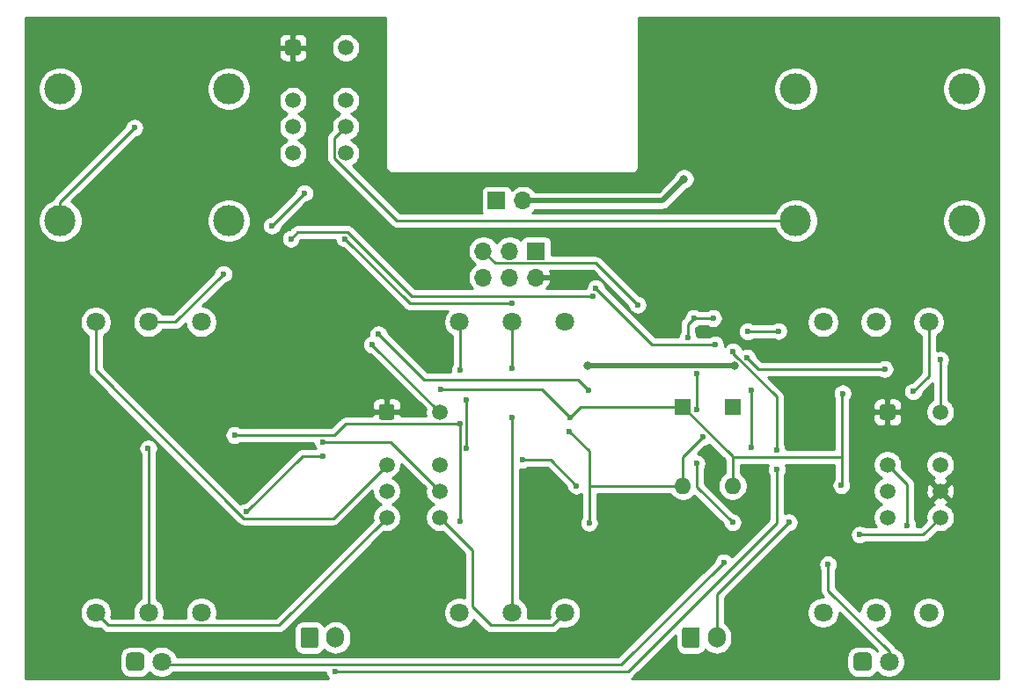
<source format=gbr>
%TF.GenerationSoftware,KiCad,Pcbnew,(5.1.9-0-10_14)*%
%TF.CreationDate,2021-06-12T10:18:14-06:00*%
%TF.ProjectId,template,74656d70-6c61-4746-952e-6b696361645f,rev?*%
%TF.SameCoordinates,Original*%
%TF.FileFunction,Copper,L2,Bot*%
%TF.FilePolarity,Positive*%
%FSLAX46Y46*%
G04 Gerber Fmt 4.6, Leading zero omitted, Abs format (unit mm)*
G04 Created by KiCad (PCBNEW (5.1.9-0-10_14)) date 2021-06-12 10:18:14*
%MOMM*%
%LPD*%
G01*
G04 APERTURE LIST*
%TA.AperFunction,ComponentPad*%
%ADD10C,1.800000*%
%TD*%
%TA.AperFunction,ComponentPad*%
%ADD11O,1.700000X1.700000*%
%TD*%
%TA.AperFunction,ComponentPad*%
%ADD12R,1.700000X1.700000*%
%TD*%
%TA.AperFunction,ComponentPad*%
%ADD13C,3.000000*%
%TD*%
%TA.AperFunction,ComponentPad*%
%ADD14O,1.700000X2.000000*%
%TD*%
%TA.AperFunction,ComponentPad*%
%ADD15O,1.600000X1.600000*%
%TD*%
%TA.AperFunction,ComponentPad*%
%ADD16R,1.600000X1.600000*%
%TD*%
%TA.AperFunction,ComponentPad*%
%ADD17C,1.500000*%
%TD*%
%TA.AperFunction,ViaPad*%
%ADD18C,0.800000*%
%TD*%
%TA.AperFunction,ViaPad*%
%ADD19C,0.600000*%
%TD*%
%TA.AperFunction,Conductor*%
%ADD20C,0.500000*%
%TD*%
%TA.AperFunction,Conductor*%
%ADD21C,0.250000*%
%TD*%
%TA.AperFunction,Conductor*%
%ADD22C,0.254000*%
%TD*%
%TA.AperFunction,Conductor*%
%ADD23C,0.100000*%
%TD*%
G04 APERTURE END LIST*
D10*
%TO.P,RV6,1*%
%TO.N,GND*%
X102580000Y-108000000D03*
%TO.P,RV6,3*%
%TO.N,/preset_3_out_b*%
X92420000Y-108000000D03*
%TO.P,RV6,2*%
%TO.N,/return*%
X97500000Y-108000000D03*
%TD*%
D11*
%TO.P,J4,6*%
%TO.N,GND*%
X129720000Y-75700000D03*
%TO.P,J4,5*%
%TO.N,/rst*%
X129720000Y-73160000D03*
%TO.P,J4,4*%
%TO.N,/bypass_switch*%
X132260000Y-75700000D03*
%TO.P,J4,3*%
%TO.N,/bypass_led*%
X132260000Y-73160000D03*
%TO.P,J4,2*%
%TO.N,/5V*%
X134800000Y-75700000D03*
D12*
%TO.P,J4,1*%
%TO.N,/miso*%
X134800000Y-73160000D03*
%TD*%
D13*
%TO.P,J3,TN*%
%TO.N,N/C*%
X176005000Y-70225000D03*
%TO.P,J3,SN*%
X176005000Y-57525000D03*
%TO.P,J3,T*%
%TO.N,/out*%
X159775000Y-70225000D03*
%TO.P,J3,S*%
%TO.N,GND*%
X159775000Y-57525000D03*
%TD*%
D10*
%TO.P,RV4,1*%
%TO.N,/preset_2_out_b*%
X137580000Y-108000000D03*
%TO.P,RV4,3*%
%TO.N,/effect/tone_pin_3*%
X127420000Y-108000000D03*
%TO.P,RV4,2*%
%TO.N,/effect/tone_pin_2*%
X132500000Y-108000000D03*
%TD*%
D14*
%TO.P,SW2,2*%
%TO.N,/miso*%
X152200000Y-110400000D03*
%TO.P,SW2,1*%
%TO.N,GND*%
%TA.AperFunction,ComponentPad*%
G36*
G01*
X148850000Y-111150000D02*
X148850000Y-109650000D01*
G75*
G02*
X149100000Y-109400000I250000J0D01*
G01*
X150300000Y-109400000D01*
G75*
G02*
X150550000Y-109650000I0J-250000D01*
G01*
X150550000Y-111150000D01*
G75*
G02*
X150300000Y-111400000I-250000J0D01*
G01*
X149100000Y-111400000D01*
G75*
G02*
X148850000Y-111150000I0J250000D01*
G01*
G37*
%TD.AperFunction*%
%TD*%
%TO.P,SW1,2*%
%TO.N,/bypass_switch*%
X115500000Y-110400000D03*
%TO.P,SW1,1*%
%TO.N,GND*%
%TA.AperFunction,ComponentPad*%
G36*
G01*
X112150000Y-111150000D02*
X112150000Y-109650000D01*
G75*
G02*
X112400000Y-109400000I250000J0D01*
G01*
X113600000Y-109400000D01*
G75*
G02*
X113850000Y-109650000I0J-250000D01*
G01*
X113850000Y-111150000D01*
G75*
G02*
X113600000Y-111400000I-250000J0D01*
G01*
X112400000Y-111400000D01*
G75*
G02*
X112150000Y-111150000I0J250000D01*
G01*
G37*
%TD.AperFunction*%
%TD*%
D10*
%TO.P,RV3,1*%
%TO.N,/preset_2_out_a*%
X137580000Y-80000000D03*
%TO.P,RV3,3*%
%TO.N,/effect/tone_pin_3*%
X127420000Y-80000000D03*
%TO.P,RV3,2*%
%TO.N,/effect/tone_pin_2*%
X132500000Y-80000000D03*
%TD*%
D15*
%TO.P,D5,2*%
%TO.N,Net-(C8-Pad1)*%
X148950000Y-95795000D03*
D16*
%TO.P,D5,1*%
%TO.N,/effect/gain_out*%
X148950000Y-88175000D03*
%TD*%
D15*
%TO.P,D6,2*%
%TO.N,/effect/gain_out*%
X153700000Y-95770000D03*
D16*
%TO.P,D6,1*%
%TO.N,Net-(D4-Pad2)*%
X153700000Y-88150000D03*
%TD*%
D10*
%TO.P,RV1,1*%
%TO.N,/preset_1_out_a*%
X172580000Y-108000000D03*
%TO.P,RV1,3*%
%TO.N,Net-(RV1-Pad3)*%
X162420000Y-108000000D03*
%TO.P,RV1,2*%
%TO.N,/effect/gain_out*%
X167500000Y-108000000D03*
%TD*%
%TO.P,D3,2*%
%TO.N,Net-(D3-Pad2)*%
X168770000Y-112725000D03*
%TO.P,D3,1*%
%TO.N,GND*%
%TA.AperFunction,ComponentPad*%
G36*
G01*
X165330000Y-113175000D02*
X165330000Y-112275000D01*
G75*
G02*
X165780000Y-111825000I450000J0D01*
G01*
X166680000Y-111825000D01*
G75*
G02*
X167130000Y-112275000I0J-450000D01*
G01*
X167130000Y-113175000D01*
G75*
G02*
X166680000Y-113625000I-450000J0D01*
G01*
X165780000Y-113625000D01*
G75*
G02*
X165330000Y-113175000I0J450000D01*
G01*
G37*
%TD.AperFunction*%
%TD*%
%TO.P,D2,2*%
%TO.N,Net-(D2-Pad2)*%
X98770000Y-112725000D03*
%TO.P,D2,1*%
%TO.N,GND*%
%TA.AperFunction,ComponentPad*%
G36*
G01*
X95330000Y-113175000D02*
X95330000Y-112275000D01*
G75*
G02*
X95780000Y-111825000I450000J0D01*
G01*
X96680000Y-111825000D01*
G75*
G02*
X97130000Y-112275000I0J-450000D01*
G01*
X97130000Y-113175000D01*
G75*
G02*
X96680000Y-113625000I-450000J0D01*
G01*
X95780000Y-113625000D01*
G75*
G02*
X95330000Y-113175000I0J450000D01*
G01*
G37*
%TD.AperFunction*%
%TD*%
%TO.P,RV5,1*%
%TO.N,GND*%
X102580000Y-80000000D03*
%TO.P,RV5,3*%
%TO.N,/preset_3_out_a*%
X92420000Y-80000000D03*
%TO.P,RV5,2*%
%TO.N,/return*%
X97500000Y-80000000D03*
%TD*%
%TO.P,RV2,1*%
%TO.N,/preset_1_out_b*%
X172580000Y-80000000D03*
%TO.P,RV2,3*%
%TO.N,Net-(RV2-Pad3)*%
X162420000Y-80000000D03*
%TO.P,RV2,2*%
%TO.N,/effect/gain_out*%
X167500000Y-80000000D03*
%TD*%
D17*
%TO.P,K3,12*%
%TO.N,/relay_3*%
X125505000Y-88675000D03*
%TO.P,K3,10*%
%TO.N,/preset_2_out_a*%
X125505000Y-93755000D03*
%TO.P,K3,9*%
%TO.N,/preset_2_in*%
X125505000Y-96295000D03*
%TO.P,K3,8*%
%TO.N,/preset_2_out_b*%
X125505000Y-98835000D03*
%TO.P,K3,5*%
%TO.N,/preset_3_out_b*%
X120425000Y-98835000D03*
%TO.P,K3,4*%
%TO.N,/preset_3_in*%
X120425000Y-96295000D03*
%TO.P,K3,3*%
%TO.N,/preset_3_out_a*%
X120425000Y-93755000D03*
%TO.P,K3,1*%
%TO.N,/5V*%
%TA.AperFunction,ComponentPad*%
G36*
G01*
X119675000Y-89174500D02*
X119675000Y-88175500D01*
G75*
G02*
X119925500Y-87925000I250500J0D01*
G01*
X120924500Y-87925000D01*
G75*
G02*
X121175000Y-88175500I0J-250500D01*
G01*
X121175000Y-89174500D01*
G75*
G02*
X120924500Y-89425000I-250500J0D01*
G01*
X119925500Y-89425000D01*
G75*
G02*
X119675000Y-89174500I0J250500D01*
G01*
G37*
%TD.AperFunction*%
%TD*%
%TO.P,K2,12*%
%TO.N,/relay_2*%
X173705000Y-88675000D03*
%TO.P,K2,10*%
%TO.N,Net-(K2-Pad10)*%
X173705000Y-93755000D03*
%TO.P,K2,9*%
%TO.N,/5V*%
X173705000Y-96295000D03*
%TO.P,K2,8*%
%TO.N,/preset_led*%
X173705000Y-98835000D03*
%TO.P,K2,5*%
%TO.N,/preset_1_out_b*%
X168625000Y-98835000D03*
%TO.P,K2,4*%
%TO.N,/preset_1_in*%
X168625000Y-96295000D03*
%TO.P,K2,3*%
%TO.N,/preset_1_out_a*%
X168625000Y-93755000D03*
%TO.P,K2,1*%
%TO.N,/5V*%
%TA.AperFunction,ComponentPad*%
G36*
G01*
X167875000Y-89174500D02*
X167875000Y-88175500D01*
G75*
G02*
X168125500Y-87925000I250500J0D01*
G01*
X169124500Y-87925000D01*
G75*
G02*
X169375000Y-88175500I0J-250500D01*
G01*
X169375000Y-89174500D01*
G75*
G02*
X169124500Y-89425000I-250500J0D01*
G01*
X168125500Y-89425000D01*
G75*
G02*
X167875000Y-89174500I0J250500D01*
G01*
G37*
%TD.AperFunction*%
%TD*%
%TO.P,K1,12*%
%TO.N,/relay_1*%
X116480000Y-53575000D03*
%TO.P,K1,10*%
%TO.N,Net-(K1-Pad10)*%
X116480000Y-58655000D03*
%TO.P,K1,9*%
%TO.N,/out*%
X116480000Y-61195000D03*
%TO.P,K1,8*%
%TO.N,/return*%
X116480000Y-63735000D03*
%TO.P,K1,5*%
%TO.N,/send*%
X111400000Y-63735000D03*
%TO.P,K1,4*%
%TO.N,/in*%
X111400000Y-61195000D03*
%TO.P,K1,3*%
%TO.N,Net-(K1-Pad10)*%
X111400000Y-58655000D03*
%TO.P,K1,1*%
%TO.N,/5V*%
%TA.AperFunction,ComponentPad*%
G36*
G01*
X110650000Y-54074500D02*
X110650000Y-53075500D01*
G75*
G02*
X110900500Y-52825000I250500J0D01*
G01*
X111899500Y-52825000D01*
G75*
G02*
X112150000Y-53075500I0J-250500D01*
G01*
X112150000Y-54074500D01*
G75*
G02*
X111899500Y-54325000I-250500J0D01*
G01*
X110900500Y-54325000D01*
G75*
G02*
X110650000Y-54074500I0J250500D01*
G01*
G37*
%TD.AperFunction*%
%TD*%
D13*
%TO.P,J2,TN*%
%TO.N,N/C*%
X105230000Y-70225001D03*
%TO.P,J2,SN*%
X105230000Y-57525001D03*
%TO.P,J2,T*%
%TO.N,/in*%
X89000000Y-70225001D03*
%TO.P,J2,S*%
%TO.N,GND*%
X89000000Y-57525001D03*
%TD*%
D11*
%TO.P,J1,2*%
%TO.N,Net-(D1-Pad2)*%
X133540000Y-68300000D03*
D12*
%TO.P,J1,1*%
%TO.N,GND*%
X131000000Y-68300000D03*
%TD*%
D18*
%TO.N,/5V*%
X151225000Y-57600000D03*
X149225000Y-55925000D03*
X153000000Y-55925000D03*
X151150000Y-55975000D03*
D19*
X148375000Y-73325000D03*
X150800000Y-73300000D03*
X155325000Y-73725000D03*
X155300000Y-78350000D03*
D18*
%TO.N,9V*%
X153875001Y-84199999D03*
X139800000Y-84174996D03*
D19*
%TO.N,/bypass_switch*%
X115475000Y-113675002D03*
X157975000Y-94175002D03*
X140550000Y-76750000D03*
X152025000Y-82175000D03*
X157950000Y-92350000D03*
X153750000Y-82824980D03*
%TO.N,/miso*%
X159125000Y-99300000D03*
X155525000Y-92075000D03*
X155525000Y-86600000D03*
X158125000Y-80875000D03*
X155175000Y-80900000D03*
%TO.N,/send*%
X139850000Y-86600000D03*
X119625000Y-81175000D03*
%TO.N,Net-(C8-Pad1)*%
X139900000Y-99350000D03*
X150875000Y-91075000D03*
X137975000Y-90525000D03*
%TO.N,/effect/gain_out*%
X138050000Y-89200000D03*
X164177500Y-95727500D03*
X164300000Y-86875000D03*
X125650000Y-86525000D03*
%TO.N,Net-(C11-Pad1)*%
X106950000Y-98275000D03*
X114324994Y-92917718D03*
%TO.N,/effect/Vref*%
X138675000Y-95775000D03*
X133500000Y-93275000D03*
D18*
%TO.N,Net-(D1-Pad2)*%
X149025000Y-66225000D03*
D19*
%TO.N,Net-(D2-Pad2)*%
X152850000Y-103150000D03*
%TO.N,Net-(D3-Pad2)*%
X162900000Y-103350000D03*
%TO.N,/in*%
X96150000Y-61275000D03*
%TO.N,/rst*%
X144575000Y-78350000D03*
%TO.N,/bypass_led*%
X153700000Y-99300000D03*
X151850000Y-79625000D03*
X149970550Y-79629448D03*
X149398363Y-81525000D03*
X150250000Y-93625000D03*
X150250002Y-88450000D03*
X150250000Y-84950000D03*
%TO.N,/return*%
X97475000Y-92175000D03*
X112525000Y-67575000D03*
X109375000Y-70725000D03*
X104725000Y-75375000D03*
%TO.N,/relay_2*%
X173700000Y-83625000D03*
%TO.N,/preset_2_out_a*%
X128100000Y-92150000D03*
X128125000Y-87525000D03*
%TO.N,/preset_2_in*%
X114325000Y-91600000D03*
%TO.N,/preset_1_out_b*%
X171100000Y-86699998D03*
%TO.N,/preset_1_out_a*%
X170500000Y-99575000D03*
%TO.N,/relay_3*%
X119000000Y-82175000D03*
%TO.N,/preset_led*%
X165950000Y-100475000D03*
%TO.N,/effect/tone_pin_3*%
X127475000Y-99150000D03*
X105775000Y-90900000D03*
X127475000Y-84625000D03*
X127450000Y-89800000D03*
%TO.N,/effect/tone_pin_2*%
X132475000Y-89200000D03*
X132500000Y-84500000D03*
%TO.N,/preset_relay*%
X116400000Y-71975000D03*
X132525000Y-78200000D03*
X168350000Y-84525000D03*
X155115385Y-83449990D03*
%TO.N,/bypass_relay*%
X111200000Y-71975000D03*
X140300000Y-77550000D03*
%TD*%
D20*
%TO.N,9V*%
X139825003Y-84199999D02*
X139800000Y-84174996D01*
X153875001Y-84199999D02*
X139825003Y-84199999D01*
D21*
%TO.N,/bypass_switch*%
X157975000Y-99325000D02*
X157975000Y-94175002D01*
X115475000Y-113675002D02*
X143624998Y-113675002D01*
X143624998Y-113675002D02*
X157975000Y-99325000D01*
X145975000Y-82175000D02*
X152025000Y-82175000D01*
X140550000Y-76750000D02*
X145975000Y-82175000D01*
X157950000Y-87201994D02*
X153750000Y-83001994D01*
X153750000Y-83001994D02*
X153750000Y-82824980D01*
X157950000Y-92350000D02*
X157950000Y-87201994D01*
%TO.N,/miso*%
X152200000Y-106225000D02*
X159125000Y-99300000D01*
X152200000Y-110400000D02*
X152200000Y-106225000D01*
X155525000Y-92075000D02*
X155525000Y-86600000D01*
X155200000Y-80875000D02*
X155175000Y-80900000D01*
X158125000Y-80875000D02*
X155200000Y-80875000D01*
%TO.N,/send*%
X139850000Y-86600000D02*
X138825000Y-85575000D01*
X124025000Y-85575000D02*
X119625000Y-81175000D01*
X138825000Y-85575000D02*
X124025000Y-85575000D01*
%TO.N,Net-(C8-Pad1)*%
X148950000Y-95795000D02*
X139945000Y-95795000D01*
X139945000Y-95795000D02*
X139900000Y-95750000D01*
X139900000Y-99350000D02*
X139900000Y-95750000D01*
X148950000Y-95795000D02*
X148950000Y-93000000D01*
X148950000Y-93000000D02*
X150875000Y-91075000D01*
X139900000Y-95750000D02*
X139900000Y-92450000D01*
X139900000Y-92450000D02*
X137975000Y-90525000D01*
%TO.N,/effect/gain_out*%
X153700000Y-92925000D02*
X148950000Y-88175000D01*
X153700000Y-95770000D02*
X153700000Y-92925000D01*
X139075000Y-88175000D02*
X148950000Y-88175000D01*
X138050000Y-89200000D02*
X139075000Y-88175000D01*
X164180000Y-95725000D02*
X164177500Y-95727500D01*
X164275000Y-93000000D02*
X164275000Y-95725000D01*
X153775000Y-93000000D02*
X164275000Y-93000000D01*
X164275000Y-95725000D02*
X164180000Y-95725000D01*
X153700000Y-92925000D02*
X153775000Y-93000000D01*
X164275000Y-93000000D02*
X164275000Y-86900000D01*
X164275000Y-86900000D02*
X164300000Y-86875000D01*
X135375000Y-86525000D02*
X125650000Y-86525000D01*
X138050000Y-89200000D02*
X135375000Y-86525000D01*
%TO.N,Net-(C11-Pad1)*%
X106950000Y-98275000D02*
X112307282Y-92917718D01*
X112307282Y-92917718D02*
X114324994Y-92917718D01*
%TO.N,/effect/Vref*%
X136175000Y-93275000D02*
X138675000Y-95775000D01*
X133500000Y-93275000D02*
X136175000Y-93275000D01*
D20*
%TO.N,Net-(D1-Pad2)*%
X146950000Y-68300000D02*
X149025000Y-66225000D01*
X133540000Y-68300000D02*
X146950000Y-68300000D01*
D21*
%TO.N,Net-(D2-Pad2)*%
X98770000Y-113000000D02*
X143000000Y-113000000D01*
X143000000Y-113000000D02*
X152850000Y-103150000D01*
%TO.N,Net-(D3-Pad2)*%
X162900000Y-105857208D02*
X162900000Y-103350000D01*
X168770000Y-111727208D02*
X162900000Y-105857208D01*
X168770000Y-113000000D02*
X168770000Y-111727208D01*
%TO.N,/in*%
X89000000Y-68425000D02*
X96150000Y-61275000D01*
X89000000Y-70225001D02*
X89000000Y-68425000D01*
%TO.N,/out*%
X115404999Y-62270001D02*
X115404999Y-64251001D01*
X116480000Y-61195000D02*
X115404999Y-62270001D01*
X121378998Y-70225000D02*
X125800000Y-70225000D01*
X115404999Y-64251001D02*
X121378998Y-70225000D01*
X125800000Y-70225000D02*
X125510000Y-70225000D01*
X159775000Y-70225000D02*
X125800000Y-70225000D01*
%TO.N,/rst*%
X130895001Y-74335001D02*
X140560001Y-74335001D01*
X140560001Y-74335001D02*
X144575000Y-78350000D01*
X129720000Y-73160000D02*
X130895001Y-74335001D01*
%TO.N,/bypass_led*%
X149974998Y-79625000D02*
X149970550Y-79629448D01*
X151850000Y-79625000D02*
X149974998Y-79625000D01*
X149398363Y-80201635D02*
X149970550Y-79629448D01*
X149398363Y-81525000D02*
X149398363Y-80201635D01*
X150250000Y-95850000D02*
X150250000Y-93625000D01*
X153700000Y-99300000D02*
X150250000Y-95850000D01*
X150250002Y-88450000D02*
X150250002Y-84950002D01*
X150250002Y-84950002D02*
X150250000Y-84950000D01*
%TO.N,/return*%
X97500000Y-92200000D02*
X97475000Y-92175000D01*
X97500000Y-108000000D02*
X97500000Y-92200000D01*
X112525000Y-67575000D02*
X109375000Y-70725000D01*
X97500000Y-80000000D02*
X100100000Y-80000000D01*
X100100000Y-80000000D02*
X104725000Y-75375000D01*
%TO.N,/relay_2*%
X173705000Y-88675000D02*
X173705000Y-83630000D01*
X173705000Y-83630000D02*
X173700000Y-83625000D01*
%TO.N,/preset_2_out_a*%
X128100000Y-87550000D02*
X128125000Y-87525000D01*
X128100000Y-92150000D02*
X128100000Y-87550000D01*
%TO.N,/preset_2_in*%
X125505000Y-96295000D02*
X120810000Y-91600000D01*
X120810000Y-91600000D02*
X114325000Y-91600000D01*
%TO.N,/preset_2_out_b*%
X136354999Y-109225001D02*
X137580000Y-108000000D01*
X130425001Y-109225001D02*
X136354999Y-109225001D01*
X128645001Y-107445001D02*
X130425001Y-109225001D01*
X128645001Y-101975001D02*
X128645001Y-107445001D01*
X125505000Y-98835000D02*
X128645001Y-101975001D01*
%TO.N,/preset_1_out_b*%
X172580000Y-80000000D02*
X172580000Y-85219998D01*
X172580000Y-85219998D02*
X171100000Y-86699998D01*
%TO.N,/preset_1_out_a*%
X170500000Y-95630000D02*
X170500000Y-99575000D01*
X168625000Y-93755000D02*
X170500000Y-95630000D01*
%TO.N,/relay_3*%
X125505000Y-88675000D02*
X118980000Y-82150000D01*
X118980000Y-82155000D02*
X119000000Y-82175000D01*
X118980000Y-82150000D02*
X118980000Y-82155000D01*
%TO.N,/preset_led*%
X172065000Y-100475000D02*
X165950000Y-100475000D01*
X173705000Y-98835000D02*
X172065000Y-100475000D01*
%TO.N,/preset_3_out_b*%
X93645001Y-109225001D02*
X110034999Y-109225001D01*
X110034999Y-109225001D02*
X120425000Y-98835000D01*
X92420000Y-108000000D02*
X93645001Y-109225001D01*
%TO.N,/preset_3_out_a*%
X92420000Y-80000000D02*
X92420000Y-80020000D01*
X92420000Y-84670002D02*
X92420000Y-80000000D01*
X106649999Y-98900001D02*
X92420000Y-84670002D01*
X115279999Y-98900001D02*
X106649999Y-98900001D01*
X120425000Y-93755000D02*
X115279999Y-98900001D01*
%TO.N,/effect/tone_pin_3*%
X127475000Y-80055000D02*
X127420000Y-80000000D01*
X127475000Y-84625000D02*
X127475000Y-80055000D01*
X127475000Y-89825000D02*
X127450000Y-89800000D01*
X127475000Y-99150000D02*
X127475000Y-89825000D01*
X116500000Y-89800000D02*
X127450000Y-89800000D01*
X115400000Y-90900000D02*
X116500000Y-89800000D01*
X105775000Y-90900000D02*
X115400000Y-90900000D01*
%TO.N,/effect/tone_pin_2*%
X132500000Y-84500000D02*
X132500000Y-80000000D01*
X132500000Y-89225000D02*
X132475000Y-89200000D01*
X132500000Y-108000000D02*
X132500000Y-89225000D01*
%TO.N,/preset_relay*%
X122625000Y-78200000D02*
X132525000Y-78200000D01*
X116400000Y-71975000D02*
X122625000Y-78200000D01*
X168350000Y-84525000D02*
X156190395Y-84525000D01*
X156190395Y-84525000D02*
X155115385Y-83449990D01*
%TO.N,/bypass_relay*%
X122875000Y-77550000D02*
X140300000Y-77550000D01*
X116674999Y-71349999D02*
X122875000Y-77550000D01*
X111825001Y-71349999D02*
X116674999Y-71349999D01*
X111200000Y-71975000D02*
X111825001Y-71349999D01*
%TD*%
D22*
%TO.N,/5V*%
X120315000Y-64966353D02*
X120311686Y-65000000D01*
X120324912Y-65134283D01*
X120364081Y-65263406D01*
X120427688Y-65382407D01*
X120513289Y-65486711D01*
X120608959Y-65565226D01*
X120617593Y-65572312D01*
X120736594Y-65635919D01*
X120865717Y-65675088D01*
X121000000Y-65688314D01*
X121033647Y-65685000D01*
X143966353Y-65685000D01*
X144000000Y-65688314D01*
X144134283Y-65675088D01*
X144263406Y-65635919D01*
X144382407Y-65572312D01*
X144486711Y-65486711D01*
X144572312Y-65382407D01*
X144635919Y-65263406D01*
X144675088Y-65134283D01*
X144685000Y-65033647D01*
X144685000Y-65033646D01*
X144688314Y-65000000D01*
X144685000Y-64966353D01*
X144685000Y-57314721D01*
X157640000Y-57314721D01*
X157640000Y-57735279D01*
X157722047Y-58147756D01*
X157882988Y-58536302D01*
X158116637Y-58885983D01*
X158414017Y-59183363D01*
X158763698Y-59417012D01*
X159152244Y-59577953D01*
X159564721Y-59660000D01*
X159985279Y-59660000D01*
X160397756Y-59577953D01*
X160786302Y-59417012D01*
X161135983Y-59183363D01*
X161433363Y-58885983D01*
X161667012Y-58536302D01*
X161827953Y-58147756D01*
X161910000Y-57735279D01*
X161910000Y-57314721D01*
X173870000Y-57314721D01*
X173870000Y-57735279D01*
X173952047Y-58147756D01*
X174112988Y-58536302D01*
X174346637Y-58885983D01*
X174644017Y-59183363D01*
X174993698Y-59417012D01*
X175382244Y-59577953D01*
X175794721Y-59660000D01*
X176215279Y-59660000D01*
X176627756Y-59577953D01*
X177016302Y-59417012D01*
X177365983Y-59183363D01*
X177663363Y-58885983D01*
X177897012Y-58536302D01*
X178057953Y-58147756D01*
X178140000Y-57735279D01*
X178140000Y-57314721D01*
X178057953Y-56902244D01*
X177897012Y-56513698D01*
X177663363Y-56164017D01*
X177365983Y-55866637D01*
X177016302Y-55632988D01*
X176627756Y-55472047D01*
X176215279Y-55390000D01*
X175794721Y-55390000D01*
X175382244Y-55472047D01*
X174993698Y-55632988D01*
X174644017Y-55866637D01*
X174346637Y-56164017D01*
X174112988Y-56513698D01*
X173952047Y-56902244D01*
X173870000Y-57314721D01*
X161910000Y-57314721D01*
X161827953Y-56902244D01*
X161667012Y-56513698D01*
X161433363Y-56164017D01*
X161135983Y-55866637D01*
X160786302Y-55632988D01*
X160397756Y-55472047D01*
X159985279Y-55390000D01*
X159564721Y-55390000D01*
X159152244Y-55472047D01*
X158763698Y-55632988D01*
X158414017Y-55866637D01*
X158116637Y-56164017D01*
X157882988Y-56513698D01*
X157722047Y-56902244D01*
X157640000Y-57314721D01*
X144685000Y-57314721D01*
X144685000Y-50660000D01*
X179315000Y-50660000D01*
X179315001Y-114315000D01*
X144039875Y-114315000D01*
X144049274Y-114309976D01*
X144164999Y-114215003D01*
X144188802Y-114185999D01*
X148211928Y-110162874D01*
X148211928Y-111150000D01*
X148228992Y-111323254D01*
X148279528Y-111489850D01*
X148361595Y-111643386D01*
X148472038Y-111777962D01*
X148606614Y-111888405D01*
X148760150Y-111970472D01*
X148926746Y-112021008D01*
X149100000Y-112038072D01*
X150300000Y-112038072D01*
X150473254Y-112021008D01*
X150639850Y-111970472D01*
X150793386Y-111888405D01*
X150927962Y-111777962D01*
X151038405Y-111643386D01*
X151092777Y-111541663D01*
X151144866Y-111605134D01*
X151370987Y-111790706D01*
X151628967Y-111928599D01*
X151908890Y-112013513D01*
X152200000Y-112042185D01*
X152491111Y-112013513D01*
X152771034Y-111928599D01*
X153029014Y-111790706D01*
X153255134Y-111605134D01*
X153440706Y-111379014D01*
X153578599Y-111121033D01*
X153663513Y-110841110D01*
X153685000Y-110622949D01*
X153685000Y-110177050D01*
X153663513Y-109958889D01*
X153578599Y-109678966D01*
X153440706Y-109420986D01*
X153255134Y-109194866D01*
X153029013Y-109009294D01*
X152960000Y-108972406D01*
X152960000Y-107848816D01*
X160885000Y-107848816D01*
X160885000Y-108151184D01*
X160943989Y-108447743D01*
X161059701Y-108727095D01*
X161227688Y-108978505D01*
X161441495Y-109192312D01*
X161692905Y-109360299D01*
X161972257Y-109476011D01*
X162268816Y-109535000D01*
X162571184Y-109535000D01*
X162867743Y-109476011D01*
X163147095Y-109360299D01*
X163398505Y-109192312D01*
X163612312Y-108978505D01*
X163780299Y-108727095D01*
X163896011Y-108447743D01*
X163955000Y-108151184D01*
X163955000Y-107987009D01*
X167646087Y-111678096D01*
X167608728Y-111715455D01*
X167584699Y-111670500D01*
X167449383Y-111505617D01*
X167284500Y-111370301D01*
X167096387Y-111269753D01*
X166892272Y-111207835D01*
X166680000Y-111186928D01*
X165780000Y-111186928D01*
X165567728Y-111207835D01*
X165363613Y-111269753D01*
X165175500Y-111370301D01*
X165010617Y-111505617D01*
X164875301Y-111670500D01*
X164774753Y-111858613D01*
X164712835Y-112062728D01*
X164691928Y-112275000D01*
X164691928Y-113175000D01*
X164712835Y-113387272D01*
X164774753Y-113591387D01*
X164875301Y-113779500D01*
X165010617Y-113944383D01*
X165175500Y-114079699D01*
X165363613Y-114180247D01*
X165567728Y-114242165D01*
X165780000Y-114263072D01*
X166680000Y-114263072D01*
X166892272Y-114242165D01*
X167096387Y-114180247D01*
X167284500Y-114079699D01*
X167449383Y-113944383D01*
X167584699Y-113779500D01*
X167608728Y-113734545D01*
X167791495Y-113917312D01*
X168042905Y-114085299D01*
X168322257Y-114201011D01*
X168618816Y-114260000D01*
X168921184Y-114260000D01*
X169217743Y-114201011D01*
X169497095Y-114085299D01*
X169748505Y-113917312D01*
X169962312Y-113703505D01*
X170130299Y-113452095D01*
X170246011Y-113172743D01*
X170305000Y-112876184D01*
X170305000Y-112573816D01*
X170246011Y-112277257D01*
X170130299Y-111997905D01*
X169962312Y-111746495D01*
X169748505Y-111532688D01*
X169497095Y-111364701D01*
X169421183Y-111333257D01*
X169404974Y-111302932D01*
X169333799Y-111216205D01*
X169310001Y-111187207D01*
X169281003Y-111163409D01*
X167652360Y-109534766D01*
X167947743Y-109476011D01*
X168227095Y-109360299D01*
X168478505Y-109192312D01*
X168692312Y-108978505D01*
X168860299Y-108727095D01*
X168976011Y-108447743D01*
X169035000Y-108151184D01*
X169035000Y-107848816D01*
X171045000Y-107848816D01*
X171045000Y-108151184D01*
X171103989Y-108447743D01*
X171219701Y-108727095D01*
X171387688Y-108978505D01*
X171601495Y-109192312D01*
X171852905Y-109360299D01*
X172132257Y-109476011D01*
X172428816Y-109535000D01*
X172731184Y-109535000D01*
X173027743Y-109476011D01*
X173307095Y-109360299D01*
X173558505Y-109192312D01*
X173772312Y-108978505D01*
X173940299Y-108727095D01*
X174056011Y-108447743D01*
X174115000Y-108151184D01*
X174115000Y-107848816D01*
X174056011Y-107552257D01*
X173940299Y-107272905D01*
X173772312Y-107021495D01*
X173558505Y-106807688D01*
X173307095Y-106639701D01*
X173027743Y-106523989D01*
X172731184Y-106465000D01*
X172428816Y-106465000D01*
X172132257Y-106523989D01*
X171852905Y-106639701D01*
X171601495Y-106807688D01*
X171387688Y-107021495D01*
X171219701Y-107272905D01*
X171103989Y-107552257D01*
X171045000Y-107848816D01*
X169035000Y-107848816D01*
X168976011Y-107552257D01*
X168860299Y-107272905D01*
X168692312Y-107021495D01*
X168478505Y-106807688D01*
X168227095Y-106639701D01*
X167947743Y-106523989D01*
X167651184Y-106465000D01*
X167348816Y-106465000D01*
X167052257Y-106523989D01*
X166772905Y-106639701D01*
X166521495Y-106807688D01*
X166307688Y-107021495D01*
X166139701Y-107272905D01*
X166023989Y-107552257D01*
X165965234Y-107847640D01*
X163660000Y-105542407D01*
X163660000Y-103895535D01*
X163728586Y-103792889D01*
X163799068Y-103622729D01*
X163835000Y-103442089D01*
X163835000Y-103257911D01*
X163799068Y-103077271D01*
X163728586Y-102907111D01*
X163626262Y-102753972D01*
X163496028Y-102623738D01*
X163342889Y-102521414D01*
X163172729Y-102450932D01*
X162992089Y-102415000D01*
X162807911Y-102415000D01*
X162627271Y-102450932D01*
X162457111Y-102521414D01*
X162303972Y-102623738D01*
X162173738Y-102753972D01*
X162071414Y-102907111D01*
X162000932Y-103077271D01*
X161965000Y-103257911D01*
X161965000Y-103442089D01*
X162000932Y-103622729D01*
X162071414Y-103792889D01*
X162140001Y-103895537D01*
X162140000Y-105819885D01*
X162136324Y-105857208D01*
X162140000Y-105894530D01*
X162140000Y-105894540D01*
X162150997Y-106006193D01*
X162172177Y-106076014D01*
X162194454Y-106149454D01*
X162265026Y-106281484D01*
X162304871Y-106330034D01*
X162359999Y-106397209D01*
X162389003Y-106421012D01*
X162432991Y-106465000D01*
X162268816Y-106465000D01*
X161972257Y-106523989D01*
X161692905Y-106639701D01*
X161441495Y-106807688D01*
X161227688Y-107021495D01*
X161059701Y-107272905D01*
X160943989Y-107552257D01*
X160885000Y-107848816D01*
X152960000Y-107848816D01*
X152960000Y-106539801D01*
X159116890Y-100382911D01*
X165015000Y-100382911D01*
X165015000Y-100567089D01*
X165050932Y-100747729D01*
X165121414Y-100917889D01*
X165223738Y-101071028D01*
X165353972Y-101201262D01*
X165507111Y-101303586D01*
X165677271Y-101374068D01*
X165857911Y-101410000D01*
X166042089Y-101410000D01*
X166222729Y-101374068D01*
X166392889Y-101303586D01*
X166495535Y-101235000D01*
X172027678Y-101235000D01*
X172065000Y-101238676D01*
X172102322Y-101235000D01*
X172102333Y-101235000D01*
X172213986Y-101224003D01*
X172357247Y-101180546D01*
X172489276Y-101109974D01*
X172605001Y-101015001D01*
X172628804Y-100985997D01*
X173423635Y-100191167D01*
X173568589Y-100220000D01*
X173841411Y-100220000D01*
X174108989Y-100166775D01*
X174361043Y-100062371D01*
X174587886Y-99910799D01*
X174780799Y-99717886D01*
X174932371Y-99491043D01*
X175036775Y-99238989D01*
X175090000Y-98971411D01*
X175090000Y-98698589D01*
X175036775Y-98431011D01*
X174932371Y-98178957D01*
X174780799Y-97952114D01*
X174587886Y-97759201D01*
X174361043Y-97607629D01*
X174261721Y-97566489D01*
X174303832Y-97551277D01*
X174416863Y-97490860D01*
X174482388Y-97251993D01*
X173705000Y-96474605D01*
X172927612Y-97251993D01*
X172993137Y-97490860D01*
X173151477Y-97565164D01*
X173048957Y-97607629D01*
X172822114Y-97759201D01*
X172629201Y-97952114D01*
X172477629Y-98178957D01*
X172373225Y-98431011D01*
X172320000Y-98698589D01*
X172320000Y-98971411D01*
X172348833Y-99116365D01*
X171750199Y-99715000D01*
X171425470Y-99715000D01*
X171435000Y-99667089D01*
X171435000Y-99482911D01*
X171399068Y-99302271D01*
X171328586Y-99132111D01*
X171260000Y-99029465D01*
X171260000Y-96367492D01*
X172315188Y-96367492D01*
X172356035Y-96637238D01*
X172448723Y-96893832D01*
X172509140Y-97006863D01*
X172748007Y-97072388D01*
X173525395Y-96295000D01*
X173884605Y-96295000D01*
X174661993Y-97072388D01*
X174900860Y-97006863D01*
X175016760Y-96759884D01*
X175082250Y-96495040D01*
X175094812Y-96222508D01*
X175053965Y-95952762D01*
X174961277Y-95696168D01*
X174900860Y-95583137D01*
X174661993Y-95517612D01*
X173884605Y-96295000D01*
X173525395Y-96295000D01*
X172748007Y-95517612D01*
X172509140Y-95583137D01*
X172393240Y-95830116D01*
X172327750Y-96094960D01*
X172315188Y-96367492D01*
X171260000Y-96367492D01*
X171260000Y-95667322D01*
X171263676Y-95629999D01*
X171260000Y-95592676D01*
X171260000Y-95592667D01*
X171249003Y-95481014D01*
X171205546Y-95337753D01*
X171134974Y-95205724D01*
X171097471Y-95160026D01*
X171063799Y-95118996D01*
X171063795Y-95118992D01*
X171040001Y-95089999D01*
X171011009Y-95066206D01*
X169981167Y-94036365D01*
X170010000Y-93891411D01*
X170010000Y-93618589D01*
X172320000Y-93618589D01*
X172320000Y-93891411D01*
X172373225Y-94158989D01*
X172477629Y-94411043D01*
X172629201Y-94637886D01*
X172822114Y-94830799D01*
X173048957Y-94982371D01*
X173148279Y-95023511D01*
X173106168Y-95038723D01*
X172993137Y-95099140D01*
X172927612Y-95338007D01*
X173705000Y-96115395D01*
X174482388Y-95338007D01*
X174416863Y-95099140D01*
X174258523Y-95024836D01*
X174361043Y-94982371D01*
X174587886Y-94830799D01*
X174780799Y-94637886D01*
X174932371Y-94411043D01*
X175036775Y-94158989D01*
X175090000Y-93891411D01*
X175090000Y-93618589D01*
X175036775Y-93351011D01*
X174932371Y-93098957D01*
X174780799Y-92872114D01*
X174587886Y-92679201D01*
X174361043Y-92527629D01*
X174108989Y-92423225D01*
X173841411Y-92370000D01*
X173568589Y-92370000D01*
X173301011Y-92423225D01*
X173048957Y-92527629D01*
X172822114Y-92679201D01*
X172629201Y-92872114D01*
X172477629Y-93098957D01*
X172373225Y-93351011D01*
X172320000Y-93618589D01*
X170010000Y-93618589D01*
X169956775Y-93351011D01*
X169852371Y-93098957D01*
X169700799Y-92872114D01*
X169507886Y-92679201D01*
X169281043Y-92527629D01*
X169028989Y-92423225D01*
X168761411Y-92370000D01*
X168488589Y-92370000D01*
X168221011Y-92423225D01*
X167968957Y-92527629D01*
X167742114Y-92679201D01*
X167549201Y-92872114D01*
X167397629Y-93098957D01*
X167293225Y-93351011D01*
X167240000Y-93618589D01*
X167240000Y-93891411D01*
X167293225Y-94158989D01*
X167397629Y-94411043D01*
X167549201Y-94637886D01*
X167742114Y-94830799D01*
X167968957Y-94982371D01*
X168071873Y-95025000D01*
X167968957Y-95067629D01*
X167742114Y-95219201D01*
X167549201Y-95412114D01*
X167397629Y-95638957D01*
X167293225Y-95891011D01*
X167240000Y-96158589D01*
X167240000Y-96431411D01*
X167293225Y-96698989D01*
X167397629Y-96951043D01*
X167549201Y-97177886D01*
X167742114Y-97370799D01*
X167968957Y-97522371D01*
X168071873Y-97565000D01*
X167968957Y-97607629D01*
X167742114Y-97759201D01*
X167549201Y-97952114D01*
X167397629Y-98178957D01*
X167293225Y-98431011D01*
X167240000Y-98698589D01*
X167240000Y-98971411D01*
X167293225Y-99238989D01*
X167397629Y-99491043D01*
X167547273Y-99715000D01*
X166495535Y-99715000D01*
X166392889Y-99646414D01*
X166222729Y-99575932D01*
X166042089Y-99540000D01*
X165857911Y-99540000D01*
X165677271Y-99575932D01*
X165507111Y-99646414D01*
X165353972Y-99748738D01*
X165223738Y-99878972D01*
X165121414Y-100032111D01*
X165050932Y-100202271D01*
X165015000Y-100382911D01*
X159116890Y-100382911D01*
X159276649Y-100223153D01*
X159397729Y-100199068D01*
X159567889Y-100128586D01*
X159721028Y-100026262D01*
X159851262Y-99896028D01*
X159953586Y-99742889D01*
X160024068Y-99572729D01*
X160060000Y-99392089D01*
X160060000Y-99207911D01*
X160024068Y-99027271D01*
X159953586Y-98857111D01*
X159851262Y-98703972D01*
X159721028Y-98573738D01*
X159567889Y-98471414D01*
X159397729Y-98400932D01*
X159217089Y-98365000D01*
X159032911Y-98365000D01*
X158852271Y-98400932D01*
X158735000Y-98449507D01*
X158735000Y-94720537D01*
X158803586Y-94617891D01*
X158874068Y-94447731D01*
X158910000Y-94267091D01*
X158910000Y-94082913D01*
X158874068Y-93902273D01*
X158815137Y-93760000D01*
X163515000Y-93760000D01*
X163515001Y-95067709D01*
X163451238Y-95131472D01*
X163348914Y-95284611D01*
X163278432Y-95454771D01*
X163242500Y-95635411D01*
X163242500Y-95819589D01*
X163278432Y-96000229D01*
X163348914Y-96170389D01*
X163451238Y-96323528D01*
X163581472Y-96453762D01*
X163734611Y-96556086D01*
X163904771Y-96626568D01*
X164085411Y-96662500D01*
X164269589Y-96662500D01*
X164450229Y-96626568D01*
X164620389Y-96556086D01*
X164773528Y-96453762D01*
X164903762Y-96323528D01*
X165006086Y-96170389D01*
X165076568Y-96000229D01*
X165112500Y-95819589D01*
X165112500Y-95635411D01*
X165076568Y-95454771D01*
X165035000Y-95354416D01*
X165035000Y-93037332D01*
X165038677Y-93000000D01*
X165035000Y-92962667D01*
X165035000Y-89425000D01*
X167236928Y-89425000D01*
X167249188Y-89549482D01*
X167285498Y-89669180D01*
X167344463Y-89779494D01*
X167423815Y-89876185D01*
X167520506Y-89955537D01*
X167630820Y-90014502D01*
X167750518Y-90050812D01*
X167875000Y-90063072D01*
X168339250Y-90060000D01*
X168498000Y-89901250D01*
X168498000Y-88802000D01*
X168752000Y-88802000D01*
X168752000Y-89901250D01*
X168910750Y-90060000D01*
X169375000Y-90063072D01*
X169499482Y-90050812D01*
X169619180Y-90014502D01*
X169729494Y-89955537D01*
X169826185Y-89876185D01*
X169905537Y-89779494D01*
X169964502Y-89669180D01*
X170000812Y-89549482D01*
X170013072Y-89425000D01*
X170010000Y-88960750D01*
X169851250Y-88802000D01*
X168752000Y-88802000D01*
X168498000Y-88802000D01*
X167398750Y-88802000D01*
X167240000Y-88960750D01*
X167236928Y-89425000D01*
X165035000Y-89425000D01*
X165035000Y-87925000D01*
X167236928Y-87925000D01*
X167240000Y-88389250D01*
X167398750Y-88548000D01*
X168498000Y-88548000D01*
X168498000Y-87448750D01*
X168752000Y-87448750D01*
X168752000Y-88548000D01*
X169851250Y-88548000D01*
X170010000Y-88389250D01*
X170013072Y-87925000D01*
X170000812Y-87800518D01*
X169964502Y-87680820D01*
X169905537Y-87570506D01*
X169826185Y-87473815D01*
X169729494Y-87394463D01*
X169619180Y-87335498D01*
X169499482Y-87299188D01*
X169375000Y-87286928D01*
X168910750Y-87290000D01*
X168752000Y-87448750D01*
X168498000Y-87448750D01*
X168339250Y-87290000D01*
X167875000Y-87286928D01*
X167750518Y-87299188D01*
X167630820Y-87335498D01*
X167520506Y-87394463D01*
X167423815Y-87473815D01*
X167344463Y-87570506D01*
X167285498Y-87680820D01*
X167249188Y-87800518D01*
X167236928Y-87925000D01*
X165035000Y-87925000D01*
X165035000Y-87457951D01*
X165128586Y-87317889D01*
X165199068Y-87147729D01*
X165235000Y-86967089D01*
X165235000Y-86782911D01*
X165200190Y-86607909D01*
X170165000Y-86607909D01*
X170165000Y-86792087D01*
X170200932Y-86972727D01*
X170271414Y-87142887D01*
X170373738Y-87296026D01*
X170503972Y-87426260D01*
X170657111Y-87528584D01*
X170827271Y-87599066D01*
X171007911Y-87634998D01*
X171192089Y-87634998D01*
X171372729Y-87599066D01*
X171542889Y-87528584D01*
X171696028Y-87426260D01*
X171826262Y-87296026D01*
X171928586Y-87142887D01*
X171999068Y-86972727D01*
X172023153Y-86851647D01*
X172945001Y-85929799D01*
X172945000Y-87517091D01*
X172822114Y-87599201D01*
X172629201Y-87792114D01*
X172477629Y-88018957D01*
X172373225Y-88271011D01*
X172320000Y-88538589D01*
X172320000Y-88811411D01*
X172373225Y-89078989D01*
X172477629Y-89331043D01*
X172629201Y-89557886D01*
X172822114Y-89750799D01*
X173048957Y-89902371D01*
X173301011Y-90006775D01*
X173568589Y-90060000D01*
X173841411Y-90060000D01*
X174108989Y-90006775D01*
X174361043Y-89902371D01*
X174587886Y-89750799D01*
X174780799Y-89557886D01*
X174932371Y-89331043D01*
X175036775Y-89078989D01*
X175090000Y-88811411D01*
X175090000Y-88538589D01*
X175036775Y-88271011D01*
X174932371Y-88018957D01*
X174780799Y-87792114D01*
X174587886Y-87599201D01*
X174465000Y-87517091D01*
X174465000Y-84163052D01*
X174528586Y-84067889D01*
X174599068Y-83897729D01*
X174635000Y-83717089D01*
X174635000Y-83532911D01*
X174599068Y-83352271D01*
X174528586Y-83182111D01*
X174426262Y-83028972D01*
X174296028Y-82898738D01*
X174142889Y-82796414D01*
X173972729Y-82725932D01*
X173792089Y-82690000D01*
X173607911Y-82690000D01*
X173427271Y-82725932D01*
X173340000Y-82762081D01*
X173340000Y-81338313D01*
X173558505Y-81192312D01*
X173772312Y-80978505D01*
X173940299Y-80727095D01*
X174056011Y-80447743D01*
X174115000Y-80151184D01*
X174115000Y-79848816D01*
X174056011Y-79552257D01*
X173940299Y-79272905D01*
X173772312Y-79021495D01*
X173558505Y-78807688D01*
X173307095Y-78639701D01*
X173027743Y-78523989D01*
X172731184Y-78465000D01*
X172428816Y-78465000D01*
X172132257Y-78523989D01*
X171852905Y-78639701D01*
X171601495Y-78807688D01*
X171387688Y-79021495D01*
X171219701Y-79272905D01*
X171103989Y-79552257D01*
X171045000Y-79848816D01*
X171045000Y-80151184D01*
X171103989Y-80447743D01*
X171219701Y-80727095D01*
X171387688Y-80978505D01*
X171601495Y-81192312D01*
X171820000Y-81338313D01*
X171820001Y-84905195D01*
X170948351Y-85776845D01*
X170827271Y-85800930D01*
X170657111Y-85871412D01*
X170503972Y-85973736D01*
X170373738Y-86103970D01*
X170271414Y-86257109D01*
X170200932Y-86427269D01*
X170165000Y-86607909D01*
X165200190Y-86607909D01*
X165199068Y-86602271D01*
X165128586Y-86432111D01*
X165026262Y-86278972D01*
X164896028Y-86148738D01*
X164742889Y-86046414D01*
X164572729Y-85975932D01*
X164392089Y-85940000D01*
X164207911Y-85940000D01*
X164027271Y-85975932D01*
X163857111Y-86046414D01*
X163703972Y-86148738D01*
X163573738Y-86278972D01*
X163471414Y-86432111D01*
X163400932Y-86602271D01*
X163365000Y-86782911D01*
X163365000Y-86967089D01*
X163400932Y-87147729D01*
X163471414Y-87317889D01*
X163515001Y-87383122D01*
X163515000Y-92240000D01*
X158881437Y-92240000D01*
X158849068Y-92077271D01*
X158778586Y-91907111D01*
X158710000Y-91804465D01*
X158710000Y-87239317D01*
X158713676Y-87201994D01*
X158710000Y-87164671D01*
X158710000Y-87164661D01*
X158699003Y-87053008D01*
X158655546Y-86909747D01*
X158630381Y-86862667D01*
X158584974Y-86777717D01*
X158513799Y-86690991D01*
X158490001Y-86661993D01*
X158461003Y-86638195D01*
X157107808Y-85285000D01*
X167804465Y-85285000D01*
X167907111Y-85353586D01*
X168077271Y-85424068D01*
X168257911Y-85460000D01*
X168442089Y-85460000D01*
X168622729Y-85424068D01*
X168792889Y-85353586D01*
X168946028Y-85251262D01*
X169076262Y-85121028D01*
X169178586Y-84967889D01*
X169249068Y-84797729D01*
X169285000Y-84617089D01*
X169285000Y-84432911D01*
X169249068Y-84252271D01*
X169178586Y-84082111D01*
X169076262Y-83928972D01*
X168946028Y-83798738D01*
X168792889Y-83696414D01*
X168622729Y-83625932D01*
X168442089Y-83590000D01*
X168257911Y-83590000D01*
X168077271Y-83625932D01*
X167907111Y-83696414D01*
X167804465Y-83765000D01*
X156505197Y-83765000D01*
X156038538Y-83298341D01*
X156014453Y-83177261D01*
X155943971Y-83007101D01*
X155841647Y-82853962D01*
X155711413Y-82723728D01*
X155558274Y-82621404D01*
X155388114Y-82550922D01*
X155207474Y-82514990D01*
X155023296Y-82514990D01*
X154842656Y-82550922D01*
X154672496Y-82621404D01*
X154663958Y-82627109D01*
X154649068Y-82552251D01*
X154578586Y-82382091D01*
X154476262Y-82228952D01*
X154346028Y-82098718D01*
X154192889Y-81996394D01*
X154022729Y-81925912D01*
X153842089Y-81889980D01*
X153657911Y-81889980D01*
X153477271Y-81925912D01*
X153307111Y-81996394D01*
X153153972Y-82098718D01*
X153023738Y-82228952D01*
X152943784Y-82348612D01*
X152960000Y-82267089D01*
X152960000Y-82082911D01*
X152924068Y-81902271D01*
X152853586Y-81732111D01*
X152751262Y-81578972D01*
X152621028Y-81448738D01*
X152467889Y-81346414D01*
X152297729Y-81275932D01*
X152117089Y-81240000D01*
X151932911Y-81240000D01*
X151752271Y-81275932D01*
X151582111Y-81346414D01*
X151479465Y-81415000D01*
X150329800Y-81415000D01*
X150297431Y-81252271D01*
X150226949Y-81082111D01*
X150158363Y-80979465D01*
X150158363Y-80807911D01*
X154240000Y-80807911D01*
X154240000Y-80992089D01*
X154275932Y-81172729D01*
X154346414Y-81342889D01*
X154448738Y-81496028D01*
X154578972Y-81626262D01*
X154732111Y-81728586D01*
X154902271Y-81799068D01*
X155082911Y-81835000D01*
X155267089Y-81835000D01*
X155447729Y-81799068D01*
X155617889Y-81728586D01*
X155757951Y-81635000D01*
X157579465Y-81635000D01*
X157682111Y-81703586D01*
X157852271Y-81774068D01*
X158032911Y-81810000D01*
X158217089Y-81810000D01*
X158397729Y-81774068D01*
X158567889Y-81703586D01*
X158721028Y-81601262D01*
X158851262Y-81471028D01*
X158953586Y-81317889D01*
X159024068Y-81147729D01*
X159060000Y-80967089D01*
X159060000Y-80782911D01*
X159024068Y-80602271D01*
X158953586Y-80432111D01*
X158851262Y-80278972D01*
X158721028Y-80148738D01*
X158567889Y-80046414D01*
X158397729Y-79975932D01*
X158217089Y-79940000D01*
X158032911Y-79940000D01*
X157852271Y-79975932D01*
X157682111Y-80046414D01*
X157579465Y-80115000D01*
X155683120Y-80115000D01*
X155617889Y-80071414D01*
X155447729Y-80000932D01*
X155267089Y-79965000D01*
X155082911Y-79965000D01*
X154902271Y-80000932D01*
X154732111Y-80071414D01*
X154578972Y-80173738D01*
X154448738Y-80303972D01*
X154346414Y-80457111D01*
X154275932Y-80627271D01*
X154240000Y-80807911D01*
X150158363Y-80807911D01*
X150158363Y-80545407D01*
X150243279Y-80528516D01*
X150413439Y-80458034D01*
X150522742Y-80385000D01*
X151304465Y-80385000D01*
X151407111Y-80453586D01*
X151577271Y-80524068D01*
X151757911Y-80560000D01*
X151942089Y-80560000D01*
X152122729Y-80524068D01*
X152292889Y-80453586D01*
X152446028Y-80351262D01*
X152576262Y-80221028D01*
X152678586Y-80067889D01*
X152749068Y-79897729D01*
X152758797Y-79848816D01*
X160885000Y-79848816D01*
X160885000Y-80151184D01*
X160943989Y-80447743D01*
X161059701Y-80727095D01*
X161227688Y-80978505D01*
X161441495Y-81192312D01*
X161692905Y-81360299D01*
X161972257Y-81476011D01*
X162268816Y-81535000D01*
X162571184Y-81535000D01*
X162867743Y-81476011D01*
X163147095Y-81360299D01*
X163398505Y-81192312D01*
X163612312Y-80978505D01*
X163780299Y-80727095D01*
X163896011Y-80447743D01*
X163955000Y-80151184D01*
X163955000Y-79848816D01*
X165965000Y-79848816D01*
X165965000Y-80151184D01*
X166023989Y-80447743D01*
X166139701Y-80727095D01*
X166307688Y-80978505D01*
X166521495Y-81192312D01*
X166772905Y-81360299D01*
X167052257Y-81476011D01*
X167348816Y-81535000D01*
X167651184Y-81535000D01*
X167947743Y-81476011D01*
X168227095Y-81360299D01*
X168478505Y-81192312D01*
X168692312Y-80978505D01*
X168860299Y-80727095D01*
X168976011Y-80447743D01*
X169035000Y-80151184D01*
X169035000Y-79848816D01*
X168976011Y-79552257D01*
X168860299Y-79272905D01*
X168692312Y-79021495D01*
X168478505Y-78807688D01*
X168227095Y-78639701D01*
X167947743Y-78523989D01*
X167651184Y-78465000D01*
X167348816Y-78465000D01*
X167052257Y-78523989D01*
X166772905Y-78639701D01*
X166521495Y-78807688D01*
X166307688Y-79021495D01*
X166139701Y-79272905D01*
X166023989Y-79552257D01*
X165965000Y-79848816D01*
X163955000Y-79848816D01*
X163896011Y-79552257D01*
X163780299Y-79272905D01*
X163612312Y-79021495D01*
X163398505Y-78807688D01*
X163147095Y-78639701D01*
X162867743Y-78523989D01*
X162571184Y-78465000D01*
X162268816Y-78465000D01*
X161972257Y-78523989D01*
X161692905Y-78639701D01*
X161441495Y-78807688D01*
X161227688Y-79021495D01*
X161059701Y-79272905D01*
X160943989Y-79552257D01*
X160885000Y-79848816D01*
X152758797Y-79848816D01*
X152785000Y-79717089D01*
X152785000Y-79532911D01*
X152749068Y-79352271D01*
X152678586Y-79182111D01*
X152576262Y-79028972D01*
X152446028Y-78898738D01*
X152292889Y-78796414D01*
X152122729Y-78725932D01*
X151942089Y-78690000D01*
X151757911Y-78690000D01*
X151577271Y-78725932D01*
X151407111Y-78796414D01*
X151304465Y-78865000D01*
X150509428Y-78865000D01*
X150413439Y-78800862D01*
X150243279Y-78730380D01*
X150062639Y-78694448D01*
X149878461Y-78694448D01*
X149697821Y-78730380D01*
X149527661Y-78800862D01*
X149374522Y-78903186D01*
X149244288Y-79033420D01*
X149141964Y-79186559D01*
X149071482Y-79356719D01*
X149047397Y-79477799D01*
X148887361Y-79637836D01*
X148858363Y-79661634D01*
X148834565Y-79690632D01*
X148834564Y-79690633D01*
X148763389Y-79777359D01*
X148692817Y-79909389D01*
X148672632Y-79975932D01*
X148649361Y-80052649D01*
X148648900Y-80057332D01*
X148634687Y-80201635D01*
X148638364Y-80238967D01*
X148638363Y-80979464D01*
X148569777Y-81082111D01*
X148499295Y-81252271D01*
X148466926Y-81415000D01*
X146289802Y-81415000D01*
X141473153Y-76598352D01*
X141449068Y-76477271D01*
X141378586Y-76307111D01*
X141276262Y-76153972D01*
X141146028Y-76023738D01*
X140992889Y-75921414D01*
X140822729Y-75850932D01*
X140642089Y-75815000D01*
X140457911Y-75815000D01*
X140277271Y-75850932D01*
X140107111Y-75921414D01*
X139953972Y-76023738D01*
X139823738Y-76153972D01*
X139721414Y-76307111D01*
X139650932Y-76477271D01*
X139615000Y-76657911D01*
X139615000Y-76790000D01*
X135807109Y-76790000D01*
X135995178Y-76581355D01*
X136144157Y-76331252D01*
X136241481Y-76056891D01*
X136120814Y-75827000D01*
X134927000Y-75827000D01*
X134927000Y-75847000D01*
X134673000Y-75847000D01*
X134673000Y-75827000D01*
X134653000Y-75827000D01*
X134653000Y-75573000D01*
X134673000Y-75573000D01*
X134673000Y-75553000D01*
X134927000Y-75553000D01*
X134927000Y-75573000D01*
X136120814Y-75573000D01*
X136241481Y-75343109D01*
X136153470Y-75095001D01*
X140245200Y-75095001D01*
X143651847Y-78501649D01*
X143675932Y-78622729D01*
X143746414Y-78792889D01*
X143848738Y-78946028D01*
X143978972Y-79076262D01*
X144132111Y-79178586D01*
X144302271Y-79249068D01*
X144482911Y-79285000D01*
X144667089Y-79285000D01*
X144847729Y-79249068D01*
X145017889Y-79178586D01*
X145171028Y-79076262D01*
X145301262Y-78946028D01*
X145403586Y-78792889D01*
X145474068Y-78622729D01*
X145510000Y-78442089D01*
X145510000Y-78257911D01*
X145474068Y-78077271D01*
X145403586Y-77907111D01*
X145301262Y-77753972D01*
X145171028Y-77623738D01*
X145017889Y-77521414D01*
X144847729Y-77450932D01*
X144726649Y-77426847D01*
X141123805Y-73824004D01*
X141100002Y-73795000D01*
X140984277Y-73700027D01*
X140852248Y-73629455D01*
X140708987Y-73585998D01*
X140597334Y-73575001D01*
X140597323Y-73575001D01*
X140560001Y-73571325D01*
X140522679Y-73575001D01*
X136288072Y-73575001D01*
X136288072Y-72310000D01*
X136275812Y-72185518D01*
X136239502Y-72065820D01*
X136180537Y-71955506D01*
X136101185Y-71858815D01*
X136004494Y-71779463D01*
X135894180Y-71720498D01*
X135774482Y-71684188D01*
X135650000Y-71671928D01*
X133950000Y-71671928D01*
X133825518Y-71684188D01*
X133705820Y-71720498D01*
X133595506Y-71779463D01*
X133498815Y-71858815D01*
X133419463Y-71955506D01*
X133360498Y-72065820D01*
X133338487Y-72138380D01*
X133206632Y-72006525D01*
X132963411Y-71844010D01*
X132693158Y-71732068D01*
X132406260Y-71675000D01*
X132113740Y-71675000D01*
X131826842Y-71732068D01*
X131556589Y-71844010D01*
X131313368Y-72006525D01*
X131106525Y-72213368D01*
X130990000Y-72387760D01*
X130873475Y-72213368D01*
X130666632Y-72006525D01*
X130423411Y-71844010D01*
X130153158Y-71732068D01*
X129866260Y-71675000D01*
X129573740Y-71675000D01*
X129286842Y-71732068D01*
X129016589Y-71844010D01*
X128773368Y-72006525D01*
X128566525Y-72213368D01*
X128404010Y-72456589D01*
X128292068Y-72726842D01*
X128235000Y-73013740D01*
X128235000Y-73306260D01*
X128292068Y-73593158D01*
X128404010Y-73863411D01*
X128566525Y-74106632D01*
X128773368Y-74313475D01*
X128947760Y-74430000D01*
X128773368Y-74546525D01*
X128566525Y-74753368D01*
X128404010Y-74996589D01*
X128292068Y-75266842D01*
X128235000Y-75553740D01*
X128235000Y-75846260D01*
X128292068Y-76133158D01*
X128404010Y-76403411D01*
X128566525Y-76646632D01*
X128709893Y-76790000D01*
X123189802Y-76790000D01*
X117238803Y-70839002D01*
X117215000Y-70809998D01*
X117099275Y-70715025D01*
X116967246Y-70644453D01*
X116823985Y-70600996D01*
X116712332Y-70589999D01*
X116712321Y-70589999D01*
X116674999Y-70586323D01*
X116637677Y-70589999D01*
X111862324Y-70589999D01*
X111825001Y-70586323D01*
X111787678Y-70589999D01*
X111787668Y-70589999D01*
X111676015Y-70600996D01*
X111570804Y-70632911D01*
X111532754Y-70644453D01*
X111400724Y-70715025D01*
X111388570Y-70725000D01*
X111285000Y-70809998D01*
X111261201Y-70838997D01*
X111048351Y-71051847D01*
X110927271Y-71075932D01*
X110757111Y-71146414D01*
X110603972Y-71248738D01*
X110473738Y-71378972D01*
X110371414Y-71532111D01*
X110300932Y-71702271D01*
X110265000Y-71882911D01*
X110265000Y-72067089D01*
X110300932Y-72247729D01*
X110371414Y-72417889D01*
X110473738Y-72571028D01*
X110603972Y-72701262D01*
X110757111Y-72803586D01*
X110927271Y-72874068D01*
X111107911Y-72910000D01*
X111292089Y-72910000D01*
X111472729Y-72874068D01*
X111642889Y-72803586D01*
X111796028Y-72701262D01*
X111926262Y-72571028D01*
X112028586Y-72417889D01*
X112099068Y-72247729D01*
X112123153Y-72126649D01*
X112139803Y-72109999D01*
X115473535Y-72109999D01*
X115500932Y-72247729D01*
X115571414Y-72417889D01*
X115673738Y-72571028D01*
X115803972Y-72701262D01*
X115957111Y-72803586D01*
X116127271Y-72874068D01*
X116248352Y-72898153D01*
X122061205Y-78711008D01*
X122084999Y-78740001D01*
X122113992Y-78763795D01*
X122113996Y-78763799D01*
X122149443Y-78792889D01*
X122200724Y-78834974D01*
X122332753Y-78905546D01*
X122476014Y-78949003D01*
X122587667Y-78960000D01*
X122587676Y-78960000D01*
X122624999Y-78963676D01*
X122662322Y-78960000D01*
X126289183Y-78960000D01*
X126227688Y-79021495D01*
X126059701Y-79272905D01*
X125943989Y-79552257D01*
X125885000Y-79848816D01*
X125885000Y-80151184D01*
X125943989Y-80447743D01*
X126059701Y-80727095D01*
X126227688Y-80978505D01*
X126441495Y-81192312D01*
X126692905Y-81360299D01*
X126715001Y-81369451D01*
X126715000Y-84079464D01*
X126646414Y-84182111D01*
X126575932Y-84352271D01*
X126540000Y-84532911D01*
X126540000Y-84717089D01*
X126559476Y-84815000D01*
X124339802Y-84815000D01*
X120548153Y-81023352D01*
X120524068Y-80902271D01*
X120453586Y-80732111D01*
X120351262Y-80578972D01*
X120221028Y-80448738D01*
X120067889Y-80346414D01*
X119897729Y-80275932D01*
X119717089Y-80240000D01*
X119532911Y-80240000D01*
X119352271Y-80275932D01*
X119182111Y-80346414D01*
X119028972Y-80448738D01*
X118898738Y-80578972D01*
X118796414Y-80732111D01*
X118725932Y-80902271D01*
X118690000Y-81082911D01*
X118690000Y-81267089D01*
X118694462Y-81289522D01*
X118557111Y-81346414D01*
X118403972Y-81448738D01*
X118273738Y-81578972D01*
X118171414Y-81732111D01*
X118100932Y-81902271D01*
X118065000Y-82082911D01*
X118065000Y-82267089D01*
X118100932Y-82447729D01*
X118171414Y-82617889D01*
X118273738Y-82771028D01*
X118403972Y-82901262D01*
X118557111Y-83003586D01*
X118727271Y-83074068D01*
X118854593Y-83099394D01*
X124148833Y-88393636D01*
X124120000Y-88538589D01*
X124120000Y-88811411D01*
X124165470Y-89040000D01*
X121810524Y-89040000D01*
X121810000Y-88960750D01*
X121651250Y-88802000D01*
X120552000Y-88802000D01*
X120552000Y-88822000D01*
X120298000Y-88822000D01*
X120298000Y-88802000D01*
X119198750Y-88802000D01*
X119040000Y-88960750D01*
X119039476Y-89040000D01*
X116537323Y-89040000D01*
X116500000Y-89036324D01*
X116462677Y-89040000D01*
X116462667Y-89040000D01*
X116351014Y-89050997D01*
X116207753Y-89094454D01*
X116075723Y-89165026D01*
X116014830Y-89215000D01*
X115959999Y-89259999D01*
X115936201Y-89288997D01*
X115085199Y-90140000D01*
X106320535Y-90140000D01*
X106217889Y-90071414D01*
X106047729Y-90000932D01*
X105867089Y-89965000D01*
X105682911Y-89965000D01*
X105502271Y-90000932D01*
X105332111Y-90071414D01*
X105178972Y-90173738D01*
X105048738Y-90303972D01*
X104946414Y-90457111D01*
X104875932Y-90627271D01*
X104840000Y-90807911D01*
X104840000Y-90992089D01*
X104875932Y-91172729D01*
X104946414Y-91342889D01*
X105048738Y-91496028D01*
X105178972Y-91626262D01*
X105332111Y-91728586D01*
X105502271Y-91799068D01*
X105682911Y-91835000D01*
X105867089Y-91835000D01*
X106047729Y-91799068D01*
X106217889Y-91728586D01*
X106320535Y-91660000D01*
X113390000Y-91660000D01*
X113390000Y-91692089D01*
X113425932Y-91872729D01*
X113496414Y-92042889D01*
X113573140Y-92157718D01*
X112344605Y-92157718D01*
X112307282Y-92154042D01*
X112269959Y-92157718D01*
X112269949Y-92157718D01*
X112158296Y-92168715D01*
X112015035Y-92212172D01*
X111883006Y-92282744D01*
X111767281Y-92377717D01*
X111743483Y-92406715D01*
X106798352Y-97351847D01*
X106677271Y-97375932D01*
X106507111Y-97446414D01*
X106365701Y-97540901D01*
X96749800Y-87925000D01*
X119036928Y-87925000D01*
X119040000Y-88389250D01*
X119198750Y-88548000D01*
X120298000Y-88548000D01*
X120298000Y-87448750D01*
X120552000Y-87448750D01*
X120552000Y-88548000D01*
X121651250Y-88548000D01*
X121810000Y-88389250D01*
X121813072Y-87925000D01*
X121800812Y-87800518D01*
X121764502Y-87680820D01*
X121705537Y-87570506D01*
X121626185Y-87473815D01*
X121529494Y-87394463D01*
X121419180Y-87335498D01*
X121299482Y-87299188D01*
X121175000Y-87286928D01*
X120710750Y-87290000D01*
X120552000Y-87448750D01*
X120298000Y-87448750D01*
X120139250Y-87290000D01*
X119675000Y-87286928D01*
X119550518Y-87299188D01*
X119430820Y-87335498D01*
X119320506Y-87394463D01*
X119223815Y-87473815D01*
X119144463Y-87570506D01*
X119085498Y-87680820D01*
X119049188Y-87800518D01*
X119036928Y-87925000D01*
X96749800Y-87925000D01*
X93180000Y-84355201D01*
X93180000Y-81338313D01*
X93398505Y-81192312D01*
X93612312Y-80978505D01*
X93780299Y-80727095D01*
X93896011Y-80447743D01*
X93955000Y-80151184D01*
X93955000Y-79848816D01*
X95965000Y-79848816D01*
X95965000Y-80151184D01*
X96023989Y-80447743D01*
X96139701Y-80727095D01*
X96307688Y-80978505D01*
X96521495Y-81192312D01*
X96772905Y-81360299D01*
X97052257Y-81476011D01*
X97348816Y-81535000D01*
X97651184Y-81535000D01*
X97947743Y-81476011D01*
X98227095Y-81360299D01*
X98478505Y-81192312D01*
X98692312Y-80978505D01*
X98838313Y-80760000D01*
X100062678Y-80760000D01*
X100100000Y-80763676D01*
X100137322Y-80760000D01*
X100137333Y-80760000D01*
X100248986Y-80749003D01*
X100392247Y-80705546D01*
X100524276Y-80634974D01*
X100640001Y-80540001D01*
X100663804Y-80510997D01*
X101045000Y-80129801D01*
X101045000Y-80151184D01*
X101103989Y-80447743D01*
X101219701Y-80727095D01*
X101387688Y-80978505D01*
X101601495Y-81192312D01*
X101852905Y-81360299D01*
X102132257Y-81476011D01*
X102428816Y-81535000D01*
X102731184Y-81535000D01*
X103027743Y-81476011D01*
X103307095Y-81360299D01*
X103558505Y-81192312D01*
X103772312Y-80978505D01*
X103940299Y-80727095D01*
X104056011Y-80447743D01*
X104115000Y-80151184D01*
X104115000Y-79848816D01*
X104056011Y-79552257D01*
X103940299Y-79272905D01*
X103772312Y-79021495D01*
X103558505Y-78807688D01*
X103307095Y-78639701D01*
X103027743Y-78523989D01*
X102731184Y-78465000D01*
X102709801Y-78465000D01*
X104876649Y-76298153D01*
X104997729Y-76274068D01*
X105167889Y-76203586D01*
X105321028Y-76101262D01*
X105451262Y-75971028D01*
X105553586Y-75817889D01*
X105624068Y-75647729D01*
X105660000Y-75467089D01*
X105660000Y-75282911D01*
X105624068Y-75102271D01*
X105553586Y-74932111D01*
X105451262Y-74778972D01*
X105321028Y-74648738D01*
X105167889Y-74546414D01*
X104997729Y-74475932D01*
X104817089Y-74440000D01*
X104632911Y-74440000D01*
X104452271Y-74475932D01*
X104282111Y-74546414D01*
X104128972Y-74648738D01*
X103998738Y-74778972D01*
X103896414Y-74932111D01*
X103825932Y-75102271D01*
X103801847Y-75223351D01*
X99785199Y-79240000D01*
X98838313Y-79240000D01*
X98692312Y-79021495D01*
X98478505Y-78807688D01*
X98227095Y-78639701D01*
X97947743Y-78523989D01*
X97651184Y-78465000D01*
X97348816Y-78465000D01*
X97052257Y-78523989D01*
X96772905Y-78639701D01*
X96521495Y-78807688D01*
X96307688Y-79021495D01*
X96139701Y-79272905D01*
X96023989Y-79552257D01*
X95965000Y-79848816D01*
X93955000Y-79848816D01*
X93896011Y-79552257D01*
X93780299Y-79272905D01*
X93612312Y-79021495D01*
X93398505Y-78807688D01*
X93147095Y-78639701D01*
X92867743Y-78523989D01*
X92571184Y-78465000D01*
X92268816Y-78465000D01*
X91972257Y-78523989D01*
X91692905Y-78639701D01*
X91441495Y-78807688D01*
X91227688Y-79021495D01*
X91059701Y-79272905D01*
X90943989Y-79552257D01*
X90885000Y-79848816D01*
X90885000Y-80151184D01*
X90943989Y-80447743D01*
X91059701Y-80727095D01*
X91227688Y-80978505D01*
X91441495Y-81192312D01*
X91660001Y-81338313D01*
X91660000Y-84632679D01*
X91656324Y-84670002D01*
X91660000Y-84707324D01*
X91660000Y-84707334D01*
X91670997Y-84818987D01*
X91702935Y-84924275D01*
X91714454Y-84962248D01*
X91785026Y-85094278D01*
X91818425Y-85134974D01*
X91879999Y-85210003D01*
X91909003Y-85233806D01*
X106086200Y-99411004D01*
X106109998Y-99440002D01*
X106138996Y-99463800D01*
X106225723Y-99534975D01*
X106357752Y-99605547D01*
X106501013Y-99649004D01*
X106649999Y-99663678D01*
X106687332Y-99660001D01*
X115242677Y-99660001D01*
X115279999Y-99663677D01*
X115317321Y-99660001D01*
X115317332Y-99660001D01*
X115428985Y-99649004D01*
X115572246Y-99605547D01*
X115704275Y-99534975D01*
X115820000Y-99440002D01*
X115843803Y-99410998D01*
X119040000Y-96214802D01*
X119040000Y-96431411D01*
X119093225Y-96698989D01*
X119197629Y-96951043D01*
X119349201Y-97177886D01*
X119542114Y-97370799D01*
X119768957Y-97522371D01*
X119871873Y-97565000D01*
X119768957Y-97607629D01*
X119542114Y-97759201D01*
X119349201Y-97952114D01*
X119197629Y-98178957D01*
X119093225Y-98431011D01*
X119040000Y-98698589D01*
X119040000Y-98971411D01*
X119068833Y-99116365D01*
X109720198Y-108465001D01*
X104048862Y-108465001D01*
X104056011Y-108447743D01*
X104115000Y-108151184D01*
X104115000Y-107848816D01*
X104056011Y-107552257D01*
X103940299Y-107272905D01*
X103772312Y-107021495D01*
X103558505Y-106807688D01*
X103307095Y-106639701D01*
X103027743Y-106523989D01*
X102731184Y-106465000D01*
X102428816Y-106465000D01*
X102132257Y-106523989D01*
X101852905Y-106639701D01*
X101601495Y-106807688D01*
X101387688Y-107021495D01*
X101219701Y-107272905D01*
X101103989Y-107552257D01*
X101045000Y-107848816D01*
X101045000Y-108151184D01*
X101103989Y-108447743D01*
X101111138Y-108465001D01*
X98968862Y-108465001D01*
X98976011Y-108447743D01*
X99035000Y-108151184D01*
X99035000Y-107848816D01*
X98976011Y-107552257D01*
X98860299Y-107272905D01*
X98692312Y-107021495D01*
X98478505Y-106807688D01*
X98260000Y-106661687D01*
X98260000Y-92683120D01*
X98303586Y-92617889D01*
X98374068Y-92447729D01*
X98410000Y-92267089D01*
X98410000Y-92082911D01*
X98374068Y-91902271D01*
X98303586Y-91732111D01*
X98201262Y-91578972D01*
X98071028Y-91448738D01*
X97917889Y-91346414D01*
X97747729Y-91275932D01*
X97567089Y-91240000D01*
X97382911Y-91240000D01*
X97202271Y-91275932D01*
X97032111Y-91346414D01*
X96878972Y-91448738D01*
X96748738Y-91578972D01*
X96646414Y-91732111D01*
X96575932Y-91902271D01*
X96540000Y-92082911D01*
X96540000Y-92267089D01*
X96575932Y-92447729D01*
X96646414Y-92617889D01*
X96740001Y-92757952D01*
X96740000Y-106661687D01*
X96521495Y-106807688D01*
X96307688Y-107021495D01*
X96139701Y-107272905D01*
X96023989Y-107552257D01*
X95965000Y-107848816D01*
X95965000Y-108151184D01*
X96023989Y-108447743D01*
X96031138Y-108465001D01*
X93959803Y-108465001D01*
X93903731Y-108408930D01*
X93955000Y-108151184D01*
X93955000Y-107848816D01*
X93896011Y-107552257D01*
X93780299Y-107272905D01*
X93612312Y-107021495D01*
X93398505Y-106807688D01*
X93147095Y-106639701D01*
X92867743Y-106523989D01*
X92571184Y-106465000D01*
X92268816Y-106465000D01*
X91972257Y-106523989D01*
X91692905Y-106639701D01*
X91441495Y-106807688D01*
X91227688Y-107021495D01*
X91059701Y-107272905D01*
X90943989Y-107552257D01*
X90885000Y-107848816D01*
X90885000Y-108151184D01*
X90943989Y-108447743D01*
X91059701Y-108727095D01*
X91227688Y-108978505D01*
X91441495Y-109192312D01*
X91692905Y-109360299D01*
X91972257Y-109476011D01*
X92268816Y-109535000D01*
X92571184Y-109535000D01*
X92828930Y-109483731D01*
X93081202Y-109736004D01*
X93105000Y-109765002D01*
X93133998Y-109788800D01*
X93220724Y-109859975D01*
X93352754Y-109930547D01*
X93496015Y-109974004D01*
X93607668Y-109985001D01*
X93607677Y-109985001D01*
X93645000Y-109988677D01*
X93682323Y-109985001D01*
X109997677Y-109985001D01*
X110034999Y-109988677D01*
X110072321Y-109985001D01*
X110072332Y-109985001D01*
X110183985Y-109974004D01*
X110327246Y-109930547D01*
X110459275Y-109859975D01*
X110575000Y-109765002D01*
X110598803Y-109735998D01*
X110684801Y-109650000D01*
X111511928Y-109650000D01*
X111511928Y-111150000D01*
X111528992Y-111323254D01*
X111579528Y-111489850D01*
X111661595Y-111643386D01*
X111772038Y-111777962D01*
X111906614Y-111888405D01*
X112060150Y-111970472D01*
X112226746Y-112021008D01*
X112400000Y-112038072D01*
X113600000Y-112038072D01*
X113773254Y-112021008D01*
X113939850Y-111970472D01*
X114093386Y-111888405D01*
X114227962Y-111777962D01*
X114338405Y-111643386D01*
X114392777Y-111541663D01*
X114444866Y-111605134D01*
X114670987Y-111790706D01*
X114928967Y-111928599D01*
X115208890Y-112013513D01*
X115500000Y-112042185D01*
X115791111Y-112013513D01*
X116071034Y-111928599D01*
X116329014Y-111790706D01*
X116555134Y-111605134D01*
X116740706Y-111379014D01*
X116878599Y-111121033D01*
X116963513Y-110841110D01*
X116985000Y-110622949D01*
X116985000Y-110177050D01*
X116963513Y-109958889D01*
X116878599Y-109678966D01*
X116740706Y-109420986D01*
X116555134Y-109194866D01*
X116329013Y-109009294D01*
X116071033Y-108871401D01*
X115791110Y-108786487D01*
X115500000Y-108757815D01*
X115208889Y-108786487D01*
X114928966Y-108871401D01*
X114670986Y-109009294D01*
X114444866Y-109194866D01*
X114392777Y-109258337D01*
X114338405Y-109156614D01*
X114227962Y-109022038D01*
X114093386Y-108911595D01*
X113939850Y-108829528D01*
X113773254Y-108778992D01*
X113600000Y-108761928D01*
X112400000Y-108761928D01*
X112226746Y-108778992D01*
X112060150Y-108829528D01*
X111906614Y-108911595D01*
X111772038Y-109022038D01*
X111661595Y-109156614D01*
X111579528Y-109310150D01*
X111528992Y-109476746D01*
X111511928Y-109650000D01*
X110684801Y-109650000D01*
X120143635Y-100191167D01*
X120288589Y-100220000D01*
X120561411Y-100220000D01*
X120828989Y-100166775D01*
X121081043Y-100062371D01*
X121307886Y-99910799D01*
X121500799Y-99717886D01*
X121652371Y-99491043D01*
X121756775Y-99238989D01*
X121810000Y-98971411D01*
X121810000Y-98698589D01*
X121756775Y-98431011D01*
X121652371Y-98178957D01*
X121500799Y-97952114D01*
X121307886Y-97759201D01*
X121081043Y-97607629D01*
X120978127Y-97565000D01*
X121081043Y-97522371D01*
X121307886Y-97370799D01*
X121500799Y-97177886D01*
X121652371Y-96951043D01*
X121756775Y-96698989D01*
X121810000Y-96431411D01*
X121810000Y-96158589D01*
X121756775Y-95891011D01*
X121652371Y-95638957D01*
X121500799Y-95412114D01*
X121307886Y-95219201D01*
X121081043Y-95067629D01*
X120978127Y-95025000D01*
X121081043Y-94982371D01*
X121307886Y-94830799D01*
X121500799Y-94637886D01*
X121652371Y-94411043D01*
X121756775Y-94158989D01*
X121810000Y-93891411D01*
X121810000Y-93674801D01*
X124148833Y-96013635D01*
X124120000Y-96158589D01*
X124120000Y-96431411D01*
X124173225Y-96698989D01*
X124277629Y-96951043D01*
X124429201Y-97177886D01*
X124622114Y-97370799D01*
X124848957Y-97522371D01*
X124951873Y-97565000D01*
X124848957Y-97607629D01*
X124622114Y-97759201D01*
X124429201Y-97952114D01*
X124277629Y-98178957D01*
X124173225Y-98431011D01*
X124120000Y-98698589D01*
X124120000Y-98971411D01*
X124173225Y-99238989D01*
X124277629Y-99491043D01*
X124429201Y-99717886D01*
X124622114Y-99910799D01*
X124848957Y-100062371D01*
X125101011Y-100166775D01*
X125368589Y-100220000D01*
X125641411Y-100220000D01*
X125786365Y-100191167D01*
X127885001Y-102289803D01*
X127885002Y-106531138D01*
X127867743Y-106523989D01*
X127571184Y-106465000D01*
X127268816Y-106465000D01*
X126972257Y-106523989D01*
X126692905Y-106639701D01*
X126441495Y-106807688D01*
X126227688Y-107021495D01*
X126059701Y-107272905D01*
X125943989Y-107552257D01*
X125885000Y-107848816D01*
X125885000Y-108151184D01*
X125943989Y-108447743D01*
X126059701Y-108727095D01*
X126227688Y-108978505D01*
X126441495Y-109192312D01*
X126692905Y-109360299D01*
X126972257Y-109476011D01*
X127268816Y-109535000D01*
X127571184Y-109535000D01*
X127867743Y-109476011D01*
X128147095Y-109360299D01*
X128398505Y-109192312D01*
X128612312Y-108978505D01*
X128780299Y-108727095D01*
X128801386Y-108676187D01*
X129861202Y-109736004D01*
X129885000Y-109765002D01*
X129913998Y-109788800D01*
X130000724Y-109859975D01*
X130132754Y-109930547D01*
X130276015Y-109974004D01*
X130387668Y-109985001D01*
X130387677Y-109985001D01*
X130425000Y-109988677D01*
X130462323Y-109985001D01*
X136317677Y-109985001D01*
X136354999Y-109988677D01*
X136392321Y-109985001D01*
X136392332Y-109985001D01*
X136503985Y-109974004D01*
X136647246Y-109930547D01*
X136779275Y-109859975D01*
X136895000Y-109765002D01*
X136918803Y-109735998D01*
X137171070Y-109483731D01*
X137428816Y-109535000D01*
X137731184Y-109535000D01*
X138027743Y-109476011D01*
X138307095Y-109360299D01*
X138558505Y-109192312D01*
X138772312Y-108978505D01*
X138940299Y-108727095D01*
X139056011Y-108447743D01*
X139115000Y-108151184D01*
X139115000Y-107848816D01*
X139056011Y-107552257D01*
X138940299Y-107272905D01*
X138772312Y-107021495D01*
X138558505Y-106807688D01*
X138307095Y-106639701D01*
X138027743Y-106523989D01*
X137731184Y-106465000D01*
X137428816Y-106465000D01*
X137132257Y-106523989D01*
X136852905Y-106639701D01*
X136601495Y-106807688D01*
X136387688Y-107021495D01*
X136219701Y-107272905D01*
X136103989Y-107552257D01*
X136045000Y-107848816D01*
X136045000Y-108151184D01*
X136096269Y-108408930D01*
X136040198Y-108465001D01*
X133968862Y-108465001D01*
X133976011Y-108447743D01*
X134035000Y-108151184D01*
X134035000Y-107848816D01*
X133976011Y-107552257D01*
X133860299Y-107272905D01*
X133692312Y-107021495D01*
X133478505Y-106807688D01*
X133260000Y-106661687D01*
X133260000Y-94180578D01*
X133407911Y-94210000D01*
X133592089Y-94210000D01*
X133772729Y-94174068D01*
X133942889Y-94103586D01*
X134045535Y-94035000D01*
X135860199Y-94035000D01*
X137751847Y-95926649D01*
X137775932Y-96047729D01*
X137846414Y-96217889D01*
X137948738Y-96371028D01*
X138078972Y-96501262D01*
X138232111Y-96603586D01*
X138402271Y-96674068D01*
X138582911Y-96710000D01*
X138767089Y-96710000D01*
X138947729Y-96674068D01*
X139117889Y-96603586D01*
X139140001Y-96588811D01*
X139140000Y-98804464D01*
X139071414Y-98907111D01*
X139000932Y-99077271D01*
X138965000Y-99257911D01*
X138965000Y-99442089D01*
X139000932Y-99622729D01*
X139071414Y-99792889D01*
X139173738Y-99946028D01*
X139303972Y-100076262D01*
X139457111Y-100178586D01*
X139627271Y-100249068D01*
X139807911Y-100285000D01*
X139992089Y-100285000D01*
X140172729Y-100249068D01*
X140342889Y-100178586D01*
X140496028Y-100076262D01*
X140626262Y-99946028D01*
X140728586Y-99792889D01*
X140799068Y-99622729D01*
X140835000Y-99442089D01*
X140835000Y-99257911D01*
X140799068Y-99077271D01*
X140728586Y-98907111D01*
X140660000Y-98804465D01*
X140660000Y-96555000D01*
X147731957Y-96555000D01*
X147835363Y-96709759D01*
X148035241Y-96909637D01*
X148270273Y-97066680D01*
X148531426Y-97174853D01*
X148808665Y-97230000D01*
X149091335Y-97230000D01*
X149368574Y-97174853D01*
X149629727Y-97066680D01*
X149864759Y-96909637D01*
X150049797Y-96724599D01*
X152776847Y-99451649D01*
X152800932Y-99572729D01*
X152871414Y-99742889D01*
X152973738Y-99896028D01*
X153103972Y-100026262D01*
X153257111Y-100128586D01*
X153427271Y-100199068D01*
X153607911Y-100235000D01*
X153792089Y-100235000D01*
X153972729Y-100199068D01*
X154142889Y-100128586D01*
X154296028Y-100026262D01*
X154426262Y-99896028D01*
X154528586Y-99742889D01*
X154599068Y-99572729D01*
X154635000Y-99392089D01*
X154635000Y-99207911D01*
X154599068Y-99027271D01*
X154528586Y-98857111D01*
X154426262Y-98703972D01*
X154296028Y-98573738D01*
X154142889Y-98471414D01*
X153972729Y-98400932D01*
X153851649Y-98376847D01*
X151010000Y-95535199D01*
X151010000Y-94170535D01*
X151078586Y-94067889D01*
X151149068Y-93897729D01*
X151185000Y-93717089D01*
X151185000Y-93532911D01*
X151149068Y-93352271D01*
X151078586Y-93182111D01*
X150976262Y-93028972D01*
X150846028Y-92898738D01*
X150692889Y-92796414D01*
X150522729Y-92725932D01*
X150342089Y-92690000D01*
X150334801Y-92690000D01*
X151026649Y-91998153D01*
X151147729Y-91974068D01*
X151317889Y-91903586D01*
X151471028Y-91801262D01*
X151486244Y-91786046D01*
X152940001Y-93239804D01*
X152940000Y-94551956D01*
X152785241Y-94655363D01*
X152585363Y-94855241D01*
X152428320Y-95090273D01*
X152320147Y-95351426D01*
X152265000Y-95628665D01*
X152265000Y-95911335D01*
X152320147Y-96188574D01*
X152428320Y-96449727D01*
X152585363Y-96684759D01*
X152785241Y-96884637D01*
X153020273Y-97041680D01*
X153281426Y-97149853D01*
X153558665Y-97205000D01*
X153841335Y-97205000D01*
X154118574Y-97149853D01*
X154379727Y-97041680D01*
X154614759Y-96884637D01*
X154814637Y-96684759D01*
X154971680Y-96449727D01*
X155079853Y-96188574D01*
X155135000Y-95911335D01*
X155135000Y-95628665D01*
X155079853Y-95351426D01*
X154971680Y-95090273D01*
X154814637Y-94855241D01*
X154614759Y-94655363D01*
X154460000Y-94551957D01*
X154460000Y-93760000D01*
X157134863Y-93760000D01*
X157075932Y-93902273D01*
X157040000Y-94082913D01*
X157040000Y-94267091D01*
X157075932Y-94447731D01*
X157146414Y-94617891D01*
X157215001Y-94720539D01*
X157215000Y-99010197D01*
X153614299Y-102610899D01*
X153576262Y-102553972D01*
X153446028Y-102423738D01*
X153292889Y-102321414D01*
X153122729Y-102250932D01*
X152942089Y-102215000D01*
X152757911Y-102215000D01*
X152577271Y-102250932D01*
X152407111Y-102321414D01*
X152253972Y-102423738D01*
X152123738Y-102553972D01*
X152021414Y-102707111D01*
X151950932Y-102877271D01*
X151926847Y-102998351D01*
X142685199Y-112240000D01*
X100230579Y-112240000D01*
X100130299Y-111997905D01*
X99962312Y-111746495D01*
X99748505Y-111532688D01*
X99497095Y-111364701D01*
X99217743Y-111248989D01*
X98921184Y-111190000D01*
X98618816Y-111190000D01*
X98322257Y-111248989D01*
X98042905Y-111364701D01*
X97791495Y-111532688D01*
X97608728Y-111715455D01*
X97584699Y-111670500D01*
X97449383Y-111505617D01*
X97284500Y-111370301D01*
X97096387Y-111269753D01*
X96892272Y-111207835D01*
X96680000Y-111186928D01*
X95780000Y-111186928D01*
X95567728Y-111207835D01*
X95363613Y-111269753D01*
X95175500Y-111370301D01*
X95010617Y-111505617D01*
X94875301Y-111670500D01*
X94774753Y-111858613D01*
X94712835Y-112062728D01*
X94691928Y-112275000D01*
X94691928Y-113175000D01*
X94712835Y-113387272D01*
X94774753Y-113591387D01*
X94875301Y-113779500D01*
X95010617Y-113944383D01*
X95175500Y-114079699D01*
X95363613Y-114180247D01*
X95567728Y-114242165D01*
X95780000Y-114263072D01*
X96680000Y-114263072D01*
X96892272Y-114242165D01*
X97096387Y-114180247D01*
X97284500Y-114079699D01*
X97449383Y-113944383D01*
X97584699Y-113779500D01*
X97608728Y-113734545D01*
X97791495Y-113917312D01*
X98042905Y-114085299D01*
X98322257Y-114201011D01*
X98618816Y-114260000D01*
X98921184Y-114260000D01*
X99217743Y-114201011D01*
X99497095Y-114085299D01*
X99748505Y-113917312D01*
X99905817Y-113760000D01*
X114540000Y-113760000D01*
X114540000Y-113767091D01*
X114575932Y-113947731D01*
X114646414Y-114117891D01*
X114748738Y-114271030D01*
X114792708Y-114315000D01*
X85685000Y-114315000D01*
X85685000Y-70014722D01*
X86865000Y-70014722D01*
X86865000Y-70435280D01*
X86947047Y-70847757D01*
X87107988Y-71236303D01*
X87341637Y-71585984D01*
X87639017Y-71883364D01*
X87988698Y-72117013D01*
X88377244Y-72277954D01*
X88789721Y-72360001D01*
X89210279Y-72360001D01*
X89622756Y-72277954D01*
X90011302Y-72117013D01*
X90360983Y-71883364D01*
X90658363Y-71585984D01*
X90892012Y-71236303D01*
X91052953Y-70847757D01*
X91135000Y-70435280D01*
X91135000Y-70014722D01*
X103095000Y-70014722D01*
X103095000Y-70435280D01*
X103177047Y-70847757D01*
X103337988Y-71236303D01*
X103571637Y-71585984D01*
X103869017Y-71883364D01*
X104218698Y-72117013D01*
X104607244Y-72277954D01*
X105019721Y-72360001D01*
X105440279Y-72360001D01*
X105852756Y-72277954D01*
X106241302Y-72117013D01*
X106590983Y-71883364D01*
X106888363Y-71585984D01*
X107122012Y-71236303D01*
X107282953Y-70847757D01*
X107325688Y-70632911D01*
X108440000Y-70632911D01*
X108440000Y-70817089D01*
X108475932Y-70997729D01*
X108546414Y-71167889D01*
X108648738Y-71321028D01*
X108778972Y-71451262D01*
X108932111Y-71553586D01*
X109102271Y-71624068D01*
X109282911Y-71660000D01*
X109467089Y-71660000D01*
X109647729Y-71624068D01*
X109817889Y-71553586D01*
X109971028Y-71451262D01*
X110101262Y-71321028D01*
X110203586Y-71167889D01*
X110274068Y-70997729D01*
X110298153Y-70876648D01*
X112676649Y-68498153D01*
X112797729Y-68474068D01*
X112967889Y-68403586D01*
X113121028Y-68301262D01*
X113251262Y-68171028D01*
X113353586Y-68017889D01*
X113424068Y-67847729D01*
X113460000Y-67667089D01*
X113460000Y-67482911D01*
X113424068Y-67302271D01*
X113353586Y-67132111D01*
X113251262Y-66978972D01*
X113121028Y-66848738D01*
X112967889Y-66746414D01*
X112797729Y-66675932D01*
X112617089Y-66640000D01*
X112432911Y-66640000D01*
X112252271Y-66675932D01*
X112082111Y-66746414D01*
X111928972Y-66848738D01*
X111798738Y-66978972D01*
X111696414Y-67132111D01*
X111625932Y-67302271D01*
X111601847Y-67423351D01*
X109223352Y-69801847D01*
X109102271Y-69825932D01*
X108932111Y-69896414D01*
X108778972Y-69998738D01*
X108648738Y-70128972D01*
X108546414Y-70282111D01*
X108475932Y-70452271D01*
X108440000Y-70632911D01*
X107325688Y-70632911D01*
X107365000Y-70435280D01*
X107365000Y-70014722D01*
X107282953Y-69602245D01*
X107122012Y-69213699D01*
X106888363Y-68864018D01*
X106590983Y-68566638D01*
X106241302Y-68332989D01*
X105852756Y-68172048D01*
X105440279Y-68090001D01*
X105019721Y-68090001D01*
X104607244Y-68172048D01*
X104218698Y-68332989D01*
X103869017Y-68566638D01*
X103571637Y-68864018D01*
X103337988Y-69213699D01*
X103177047Y-69602245D01*
X103095000Y-70014722D01*
X91135000Y-70014722D01*
X91052953Y-69602245D01*
X90892012Y-69213699D01*
X90658363Y-68864018D01*
X90360983Y-68566638D01*
X90104524Y-68395278D01*
X96301649Y-62198153D01*
X96422729Y-62174068D01*
X96592889Y-62103586D01*
X96746028Y-62001262D01*
X96876262Y-61871028D01*
X96978586Y-61717889D01*
X97049068Y-61547729D01*
X97085000Y-61367089D01*
X97085000Y-61182911D01*
X97049068Y-61002271D01*
X96978586Y-60832111D01*
X96876262Y-60678972D01*
X96746028Y-60548738D01*
X96592889Y-60446414D01*
X96422729Y-60375932D01*
X96242089Y-60340000D01*
X96057911Y-60340000D01*
X95877271Y-60375932D01*
X95707111Y-60446414D01*
X95553972Y-60548738D01*
X95423738Y-60678972D01*
X95321414Y-60832111D01*
X95250932Y-61002271D01*
X95226847Y-61123351D01*
X88488998Y-67861201D01*
X88460000Y-67884999D01*
X88436202Y-67913997D01*
X88436201Y-67913998D01*
X88365026Y-68000724D01*
X88294454Y-68132754D01*
X88282535Y-68172048D01*
X88268925Y-68216915D01*
X87988698Y-68332989D01*
X87639017Y-68566638D01*
X87341637Y-68864018D01*
X87107988Y-69213699D01*
X86947047Y-69602245D01*
X86865000Y-70014722D01*
X85685000Y-70014722D01*
X85685000Y-57314722D01*
X86865000Y-57314722D01*
X86865000Y-57735280D01*
X86947047Y-58147757D01*
X87107988Y-58536303D01*
X87341637Y-58885984D01*
X87639017Y-59183364D01*
X87988698Y-59417013D01*
X88377244Y-59577954D01*
X88789721Y-59660001D01*
X89210279Y-59660001D01*
X89622756Y-59577954D01*
X90011302Y-59417013D01*
X90360983Y-59183364D01*
X90658363Y-58885984D01*
X90892012Y-58536303D01*
X91052953Y-58147757D01*
X91135000Y-57735280D01*
X91135000Y-57314722D01*
X103095000Y-57314722D01*
X103095000Y-57735280D01*
X103177047Y-58147757D01*
X103337988Y-58536303D01*
X103571637Y-58885984D01*
X103869017Y-59183364D01*
X104218698Y-59417013D01*
X104607244Y-59577954D01*
X105019721Y-59660001D01*
X105440279Y-59660001D01*
X105852756Y-59577954D01*
X106241302Y-59417013D01*
X106590983Y-59183364D01*
X106888363Y-58885984D01*
X107122012Y-58536303D01*
X107129349Y-58518589D01*
X110015000Y-58518589D01*
X110015000Y-58791411D01*
X110068225Y-59058989D01*
X110172629Y-59311043D01*
X110324201Y-59537886D01*
X110517114Y-59730799D01*
X110743957Y-59882371D01*
X110846873Y-59925000D01*
X110743957Y-59967629D01*
X110517114Y-60119201D01*
X110324201Y-60312114D01*
X110172629Y-60538957D01*
X110068225Y-60791011D01*
X110015000Y-61058589D01*
X110015000Y-61331411D01*
X110068225Y-61598989D01*
X110172629Y-61851043D01*
X110324201Y-62077886D01*
X110517114Y-62270799D01*
X110743957Y-62422371D01*
X110846873Y-62465000D01*
X110743957Y-62507629D01*
X110517114Y-62659201D01*
X110324201Y-62852114D01*
X110172629Y-63078957D01*
X110068225Y-63331011D01*
X110015000Y-63598589D01*
X110015000Y-63871411D01*
X110068225Y-64138989D01*
X110172629Y-64391043D01*
X110324201Y-64617886D01*
X110517114Y-64810799D01*
X110743957Y-64962371D01*
X110996011Y-65066775D01*
X111263589Y-65120000D01*
X111536411Y-65120000D01*
X111803989Y-65066775D01*
X112056043Y-64962371D01*
X112282886Y-64810799D01*
X112475799Y-64617886D01*
X112627371Y-64391043D01*
X112731775Y-64138989D01*
X112785000Y-63871411D01*
X112785000Y-63598589D01*
X112731775Y-63331011D01*
X112627371Y-63078957D01*
X112475799Y-62852114D01*
X112282886Y-62659201D01*
X112056043Y-62507629D01*
X111953127Y-62465000D01*
X112056043Y-62422371D01*
X112282886Y-62270799D01*
X112283684Y-62270001D01*
X114641323Y-62270001D01*
X114644999Y-62307324D01*
X114645000Y-64213669D01*
X114641323Y-64251001D01*
X114655997Y-64399986D01*
X114699453Y-64543247D01*
X114770025Y-64675277D01*
X114841200Y-64762003D01*
X114864999Y-64791002D01*
X114893997Y-64814800D01*
X120815203Y-70736008D01*
X120838997Y-70765001D01*
X120867990Y-70788795D01*
X120867994Y-70788799D01*
X120902466Y-70817089D01*
X120954722Y-70859974D01*
X121086751Y-70930546D01*
X121230012Y-70974003D01*
X121341665Y-70985000D01*
X121341674Y-70985000D01*
X121378997Y-70988676D01*
X121416320Y-70985000D01*
X157778895Y-70985000D01*
X157882988Y-71236302D01*
X158116637Y-71585983D01*
X158414017Y-71883363D01*
X158763698Y-72117012D01*
X159152244Y-72277953D01*
X159564721Y-72360000D01*
X159985279Y-72360000D01*
X160397756Y-72277953D01*
X160786302Y-72117012D01*
X161135983Y-71883363D01*
X161433363Y-71585983D01*
X161667012Y-71236302D01*
X161827953Y-70847756D01*
X161910000Y-70435279D01*
X161910000Y-70014721D01*
X173870000Y-70014721D01*
X173870000Y-70435279D01*
X173952047Y-70847756D01*
X174112988Y-71236302D01*
X174346637Y-71585983D01*
X174644017Y-71883363D01*
X174993698Y-72117012D01*
X175382244Y-72277953D01*
X175794721Y-72360000D01*
X176215279Y-72360000D01*
X176627756Y-72277953D01*
X177016302Y-72117012D01*
X177365983Y-71883363D01*
X177663363Y-71585983D01*
X177897012Y-71236302D01*
X178057953Y-70847756D01*
X178140000Y-70435279D01*
X178140000Y-70014721D01*
X178057953Y-69602244D01*
X177897012Y-69213698D01*
X177663363Y-68864017D01*
X177365983Y-68566637D01*
X177016302Y-68332988D01*
X176627756Y-68172047D01*
X176215279Y-68090000D01*
X175794721Y-68090000D01*
X175382244Y-68172047D01*
X174993698Y-68332988D01*
X174644017Y-68566637D01*
X174346637Y-68864017D01*
X174112988Y-69213698D01*
X173952047Y-69602244D01*
X173870000Y-70014721D01*
X161910000Y-70014721D01*
X161827953Y-69602244D01*
X161667012Y-69213698D01*
X161433363Y-68864017D01*
X161135983Y-68566637D01*
X160786302Y-68332988D01*
X160397756Y-68172047D01*
X159985279Y-68090000D01*
X159564721Y-68090000D01*
X159152244Y-68172047D01*
X158763698Y-68332988D01*
X158414017Y-68566637D01*
X158116637Y-68864017D01*
X157882988Y-69213698D01*
X157778895Y-69465000D01*
X134469384Y-69465000D01*
X134486632Y-69453475D01*
X134693475Y-69246632D01*
X134734656Y-69185000D01*
X146906531Y-69185000D01*
X146950000Y-69189281D01*
X146993469Y-69185000D01*
X146993477Y-69185000D01*
X147123490Y-69172195D01*
X147290313Y-69121589D01*
X147444059Y-69039411D01*
X147578817Y-68928817D01*
X147606534Y-68895044D01*
X149270044Y-67231535D01*
X149326898Y-67220226D01*
X149515256Y-67142205D01*
X149684774Y-67028937D01*
X149828937Y-66884774D01*
X149942205Y-66715256D01*
X150020226Y-66526898D01*
X150060000Y-66326939D01*
X150060000Y-66123061D01*
X150020226Y-65923102D01*
X149942205Y-65734744D01*
X149828937Y-65565226D01*
X149684774Y-65421063D01*
X149515256Y-65307795D01*
X149326898Y-65229774D01*
X149126939Y-65190000D01*
X148923061Y-65190000D01*
X148723102Y-65229774D01*
X148534744Y-65307795D01*
X148365226Y-65421063D01*
X148221063Y-65565226D01*
X148107795Y-65734744D01*
X148029774Y-65923102D01*
X148018465Y-65979956D01*
X146583422Y-67415000D01*
X134734656Y-67415000D01*
X134693475Y-67353368D01*
X134486632Y-67146525D01*
X134243411Y-66984010D01*
X133973158Y-66872068D01*
X133686260Y-66815000D01*
X133393740Y-66815000D01*
X133106842Y-66872068D01*
X132836589Y-66984010D01*
X132593368Y-67146525D01*
X132461513Y-67278380D01*
X132439502Y-67205820D01*
X132380537Y-67095506D01*
X132301185Y-66998815D01*
X132204494Y-66919463D01*
X132094180Y-66860498D01*
X131974482Y-66824188D01*
X131850000Y-66811928D01*
X130150000Y-66811928D01*
X130025518Y-66824188D01*
X129905820Y-66860498D01*
X129795506Y-66919463D01*
X129698815Y-66998815D01*
X129619463Y-67095506D01*
X129560498Y-67205820D01*
X129524188Y-67325518D01*
X129511928Y-67450000D01*
X129511928Y-69150000D01*
X129524188Y-69274482D01*
X129560498Y-69394180D01*
X129598353Y-69465000D01*
X121693801Y-69465000D01*
X117169089Y-64940290D01*
X117362886Y-64810799D01*
X117555799Y-64617886D01*
X117707371Y-64391043D01*
X117811775Y-64138989D01*
X117865000Y-63871411D01*
X117865000Y-63598589D01*
X117811775Y-63331011D01*
X117707371Y-63078957D01*
X117555799Y-62852114D01*
X117362886Y-62659201D01*
X117136043Y-62507629D01*
X117033127Y-62465000D01*
X117136043Y-62422371D01*
X117362886Y-62270799D01*
X117555799Y-62077886D01*
X117707371Y-61851043D01*
X117811775Y-61598989D01*
X117865000Y-61331411D01*
X117865000Y-61058589D01*
X117811775Y-60791011D01*
X117707371Y-60538957D01*
X117555799Y-60312114D01*
X117362886Y-60119201D01*
X117136043Y-59967629D01*
X117033127Y-59925000D01*
X117136043Y-59882371D01*
X117362886Y-59730799D01*
X117555799Y-59537886D01*
X117707371Y-59311043D01*
X117811775Y-59058989D01*
X117865000Y-58791411D01*
X117865000Y-58518589D01*
X117811775Y-58251011D01*
X117707371Y-57998957D01*
X117555799Y-57772114D01*
X117362886Y-57579201D01*
X117136043Y-57427629D01*
X116883989Y-57323225D01*
X116616411Y-57270000D01*
X116343589Y-57270000D01*
X116076011Y-57323225D01*
X115823957Y-57427629D01*
X115597114Y-57579201D01*
X115404201Y-57772114D01*
X115252629Y-57998957D01*
X115148225Y-58251011D01*
X115095000Y-58518589D01*
X115095000Y-58791411D01*
X115148225Y-59058989D01*
X115252629Y-59311043D01*
X115404201Y-59537886D01*
X115597114Y-59730799D01*
X115823957Y-59882371D01*
X115926873Y-59925000D01*
X115823957Y-59967629D01*
X115597114Y-60119201D01*
X115404201Y-60312114D01*
X115252629Y-60538957D01*
X115148225Y-60791011D01*
X115095000Y-61058589D01*
X115095000Y-61331411D01*
X115123833Y-61476365D01*
X114894001Y-61706197D01*
X114864998Y-61730000D01*
X114819038Y-61786003D01*
X114770025Y-61845725D01*
X114699454Y-61977754D01*
X114699453Y-61977755D01*
X114655996Y-62121016D01*
X114644999Y-62232669D01*
X114644999Y-62232679D01*
X114641323Y-62270001D01*
X112283684Y-62270001D01*
X112475799Y-62077886D01*
X112627371Y-61851043D01*
X112731775Y-61598989D01*
X112785000Y-61331411D01*
X112785000Y-61058589D01*
X112731775Y-60791011D01*
X112627371Y-60538957D01*
X112475799Y-60312114D01*
X112282886Y-60119201D01*
X112056043Y-59967629D01*
X111953127Y-59925000D01*
X112056043Y-59882371D01*
X112282886Y-59730799D01*
X112475799Y-59537886D01*
X112627371Y-59311043D01*
X112731775Y-59058989D01*
X112785000Y-58791411D01*
X112785000Y-58518589D01*
X112731775Y-58251011D01*
X112627371Y-57998957D01*
X112475799Y-57772114D01*
X112282886Y-57579201D01*
X112056043Y-57427629D01*
X111803989Y-57323225D01*
X111536411Y-57270000D01*
X111263589Y-57270000D01*
X110996011Y-57323225D01*
X110743957Y-57427629D01*
X110517114Y-57579201D01*
X110324201Y-57772114D01*
X110172629Y-57998957D01*
X110068225Y-58251011D01*
X110015000Y-58518589D01*
X107129349Y-58518589D01*
X107282953Y-58147757D01*
X107365000Y-57735280D01*
X107365000Y-57314722D01*
X107282953Y-56902245D01*
X107122012Y-56513699D01*
X106888363Y-56164018D01*
X106590983Y-55866638D01*
X106241302Y-55632989D01*
X105852756Y-55472048D01*
X105440279Y-55390001D01*
X105019721Y-55390001D01*
X104607244Y-55472048D01*
X104218698Y-55632989D01*
X103869017Y-55866638D01*
X103571637Y-56164018D01*
X103337988Y-56513699D01*
X103177047Y-56902245D01*
X103095000Y-57314722D01*
X91135000Y-57314722D01*
X91052953Y-56902245D01*
X90892012Y-56513699D01*
X90658363Y-56164018D01*
X90360983Y-55866638D01*
X90011302Y-55632989D01*
X89622756Y-55472048D01*
X89210279Y-55390001D01*
X88789721Y-55390001D01*
X88377244Y-55472048D01*
X87988698Y-55632989D01*
X87639017Y-55866638D01*
X87341637Y-56164018D01*
X87107988Y-56513699D01*
X86947047Y-56902245D01*
X86865000Y-57314722D01*
X85685000Y-57314722D01*
X85685000Y-54325000D01*
X110011928Y-54325000D01*
X110024188Y-54449482D01*
X110060498Y-54569180D01*
X110119463Y-54679494D01*
X110198815Y-54776185D01*
X110295506Y-54855537D01*
X110405820Y-54914502D01*
X110525518Y-54950812D01*
X110650000Y-54963072D01*
X111114250Y-54960000D01*
X111273000Y-54801250D01*
X111273000Y-53702000D01*
X111527000Y-53702000D01*
X111527000Y-54801250D01*
X111685750Y-54960000D01*
X112150000Y-54963072D01*
X112274482Y-54950812D01*
X112394180Y-54914502D01*
X112504494Y-54855537D01*
X112601185Y-54776185D01*
X112680537Y-54679494D01*
X112739502Y-54569180D01*
X112775812Y-54449482D01*
X112788072Y-54325000D01*
X112785000Y-53860750D01*
X112626250Y-53702000D01*
X111527000Y-53702000D01*
X111273000Y-53702000D01*
X110173750Y-53702000D01*
X110015000Y-53860750D01*
X110011928Y-54325000D01*
X85685000Y-54325000D01*
X85685000Y-52825000D01*
X110011928Y-52825000D01*
X110015000Y-53289250D01*
X110173750Y-53448000D01*
X111273000Y-53448000D01*
X111273000Y-52348750D01*
X111527000Y-52348750D01*
X111527000Y-53448000D01*
X112626250Y-53448000D01*
X112635661Y-53438589D01*
X115095000Y-53438589D01*
X115095000Y-53711411D01*
X115148225Y-53978989D01*
X115252629Y-54231043D01*
X115404201Y-54457886D01*
X115597114Y-54650799D01*
X115823957Y-54802371D01*
X116076011Y-54906775D01*
X116343589Y-54960000D01*
X116616411Y-54960000D01*
X116883989Y-54906775D01*
X117136043Y-54802371D01*
X117362886Y-54650799D01*
X117555799Y-54457886D01*
X117707371Y-54231043D01*
X117811775Y-53978989D01*
X117865000Y-53711411D01*
X117865000Y-53438589D01*
X117811775Y-53171011D01*
X117707371Y-52918957D01*
X117555799Y-52692114D01*
X117362886Y-52499201D01*
X117136043Y-52347629D01*
X116883989Y-52243225D01*
X116616411Y-52190000D01*
X116343589Y-52190000D01*
X116076011Y-52243225D01*
X115823957Y-52347629D01*
X115597114Y-52499201D01*
X115404201Y-52692114D01*
X115252629Y-52918957D01*
X115148225Y-53171011D01*
X115095000Y-53438589D01*
X112635661Y-53438589D01*
X112785000Y-53289250D01*
X112788072Y-52825000D01*
X112775812Y-52700518D01*
X112739502Y-52580820D01*
X112680537Y-52470506D01*
X112601185Y-52373815D01*
X112504494Y-52294463D01*
X112394180Y-52235498D01*
X112274482Y-52199188D01*
X112150000Y-52186928D01*
X111685750Y-52190000D01*
X111527000Y-52348750D01*
X111273000Y-52348750D01*
X111114250Y-52190000D01*
X110650000Y-52186928D01*
X110525518Y-52199188D01*
X110405820Y-52235498D01*
X110295506Y-52294463D01*
X110198815Y-52373815D01*
X110119463Y-52470506D01*
X110060498Y-52580820D01*
X110024188Y-52700518D01*
X110011928Y-52825000D01*
X85685000Y-52825000D01*
X85685000Y-50660000D01*
X120315001Y-50660000D01*
X120315000Y-64966353D01*
%TA.AperFunction,Conductor*%
D23*
G36*
X120315000Y-64966353D02*
G01*
X120311686Y-65000000D01*
X120324912Y-65134283D01*
X120364081Y-65263406D01*
X120427688Y-65382407D01*
X120513289Y-65486711D01*
X120608959Y-65565226D01*
X120617593Y-65572312D01*
X120736594Y-65635919D01*
X120865717Y-65675088D01*
X121000000Y-65688314D01*
X121033647Y-65685000D01*
X143966353Y-65685000D01*
X144000000Y-65688314D01*
X144134283Y-65675088D01*
X144263406Y-65635919D01*
X144382407Y-65572312D01*
X144486711Y-65486711D01*
X144572312Y-65382407D01*
X144635919Y-65263406D01*
X144675088Y-65134283D01*
X144685000Y-65033647D01*
X144685000Y-65033646D01*
X144688314Y-65000000D01*
X144685000Y-64966353D01*
X144685000Y-57314721D01*
X157640000Y-57314721D01*
X157640000Y-57735279D01*
X157722047Y-58147756D01*
X157882988Y-58536302D01*
X158116637Y-58885983D01*
X158414017Y-59183363D01*
X158763698Y-59417012D01*
X159152244Y-59577953D01*
X159564721Y-59660000D01*
X159985279Y-59660000D01*
X160397756Y-59577953D01*
X160786302Y-59417012D01*
X161135983Y-59183363D01*
X161433363Y-58885983D01*
X161667012Y-58536302D01*
X161827953Y-58147756D01*
X161910000Y-57735279D01*
X161910000Y-57314721D01*
X173870000Y-57314721D01*
X173870000Y-57735279D01*
X173952047Y-58147756D01*
X174112988Y-58536302D01*
X174346637Y-58885983D01*
X174644017Y-59183363D01*
X174993698Y-59417012D01*
X175382244Y-59577953D01*
X175794721Y-59660000D01*
X176215279Y-59660000D01*
X176627756Y-59577953D01*
X177016302Y-59417012D01*
X177365983Y-59183363D01*
X177663363Y-58885983D01*
X177897012Y-58536302D01*
X178057953Y-58147756D01*
X178140000Y-57735279D01*
X178140000Y-57314721D01*
X178057953Y-56902244D01*
X177897012Y-56513698D01*
X177663363Y-56164017D01*
X177365983Y-55866637D01*
X177016302Y-55632988D01*
X176627756Y-55472047D01*
X176215279Y-55390000D01*
X175794721Y-55390000D01*
X175382244Y-55472047D01*
X174993698Y-55632988D01*
X174644017Y-55866637D01*
X174346637Y-56164017D01*
X174112988Y-56513698D01*
X173952047Y-56902244D01*
X173870000Y-57314721D01*
X161910000Y-57314721D01*
X161827953Y-56902244D01*
X161667012Y-56513698D01*
X161433363Y-56164017D01*
X161135983Y-55866637D01*
X160786302Y-55632988D01*
X160397756Y-55472047D01*
X159985279Y-55390000D01*
X159564721Y-55390000D01*
X159152244Y-55472047D01*
X158763698Y-55632988D01*
X158414017Y-55866637D01*
X158116637Y-56164017D01*
X157882988Y-56513698D01*
X157722047Y-56902244D01*
X157640000Y-57314721D01*
X144685000Y-57314721D01*
X144685000Y-50660000D01*
X179315000Y-50660000D01*
X179315001Y-114315000D01*
X144039875Y-114315000D01*
X144049274Y-114309976D01*
X144164999Y-114215003D01*
X144188802Y-114185999D01*
X148211928Y-110162874D01*
X148211928Y-111150000D01*
X148228992Y-111323254D01*
X148279528Y-111489850D01*
X148361595Y-111643386D01*
X148472038Y-111777962D01*
X148606614Y-111888405D01*
X148760150Y-111970472D01*
X148926746Y-112021008D01*
X149100000Y-112038072D01*
X150300000Y-112038072D01*
X150473254Y-112021008D01*
X150639850Y-111970472D01*
X150793386Y-111888405D01*
X150927962Y-111777962D01*
X151038405Y-111643386D01*
X151092777Y-111541663D01*
X151144866Y-111605134D01*
X151370987Y-111790706D01*
X151628967Y-111928599D01*
X151908890Y-112013513D01*
X152200000Y-112042185D01*
X152491111Y-112013513D01*
X152771034Y-111928599D01*
X153029014Y-111790706D01*
X153255134Y-111605134D01*
X153440706Y-111379014D01*
X153578599Y-111121033D01*
X153663513Y-110841110D01*
X153685000Y-110622949D01*
X153685000Y-110177050D01*
X153663513Y-109958889D01*
X153578599Y-109678966D01*
X153440706Y-109420986D01*
X153255134Y-109194866D01*
X153029013Y-109009294D01*
X152960000Y-108972406D01*
X152960000Y-107848816D01*
X160885000Y-107848816D01*
X160885000Y-108151184D01*
X160943989Y-108447743D01*
X161059701Y-108727095D01*
X161227688Y-108978505D01*
X161441495Y-109192312D01*
X161692905Y-109360299D01*
X161972257Y-109476011D01*
X162268816Y-109535000D01*
X162571184Y-109535000D01*
X162867743Y-109476011D01*
X163147095Y-109360299D01*
X163398505Y-109192312D01*
X163612312Y-108978505D01*
X163780299Y-108727095D01*
X163896011Y-108447743D01*
X163955000Y-108151184D01*
X163955000Y-107987009D01*
X167646087Y-111678096D01*
X167608728Y-111715455D01*
X167584699Y-111670500D01*
X167449383Y-111505617D01*
X167284500Y-111370301D01*
X167096387Y-111269753D01*
X166892272Y-111207835D01*
X166680000Y-111186928D01*
X165780000Y-111186928D01*
X165567728Y-111207835D01*
X165363613Y-111269753D01*
X165175500Y-111370301D01*
X165010617Y-111505617D01*
X164875301Y-111670500D01*
X164774753Y-111858613D01*
X164712835Y-112062728D01*
X164691928Y-112275000D01*
X164691928Y-113175000D01*
X164712835Y-113387272D01*
X164774753Y-113591387D01*
X164875301Y-113779500D01*
X165010617Y-113944383D01*
X165175500Y-114079699D01*
X165363613Y-114180247D01*
X165567728Y-114242165D01*
X165780000Y-114263072D01*
X166680000Y-114263072D01*
X166892272Y-114242165D01*
X167096387Y-114180247D01*
X167284500Y-114079699D01*
X167449383Y-113944383D01*
X167584699Y-113779500D01*
X167608728Y-113734545D01*
X167791495Y-113917312D01*
X168042905Y-114085299D01*
X168322257Y-114201011D01*
X168618816Y-114260000D01*
X168921184Y-114260000D01*
X169217743Y-114201011D01*
X169497095Y-114085299D01*
X169748505Y-113917312D01*
X169962312Y-113703505D01*
X170130299Y-113452095D01*
X170246011Y-113172743D01*
X170305000Y-112876184D01*
X170305000Y-112573816D01*
X170246011Y-112277257D01*
X170130299Y-111997905D01*
X169962312Y-111746495D01*
X169748505Y-111532688D01*
X169497095Y-111364701D01*
X169421183Y-111333257D01*
X169404974Y-111302932D01*
X169333799Y-111216205D01*
X169310001Y-111187207D01*
X169281003Y-111163409D01*
X167652360Y-109534766D01*
X167947743Y-109476011D01*
X168227095Y-109360299D01*
X168478505Y-109192312D01*
X168692312Y-108978505D01*
X168860299Y-108727095D01*
X168976011Y-108447743D01*
X169035000Y-108151184D01*
X169035000Y-107848816D01*
X171045000Y-107848816D01*
X171045000Y-108151184D01*
X171103989Y-108447743D01*
X171219701Y-108727095D01*
X171387688Y-108978505D01*
X171601495Y-109192312D01*
X171852905Y-109360299D01*
X172132257Y-109476011D01*
X172428816Y-109535000D01*
X172731184Y-109535000D01*
X173027743Y-109476011D01*
X173307095Y-109360299D01*
X173558505Y-109192312D01*
X173772312Y-108978505D01*
X173940299Y-108727095D01*
X174056011Y-108447743D01*
X174115000Y-108151184D01*
X174115000Y-107848816D01*
X174056011Y-107552257D01*
X173940299Y-107272905D01*
X173772312Y-107021495D01*
X173558505Y-106807688D01*
X173307095Y-106639701D01*
X173027743Y-106523989D01*
X172731184Y-106465000D01*
X172428816Y-106465000D01*
X172132257Y-106523989D01*
X171852905Y-106639701D01*
X171601495Y-106807688D01*
X171387688Y-107021495D01*
X171219701Y-107272905D01*
X171103989Y-107552257D01*
X171045000Y-107848816D01*
X169035000Y-107848816D01*
X168976011Y-107552257D01*
X168860299Y-107272905D01*
X168692312Y-107021495D01*
X168478505Y-106807688D01*
X168227095Y-106639701D01*
X167947743Y-106523989D01*
X167651184Y-106465000D01*
X167348816Y-106465000D01*
X167052257Y-106523989D01*
X166772905Y-106639701D01*
X166521495Y-106807688D01*
X166307688Y-107021495D01*
X166139701Y-107272905D01*
X166023989Y-107552257D01*
X165965234Y-107847640D01*
X163660000Y-105542407D01*
X163660000Y-103895535D01*
X163728586Y-103792889D01*
X163799068Y-103622729D01*
X163835000Y-103442089D01*
X163835000Y-103257911D01*
X163799068Y-103077271D01*
X163728586Y-102907111D01*
X163626262Y-102753972D01*
X163496028Y-102623738D01*
X163342889Y-102521414D01*
X163172729Y-102450932D01*
X162992089Y-102415000D01*
X162807911Y-102415000D01*
X162627271Y-102450932D01*
X162457111Y-102521414D01*
X162303972Y-102623738D01*
X162173738Y-102753972D01*
X162071414Y-102907111D01*
X162000932Y-103077271D01*
X161965000Y-103257911D01*
X161965000Y-103442089D01*
X162000932Y-103622729D01*
X162071414Y-103792889D01*
X162140001Y-103895537D01*
X162140000Y-105819885D01*
X162136324Y-105857208D01*
X162140000Y-105894530D01*
X162140000Y-105894540D01*
X162150997Y-106006193D01*
X162172177Y-106076014D01*
X162194454Y-106149454D01*
X162265026Y-106281484D01*
X162304871Y-106330034D01*
X162359999Y-106397209D01*
X162389003Y-106421012D01*
X162432991Y-106465000D01*
X162268816Y-106465000D01*
X161972257Y-106523989D01*
X161692905Y-106639701D01*
X161441495Y-106807688D01*
X161227688Y-107021495D01*
X161059701Y-107272905D01*
X160943989Y-107552257D01*
X160885000Y-107848816D01*
X152960000Y-107848816D01*
X152960000Y-106539801D01*
X159116890Y-100382911D01*
X165015000Y-100382911D01*
X165015000Y-100567089D01*
X165050932Y-100747729D01*
X165121414Y-100917889D01*
X165223738Y-101071028D01*
X165353972Y-101201262D01*
X165507111Y-101303586D01*
X165677271Y-101374068D01*
X165857911Y-101410000D01*
X166042089Y-101410000D01*
X166222729Y-101374068D01*
X166392889Y-101303586D01*
X166495535Y-101235000D01*
X172027678Y-101235000D01*
X172065000Y-101238676D01*
X172102322Y-101235000D01*
X172102333Y-101235000D01*
X172213986Y-101224003D01*
X172357247Y-101180546D01*
X172489276Y-101109974D01*
X172605001Y-101015001D01*
X172628804Y-100985997D01*
X173423635Y-100191167D01*
X173568589Y-100220000D01*
X173841411Y-100220000D01*
X174108989Y-100166775D01*
X174361043Y-100062371D01*
X174587886Y-99910799D01*
X174780799Y-99717886D01*
X174932371Y-99491043D01*
X175036775Y-99238989D01*
X175090000Y-98971411D01*
X175090000Y-98698589D01*
X175036775Y-98431011D01*
X174932371Y-98178957D01*
X174780799Y-97952114D01*
X174587886Y-97759201D01*
X174361043Y-97607629D01*
X174261721Y-97566489D01*
X174303832Y-97551277D01*
X174416863Y-97490860D01*
X174482388Y-97251993D01*
X173705000Y-96474605D01*
X172927612Y-97251993D01*
X172993137Y-97490860D01*
X173151477Y-97565164D01*
X173048957Y-97607629D01*
X172822114Y-97759201D01*
X172629201Y-97952114D01*
X172477629Y-98178957D01*
X172373225Y-98431011D01*
X172320000Y-98698589D01*
X172320000Y-98971411D01*
X172348833Y-99116365D01*
X171750199Y-99715000D01*
X171425470Y-99715000D01*
X171435000Y-99667089D01*
X171435000Y-99482911D01*
X171399068Y-99302271D01*
X171328586Y-99132111D01*
X171260000Y-99029465D01*
X171260000Y-96367492D01*
X172315188Y-96367492D01*
X172356035Y-96637238D01*
X172448723Y-96893832D01*
X172509140Y-97006863D01*
X172748007Y-97072388D01*
X173525395Y-96295000D01*
X173884605Y-96295000D01*
X174661993Y-97072388D01*
X174900860Y-97006863D01*
X175016760Y-96759884D01*
X175082250Y-96495040D01*
X175094812Y-96222508D01*
X175053965Y-95952762D01*
X174961277Y-95696168D01*
X174900860Y-95583137D01*
X174661993Y-95517612D01*
X173884605Y-96295000D01*
X173525395Y-96295000D01*
X172748007Y-95517612D01*
X172509140Y-95583137D01*
X172393240Y-95830116D01*
X172327750Y-96094960D01*
X172315188Y-96367492D01*
X171260000Y-96367492D01*
X171260000Y-95667322D01*
X171263676Y-95629999D01*
X171260000Y-95592676D01*
X171260000Y-95592667D01*
X171249003Y-95481014D01*
X171205546Y-95337753D01*
X171134974Y-95205724D01*
X171097471Y-95160026D01*
X171063799Y-95118996D01*
X171063795Y-95118992D01*
X171040001Y-95089999D01*
X171011009Y-95066206D01*
X169981167Y-94036365D01*
X170010000Y-93891411D01*
X170010000Y-93618589D01*
X172320000Y-93618589D01*
X172320000Y-93891411D01*
X172373225Y-94158989D01*
X172477629Y-94411043D01*
X172629201Y-94637886D01*
X172822114Y-94830799D01*
X173048957Y-94982371D01*
X173148279Y-95023511D01*
X173106168Y-95038723D01*
X172993137Y-95099140D01*
X172927612Y-95338007D01*
X173705000Y-96115395D01*
X174482388Y-95338007D01*
X174416863Y-95099140D01*
X174258523Y-95024836D01*
X174361043Y-94982371D01*
X174587886Y-94830799D01*
X174780799Y-94637886D01*
X174932371Y-94411043D01*
X175036775Y-94158989D01*
X175090000Y-93891411D01*
X175090000Y-93618589D01*
X175036775Y-93351011D01*
X174932371Y-93098957D01*
X174780799Y-92872114D01*
X174587886Y-92679201D01*
X174361043Y-92527629D01*
X174108989Y-92423225D01*
X173841411Y-92370000D01*
X173568589Y-92370000D01*
X173301011Y-92423225D01*
X173048957Y-92527629D01*
X172822114Y-92679201D01*
X172629201Y-92872114D01*
X172477629Y-93098957D01*
X172373225Y-93351011D01*
X172320000Y-93618589D01*
X170010000Y-93618589D01*
X169956775Y-93351011D01*
X169852371Y-93098957D01*
X169700799Y-92872114D01*
X169507886Y-92679201D01*
X169281043Y-92527629D01*
X169028989Y-92423225D01*
X168761411Y-92370000D01*
X168488589Y-92370000D01*
X168221011Y-92423225D01*
X167968957Y-92527629D01*
X167742114Y-92679201D01*
X167549201Y-92872114D01*
X167397629Y-93098957D01*
X167293225Y-93351011D01*
X167240000Y-93618589D01*
X167240000Y-93891411D01*
X167293225Y-94158989D01*
X167397629Y-94411043D01*
X167549201Y-94637886D01*
X167742114Y-94830799D01*
X167968957Y-94982371D01*
X168071873Y-95025000D01*
X167968957Y-95067629D01*
X167742114Y-95219201D01*
X167549201Y-95412114D01*
X167397629Y-95638957D01*
X167293225Y-95891011D01*
X167240000Y-96158589D01*
X167240000Y-96431411D01*
X167293225Y-96698989D01*
X167397629Y-96951043D01*
X167549201Y-97177886D01*
X167742114Y-97370799D01*
X167968957Y-97522371D01*
X168071873Y-97565000D01*
X167968957Y-97607629D01*
X167742114Y-97759201D01*
X167549201Y-97952114D01*
X167397629Y-98178957D01*
X167293225Y-98431011D01*
X167240000Y-98698589D01*
X167240000Y-98971411D01*
X167293225Y-99238989D01*
X167397629Y-99491043D01*
X167547273Y-99715000D01*
X166495535Y-99715000D01*
X166392889Y-99646414D01*
X166222729Y-99575932D01*
X166042089Y-99540000D01*
X165857911Y-99540000D01*
X165677271Y-99575932D01*
X165507111Y-99646414D01*
X165353972Y-99748738D01*
X165223738Y-99878972D01*
X165121414Y-100032111D01*
X165050932Y-100202271D01*
X165015000Y-100382911D01*
X159116890Y-100382911D01*
X159276649Y-100223153D01*
X159397729Y-100199068D01*
X159567889Y-100128586D01*
X159721028Y-100026262D01*
X159851262Y-99896028D01*
X159953586Y-99742889D01*
X160024068Y-99572729D01*
X160060000Y-99392089D01*
X160060000Y-99207911D01*
X160024068Y-99027271D01*
X159953586Y-98857111D01*
X159851262Y-98703972D01*
X159721028Y-98573738D01*
X159567889Y-98471414D01*
X159397729Y-98400932D01*
X159217089Y-98365000D01*
X159032911Y-98365000D01*
X158852271Y-98400932D01*
X158735000Y-98449507D01*
X158735000Y-94720537D01*
X158803586Y-94617891D01*
X158874068Y-94447731D01*
X158910000Y-94267091D01*
X158910000Y-94082913D01*
X158874068Y-93902273D01*
X158815137Y-93760000D01*
X163515000Y-93760000D01*
X163515001Y-95067709D01*
X163451238Y-95131472D01*
X163348914Y-95284611D01*
X163278432Y-95454771D01*
X163242500Y-95635411D01*
X163242500Y-95819589D01*
X163278432Y-96000229D01*
X163348914Y-96170389D01*
X163451238Y-96323528D01*
X163581472Y-96453762D01*
X163734611Y-96556086D01*
X163904771Y-96626568D01*
X164085411Y-96662500D01*
X164269589Y-96662500D01*
X164450229Y-96626568D01*
X164620389Y-96556086D01*
X164773528Y-96453762D01*
X164903762Y-96323528D01*
X165006086Y-96170389D01*
X165076568Y-96000229D01*
X165112500Y-95819589D01*
X165112500Y-95635411D01*
X165076568Y-95454771D01*
X165035000Y-95354416D01*
X165035000Y-93037332D01*
X165038677Y-93000000D01*
X165035000Y-92962667D01*
X165035000Y-89425000D01*
X167236928Y-89425000D01*
X167249188Y-89549482D01*
X167285498Y-89669180D01*
X167344463Y-89779494D01*
X167423815Y-89876185D01*
X167520506Y-89955537D01*
X167630820Y-90014502D01*
X167750518Y-90050812D01*
X167875000Y-90063072D01*
X168339250Y-90060000D01*
X168498000Y-89901250D01*
X168498000Y-88802000D01*
X168752000Y-88802000D01*
X168752000Y-89901250D01*
X168910750Y-90060000D01*
X169375000Y-90063072D01*
X169499482Y-90050812D01*
X169619180Y-90014502D01*
X169729494Y-89955537D01*
X169826185Y-89876185D01*
X169905537Y-89779494D01*
X169964502Y-89669180D01*
X170000812Y-89549482D01*
X170013072Y-89425000D01*
X170010000Y-88960750D01*
X169851250Y-88802000D01*
X168752000Y-88802000D01*
X168498000Y-88802000D01*
X167398750Y-88802000D01*
X167240000Y-88960750D01*
X167236928Y-89425000D01*
X165035000Y-89425000D01*
X165035000Y-87925000D01*
X167236928Y-87925000D01*
X167240000Y-88389250D01*
X167398750Y-88548000D01*
X168498000Y-88548000D01*
X168498000Y-87448750D01*
X168752000Y-87448750D01*
X168752000Y-88548000D01*
X169851250Y-88548000D01*
X170010000Y-88389250D01*
X170013072Y-87925000D01*
X170000812Y-87800518D01*
X169964502Y-87680820D01*
X169905537Y-87570506D01*
X169826185Y-87473815D01*
X169729494Y-87394463D01*
X169619180Y-87335498D01*
X169499482Y-87299188D01*
X169375000Y-87286928D01*
X168910750Y-87290000D01*
X168752000Y-87448750D01*
X168498000Y-87448750D01*
X168339250Y-87290000D01*
X167875000Y-87286928D01*
X167750518Y-87299188D01*
X167630820Y-87335498D01*
X167520506Y-87394463D01*
X167423815Y-87473815D01*
X167344463Y-87570506D01*
X167285498Y-87680820D01*
X167249188Y-87800518D01*
X167236928Y-87925000D01*
X165035000Y-87925000D01*
X165035000Y-87457951D01*
X165128586Y-87317889D01*
X165199068Y-87147729D01*
X165235000Y-86967089D01*
X165235000Y-86782911D01*
X165200190Y-86607909D01*
X170165000Y-86607909D01*
X170165000Y-86792087D01*
X170200932Y-86972727D01*
X170271414Y-87142887D01*
X170373738Y-87296026D01*
X170503972Y-87426260D01*
X170657111Y-87528584D01*
X170827271Y-87599066D01*
X171007911Y-87634998D01*
X171192089Y-87634998D01*
X171372729Y-87599066D01*
X171542889Y-87528584D01*
X171696028Y-87426260D01*
X171826262Y-87296026D01*
X171928586Y-87142887D01*
X171999068Y-86972727D01*
X172023153Y-86851647D01*
X172945001Y-85929799D01*
X172945000Y-87517091D01*
X172822114Y-87599201D01*
X172629201Y-87792114D01*
X172477629Y-88018957D01*
X172373225Y-88271011D01*
X172320000Y-88538589D01*
X172320000Y-88811411D01*
X172373225Y-89078989D01*
X172477629Y-89331043D01*
X172629201Y-89557886D01*
X172822114Y-89750799D01*
X173048957Y-89902371D01*
X173301011Y-90006775D01*
X173568589Y-90060000D01*
X173841411Y-90060000D01*
X174108989Y-90006775D01*
X174361043Y-89902371D01*
X174587886Y-89750799D01*
X174780799Y-89557886D01*
X174932371Y-89331043D01*
X175036775Y-89078989D01*
X175090000Y-88811411D01*
X175090000Y-88538589D01*
X175036775Y-88271011D01*
X174932371Y-88018957D01*
X174780799Y-87792114D01*
X174587886Y-87599201D01*
X174465000Y-87517091D01*
X174465000Y-84163052D01*
X174528586Y-84067889D01*
X174599068Y-83897729D01*
X174635000Y-83717089D01*
X174635000Y-83532911D01*
X174599068Y-83352271D01*
X174528586Y-83182111D01*
X174426262Y-83028972D01*
X174296028Y-82898738D01*
X174142889Y-82796414D01*
X173972729Y-82725932D01*
X173792089Y-82690000D01*
X173607911Y-82690000D01*
X173427271Y-82725932D01*
X173340000Y-82762081D01*
X173340000Y-81338313D01*
X173558505Y-81192312D01*
X173772312Y-80978505D01*
X173940299Y-80727095D01*
X174056011Y-80447743D01*
X174115000Y-80151184D01*
X174115000Y-79848816D01*
X174056011Y-79552257D01*
X173940299Y-79272905D01*
X173772312Y-79021495D01*
X173558505Y-78807688D01*
X173307095Y-78639701D01*
X173027743Y-78523989D01*
X172731184Y-78465000D01*
X172428816Y-78465000D01*
X172132257Y-78523989D01*
X171852905Y-78639701D01*
X171601495Y-78807688D01*
X171387688Y-79021495D01*
X171219701Y-79272905D01*
X171103989Y-79552257D01*
X171045000Y-79848816D01*
X171045000Y-80151184D01*
X171103989Y-80447743D01*
X171219701Y-80727095D01*
X171387688Y-80978505D01*
X171601495Y-81192312D01*
X171820000Y-81338313D01*
X171820001Y-84905195D01*
X170948351Y-85776845D01*
X170827271Y-85800930D01*
X170657111Y-85871412D01*
X170503972Y-85973736D01*
X170373738Y-86103970D01*
X170271414Y-86257109D01*
X170200932Y-86427269D01*
X170165000Y-86607909D01*
X165200190Y-86607909D01*
X165199068Y-86602271D01*
X165128586Y-86432111D01*
X165026262Y-86278972D01*
X164896028Y-86148738D01*
X164742889Y-86046414D01*
X164572729Y-85975932D01*
X164392089Y-85940000D01*
X164207911Y-85940000D01*
X164027271Y-85975932D01*
X163857111Y-86046414D01*
X163703972Y-86148738D01*
X163573738Y-86278972D01*
X163471414Y-86432111D01*
X163400932Y-86602271D01*
X163365000Y-86782911D01*
X163365000Y-86967089D01*
X163400932Y-87147729D01*
X163471414Y-87317889D01*
X163515001Y-87383122D01*
X163515000Y-92240000D01*
X158881437Y-92240000D01*
X158849068Y-92077271D01*
X158778586Y-91907111D01*
X158710000Y-91804465D01*
X158710000Y-87239317D01*
X158713676Y-87201994D01*
X158710000Y-87164671D01*
X158710000Y-87164661D01*
X158699003Y-87053008D01*
X158655546Y-86909747D01*
X158630381Y-86862667D01*
X158584974Y-86777717D01*
X158513799Y-86690991D01*
X158490001Y-86661993D01*
X158461003Y-86638195D01*
X157107808Y-85285000D01*
X167804465Y-85285000D01*
X167907111Y-85353586D01*
X168077271Y-85424068D01*
X168257911Y-85460000D01*
X168442089Y-85460000D01*
X168622729Y-85424068D01*
X168792889Y-85353586D01*
X168946028Y-85251262D01*
X169076262Y-85121028D01*
X169178586Y-84967889D01*
X169249068Y-84797729D01*
X169285000Y-84617089D01*
X169285000Y-84432911D01*
X169249068Y-84252271D01*
X169178586Y-84082111D01*
X169076262Y-83928972D01*
X168946028Y-83798738D01*
X168792889Y-83696414D01*
X168622729Y-83625932D01*
X168442089Y-83590000D01*
X168257911Y-83590000D01*
X168077271Y-83625932D01*
X167907111Y-83696414D01*
X167804465Y-83765000D01*
X156505197Y-83765000D01*
X156038538Y-83298341D01*
X156014453Y-83177261D01*
X155943971Y-83007101D01*
X155841647Y-82853962D01*
X155711413Y-82723728D01*
X155558274Y-82621404D01*
X155388114Y-82550922D01*
X155207474Y-82514990D01*
X155023296Y-82514990D01*
X154842656Y-82550922D01*
X154672496Y-82621404D01*
X154663958Y-82627109D01*
X154649068Y-82552251D01*
X154578586Y-82382091D01*
X154476262Y-82228952D01*
X154346028Y-82098718D01*
X154192889Y-81996394D01*
X154022729Y-81925912D01*
X153842089Y-81889980D01*
X153657911Y-81889980D01*
X153477271Y-81925912D01*
X153307111Y-81996394D01*
X153153972Y-82098718D01*
X153023738Y-82228952D01*
X152943784Y-82348612D01*
X152960000Y-82267089D01*
X152960000Y-82082911D01*
X152924068Y-81902271D01*
X152853586Y-81732111D01*
X152751262Y-81578972D01*
X152621028Y-81448738D01*
X152467889Y-81346414D01*
X152297729Y-81275932D01*
X152117089Y-81240000D01*
X151932911Y-81240000D01*
X151752271Y-81275932D01*
X151582111Y-81346414D01*
X151479465Y-81415000D01*
X150329800Y-81415000D01*
X150297431Y-81252271D01*
X150226949Y-81082111D01*
X150158363Y-80979465D01*
X150158363Y-80807911D01*
X154240000Y-80807911D01*
X154240000Y-80992089D01*
X154275932Y-81172729D01*
X154346414Y-81342889D01*
X154448738Y-81496028D01*
X154578972Y-81626262D01*
X154732111Y-81728586D01*
X154902271Y-81799068D01*
X155082911Y-81835000D01*
X155267089Y-81835000D01*
X155447729Y-81799068D01*
X155617889Y-81728586D01*
X155757951Y-81635000D01*
X157579465Y-81635000D01*
X157682111Y-81703586D01*
X157852271Y-81774068D01*
X158032911Y-81810000D01*
X158217089Y-81810000D01*
X158397729Y-81774068D01*
X158567889Y-81703586D01*
X158721028Y-81601262D01*
X158851262Y-81471028D01*
X158953586Y-81317889D01*
X159024068Y-81147729D01*
X159060000Y-80967089D01*
X159060000Y-80782911D01*
X159024068Y-80602271D01*
X158953586Y-80432111D01*
X158851262Y-80278972D01*
X158721028Y-80148738D01*
X158567889Y-80046414D01*
X158397729Y-79975932D01*
X158217089Y-79940000D01*
X158032911Y-79940000D01*
X157852271Y-79975932D01*
X157682111Y-80046414D01*
X157579465Y-80115000D01*
X155683120Y-80115000D01*
X155617889Y-80071414D01*
X155447729Y-80000932D01*
X155267089Y-79965000D01*
X155082911Y-79965000D01*
X154902271Y-80000932D01*
X154732111Y-80071414D01*
X154578972Y-80173738D01*
X154448738Y-80303972D01*
X154346414Y-80457111D01*
X154275932Y-80627271D01*
X154240000Y-80807911D01*
X150158363Y-80807911D01*
X150158363Y-80545407D01*
X150243279Y-80528516D01*
X150413439Y-80458034D01*
X150522742Y-80385000D01*
X151304465Y-80385000D01*
X151407111Y-80453586D01*
X151577271Y-80524068D01*
X151757911Y-80560000D01*
X151942089Y-80560000D01*
X152122729Y-80524068D01*
X152292889Y-80453586D01*
X152446028Y-80351262D01*
X152576262Y-80221028D01*
X152678586Y-80067889D01*
X152749068Y-79897729D01*
X152758797Y-79848816D01*
X160885000Y-79848816D01*
X160885000Y-80151184D01*
X160943989Y-80447743D01*
X161059701Y-80727095D01*
X161227688Y-80978505D01*
X161441495Y-81192312D01*
X161692905Y-81360299D01*
X161972257Y-81476011D01*
X162268816Y-81535000D01*
X162571184Y-81535000D01*
X162867743Y-81476011D01*
X163147095Y-81360299D01*
X163398505Y-81192312D01*
X163612312Y-80978505D01*
X163780299Y-80727095D01*
X163896011Y-80447743D01*
X163955000Y-80151184D01*
X163955000Y-79848816D01*
X165965000Y-79848816D01*
X165965000Y-80151184D01*
X166023989Y-80447743D01*
X166139701Y-80727095D01*
X166307688Y-80978505D01*
X166521495Y-81192312D01*
X166772905Y-81360299D01*
X167052257Y-81476011D01*
X167348816Y-81535000D01*
X167651184Y-81535000D01*
X167947743Y-81476011D01*
X168227095Y-81360299D01*
X168478505Y-81192312D01*
X168692312Y-80978505D01*
X168860299Y-80727095D01*
X168976011Y-80447743D01*
X169035000Y-80151184D01*
X169035000Y-79848816D01*
X168976011Y-79552257D01*
X168860299Y-79272905D01*
X168692312Y-79021495D01*
X168478505Y-78807688D01*
X168227095Y-78639701D01*
X167947743Y-78523989D01*
X167651184Y-78465000D01*
X167348816Y-78465000D01*
X167052257Y-78523989D01*
X166772905Y-78639701D01*
X166521495Y-78807688D01*
X166307688Y-79021495D01*
X166139701Y-79272905D01*
X166023989Y-79552257D01*
X165965000Y-79848816D01*
X163955000Y-79848816D01*
X163896011Y-79552257D01*
X163780299Y-79272905D01*
X163612312Y-79021495D01*
X163398505Y-78807688D01*
X163147095Y-78639701D01*
X162867743Y-78523989D01*
X162571184Y-78465000D01*
X162268816Y-78465000D01*
X161972257Y-78523989D01*
X161692905Y-78639701D01*
X161441495Y-78807688D01*
X161227688Y-79021495D01*
X161059701Y-79272905D01*
X160943989Y-79552257D01*
X160885000Y-79848816D01*
X152758797Y-79848816D01*
X152785000Y-79717089D01*
X152785000Y-79532911D01*
X152749068Y-79352271D01*
X152678586Y-79182111D01*
X152576262Y-79028972D01*
X152446028Y-78898738D01*
X152292889Y-78796414D01*
X152122729Y-78725932D01*
X151942089Y-78690000D01*
X151757911Y-78690000D01*
X151577271Y-78725932D01*
X151407111Y-78796414D01*
X151304465Y-78865000D01*
X150509428Y-78865000D01*
X150413439Y-78800862D01*
X150243279Y-78730380D01*
X150062639Y-78694448D01*
X149878461Y-78694448D01*
X149697821Y-78730380D01*
X149527661Y-78800862D01*
X149374522Y-78903186D01*
X149244288Y-79033420D01*
X149141964Y-79186559D01*
X149071482Y-79356719D01*
X149047397Y-79477799D01*
X148887361Y-79637836D01*
X148858363Y-79661634D01*
X148834565Y-79690632D01*
X148834564Y-79690633D01*
X148763389Y-79777359D01*
X148692817Y-79909389D01*
X148672632Y-79975932D01*
X148649361Y-80052649D01*
X148648900Y-80057332D01*
X148634687Y-80201635D01*
X148638364Y-80238967D01*
X148638363Y-80979464D01*
X148569777Y-81082111D01*
X148499295Y-81252271D01*
X148466926Y-81415000D01*
X146289802Y-81415000D01*
X141473153Y-76598352D01*
X141449068Y-76477271D01*
X141378586Y-76307111D01*
X141276262Y-76153972D01*
X141146028Y-76023738D01*
X140992889Y-75921414D01*
X140822729Y-75850932D01*
X140642089Y-75815000D01*
X140457911Y-75815000D01*
X140277271Y-75850932D01*
X140107111Y-75921414D01*
X139953972Y-76023738D01*
X139823738Y-76153972D01*
X139721414Y-76307111D01*
X139650932Y-76477271D01*
X139615000Y-76657911D01*
X139615000Y-76790000D01*
X135807109Y-76790000D01*
X135995178Y-76581355D01*
X136144157Y-76331252D01*
X136241481Y-76056891D01*
X136120814Y-75827000D01*
X134927000Y-75827000D01*
X134927000Y-75847000D01*
X134673000Y-75847000D01*
X134673000Y-75827000D01*
X134653000Y-75827000D01*
X134653000Y-75573000D01*
X134673000Y-75573000D01*
X134673000Y-75553000D01*
X134927000Y-75553000D01*
X134927000Y-75573000D01*
X136120814Y-75573000D01*
X136241481Y-75343109D01*
X136153470Y-75095001D01*
X140245200Y-75095001D01*
X143651847Y-78501649D01*
X143675932Y-78622729D01*
X143746414Y-78792889D01*
X143848738Y-78946028D01*
X143978972Y-79076262D01*
X144132111Y-79178586D01*
X144302271Y-79249068D01*
X144482911Y-79285000D01*
X144667089Y-79285000D01*
X144847729Y-79249068D01*
X145017889Y-79178586D01*
X145171028Y-79076262D01*
X145301262Y-78946028D01*
X145403586Y-78792889D01*
X145474068Y-78622729D01*
X145510000Y-78442089D01*
X145510000Y-78257911D01*
X145474068Y-78077271D01*
X145403586Y-77907111D01*
X145301262Y-77753972D01*
X145171028Y-77623738D01*
X145017889Y-77521414D01*
X144847729Y-77450932D01*
X144726649Y-77426847D01*
X141123805Y-73824004D01*
X141100002Y-73795000D01*
X140984277Y-73700027D01*
X140852248Y-73629455D01*
X140708987Y-73585998D01*
X140597334Y-73575001D01*
X140597323Y-73575001D01*
X140560001Y-73571325D01*
X140522679Y-73575001D01*
X136288072Y-73575001D01*
X136288072Y-72310000D01*
X136275812Y-72185518D01*
X136239502Y-72065820D01*
X136180537Y-71955506D01*
X136101185Y-71858815D01*
X136004494Y-71779463D01*
X135894180Y-71720498D01*
X135774482Y-71684188D01*
X135650000Y-71671928D01*
X133950000Y-71671928D01*
X133825518Y-71684188D01*
X133705820Y-71720498D01*
X133595506Y-71779463D01*
X133498815Y-71858815D01*
X133419463Y-71955506D01*
X133360498Y-72065820D01*
X133338487Y-72138380D01*
X133206632Y-72006525D01*
X132963411Y-71844010D01*
X132693158Y-71732068D01*
X132406260Y-71675000D01*
X132113740Y-71675000D01*
X131826842Y-71732068D01*
X131556589Y-71844010D01*
X131313368Y-72006525D01*
X131106525Y-72213368D01*
X130990000Y-72387760D01*
X130873475Y-72213368D01*
X130666632Y-72006525D01*
X130423411Y-71844010D01*
X130153158Y-71732068D01*
X129866260Y-71675000D01*
X129573740Y-71675000D01*
X129286842Y-71732068D01*
X129016589Y-71844010D01*
X128773368Y-72006525D01*
X128566525Y-72213368D01*
X128404010Y-72456589D01*
X128292068Y-72726842D01*
X128235000Y-73013740D01*
X128235000Y-73306260D01*
X128292068Y-73593158D01*
X128404010Y-73863411D01*
X128566525Y-74106632D01*
X128773368Y-74313475D01*
X128947760Y-74430000D01*
X128773368Y-74546525D01*
X128566525Y-74753368D01*
X128404010Y-74996589D01*
X128292068Y-75266842D01*
X128235000Y-75553740D01*
X128235000Y-75846260D01*
X128292068Y-76133158D01*
X128404010Y-76403411D01*
X128566525Y-76646632D01*
X128709893Y-76790000D01*
X123189802Y-76790000D01*
X117238803Y-70839002D01*
X117215000Y-70809998D01*
X117099275Y-70715025D01*
X116967246Y-70644453D01*
X116823985Y-70600996D01*
X116712332Y-70589999D01*
X116712321Y-70589999D01*
X116674999Y-70586323D01*
X116637677Y-70589999D01*
X111862324Y-70589999D01*
X111825001Y-70586323D01*
X111787678Y-70589999D01*
X111787668Y-70589999D01*
X111676015Y-70600996D01*
X111570804Y-70632911D01*
X111532754Y-70644453D01*
X111400724Y-70715025D01*
X111388570Y-70725000D01*
X111285000Y-70809998D01*
X111261201Y-70838997D01*
X111048351Y-71051847D01*
X110927271Y-71075932D01*
X110757111Y-71146414D01*
X110603972Y-71248738D01*
X110473738Y-71378972D01*
X110371414Y-71532111D01*
X110300932Y-71702271D01*
X110265000Y-71882911D01*
X110265000Y-72067089D01*
X110300932Y-72247729D01*
X110371414Y-72417889D01*
X110473738Y-72571028D01*
X110603972Y-72701262D01*
X110757111Y-72803586D01*
X110927271Y-72874068D01*
X111107911Y-72910000D01*
X111292089Y-72910000D01*
X111472729Y-72874068D01*
X111642889Y-72803586D01*
X111796028Y-72701262D01*
X111926262Y-72571028D01*
X112028586Y-72417889D01*
X112099068Y-72247729D01*
X112123153Y-72126649D01*
X112139803Y-72109999D01*
X115473535Y-72109999D01*
X115500932Y-72247729D01*
X115571414Y-72417889D01*
X115673738Y-72571028D01*
X115803972Y-72701262D01*
X115957111Y-72803586D01*
X116127271Y-72874068D01*
X116248352Y-72898153D01*
X122061205Y-78711008D01*
X122084999Y-78740001D01*
X122113992Y-78763795D01*
X122113996Y-78763799D01*
X122149443Y-78792889D01*
X122200724Y-78834974D01*
X122332753Y-78905546D01*
X122476014Y-78949003D01*
X122587667Y-78960000D01*
X122587676Y-78960000D01*
X122624999Y-78963676D01*
X122662322Y-78960000D01*
X126289183Y-78960000D01*
X126227688Y-79021495D01*
X126059701Y-79272905D01*
X125943989Y-79552257D01*
X125885000Y-79848816D01*
X125885000Y-80151184D01*
X125943989Y-80447743D01*
X126059701Y-80727095D01*
X126227688Y-80978505D01*
X126441495Y-81192312D01*
X126692905Y-81360299D01*
X126715001Y-81369451D01*
X126715000Y-84079464D01*
X126646414Y-84182111D01*
X126575932Y-84352271D01*
X126540000Y-84532911D01*
X126540000Y-84717089D01*
X126559476Y-84815000D01*
X124339802Y-84815000D01*
X120548153Y-81023352D01*
X120524068Y-80902271D01*
X120453586Y-80732111D01*
X120351262Y-80578972D01*
X120221028Y-80448738D01*
X120067889Y-80346414D01*
X119897729Y-80275932D01*
X119717089Y-80240000D01*
X119532911Y-80240000D01*
X119352271Y-80275932D01*
X119182111Y-80346414D01*
X119028972Y-80448738D01*
X118898738Y-80578972D01*
X118796414Y-80732111D01*
X118725932Y-80902271D01*
X118690000Y-81082911D01*
X118690000Y-81267089D01*
X118694462Y-81289522D01*
X118557111Y-81346414D01*
X118403972Y-81448738D01*
X118273738Y-81578972D01*
X118171414Y-81732111D01*
X118100932Y-81902271D01*
X118065000Y-82082911D01*
X118065000Y-82267089D01*
X118100932Y-82447729D01*
X118171414Y-82617889D01*
X118273738Y-82771028D01*
X118403972Y-82901262D01*
X118557111Y-83003586D01*
X118727271Y-83074068D01*
X118854593Y-83099394D01*
X124148833Y-88393636D01*
X124120000Y-88538589D01*
X124120000Y-88811411D01*
X124165470Y-89040000D01*
X121810524Y-89040000D01*
X121810000Y-88960750D01*
X121651250Y-88802000D01*
X120552000Y-88802000D01*
X120552000Y-88822000D01*
X120298000Y-88822000D01*
X120298000Y-88802000D01*
X119198750Y-88802000D01*
X119040000Y-88960750D01*
X119039476Y-89040000D01*
X116537323Y-89040000D01*
X116500000Y-89036324D01*
X116462677Y-89040000D01*
X116462667Y-89040000D01*
X116351014Y-89050997D01*
X116207753Y-89094454D01*
X116075723Y-89165026D01*
X116014830Y-89215000D01*
X115959999Y-89259999D01*
X115936201Y-89288997D01*
X115085199Y-90140000D01*
X106320535Y-90140000D01*
X106217889Y-90071414D01*
X106047729Y-90000932D01*
X105867089Y-89965000D01*
X105682911Y-89965000D01*
X105502271Y-90000932D01*
X105332111Y-90071414D01*
X105178972Y-90173738D01*
X105048738Y-90303972D01*
X104946414Y-90457111D01*
X104875932Y-90627271D01*
X104840000Y-90807911D01*
X104840000Y-90992089D01*
X104875932Y-91172729D01*
X104946414Y-91342889D01*
X105048738Y-91496028D01*
X105178972Y-91626262D01*
X105332111Y-91728586D01*
X105502271Y-91799068D01*
X105682911Y-91835000D01*
X105867089Y-91835000D01*
X106047729Y-91799068D01*
X106217889Y-91728586D01*
X106320535Y-91660000D01*
X113390000Y-91660000D01*
X113390000Y-91692089D01*
X113425932Y-91872729D01*
X113496414Y-92042889D01*
X113573140Y-92157718D01*
X112344605Y-92157718D01*
X112307282Y-92154042D01*
X112269959Y-92157718D01*
X112269949Y-92157718D01*
X112158296Y-92168715D01*
X112015035Y-92212172D01*
X111883006Y-92282744D01*
X111767281Y-92377717D01*
X111743483Y-92406715D01*
X106798352Y-97351847D01*
X106677271Y-97375932D01*
X106507111Y-97446414D01*
X106365701Y-97540901D01*
X96749800Y-87925000D01*
X119036928Y-87925000D01*
X119040000Y-88389250D01*
X119198750Y-88548000D01*
X120298000Y-88548000D01*
X120298000Y-87448750D01*
X120552000Y-87448750D01*
X120552000Y-88548000D01*
X121651250Y-88548000D01*
X121810000Y-88389250D01*
X121813072Y-87925000D01*
X121800812Y-87800518D01*
X121764502Y-87680820D01*
X121705537Y-87570506D01*
X121626185Y-87473815D01*
X121529494Y-87394463D01*
X121419180Y-87335498D01*
X121299482Y-87299188D01*
X121175000Y-87286928D01*
X120710750Y-87290000D01*
X120552000Y-87448750D01*
X120298000Y-87448750D01*
X120139250Y-87290000D01*
X119675000Y-87286928D01*
X119550518Y-87299188D01*
X119430820Y-87335498D01*
X119320506Y-87394463D01*
X119223815Y-87473815D01*
X119144463Y-87570506D01*
X119085498Y-87680820D01*
X119049188Y-87800518D01*
X119036928Y-87925000D01*
X96749800Y-87925000D01*
X93180000Y-84355201D01*
X93180000Y-81338313D01*
X93398505Y-81192312D01*
X93612312Y-80978505D01*
X93780299Y-80727095D01*
X93896011Y-80447743D01*
X93955000Y-80151184D01*
X93955000Y-79848816D01*
X95965000Y-79848816D01*
X95965000Y-80151184D01*
X96023989Y-80447743D01*
X96139701Y-80727095D01*
X96307688Y-80978505D01*
X96521495Y-81192312D01*
X96772905Y-81360299D01*
X97052257Y-81476011D01*
X97348816Y-81535000D01*
X97651184Y-81535000D01*
X97947743Y-81476011D01*
X98227095Y-81360299D01*
X98478505Y-81192312D01*
X98692312Y-80978505D01*
X98838313Y-80760000D01*
X100062678Y-80760000D01*
X100100000Y-80763676D01*
X100137322Y-80760000D01*
X100137333Y-80760000D01*
X100248986Y-80749003D01*
X100392247Y-80705546D01*
X100524276Y-80634974D01*
X100640001Y-80540001D01*
X100663804Y-80510997D01*
X101045000Y-80129801D01*
X101045000Y-80151184D01*
X101103989Y-80447743D01*
X101219701Y-80727095D01*
X101387688Y-80978505D01*
X101601495Y-81192312D01*
X101852905Y-81360299D01*
X102132257Y-81476011D01*
X102428816Y-81535000D01*
X102731184Y-81535000D01*
X103027743Y-81476011D01*
X103307095Y-81360299D01*
X103558505Y-81192312D01*
X103772312Y-80978505D01*
X103940299Y-80727095D01*
X104056011Y-80447743D01*
X104115000Y-80151184D01*
X104115000Y-79848816D01*
X104056011Y-79552257D01*
X103940299Y-79272905D01*
X103772312Y-79021495D01*
X103558505Y-78807688D01*
X103307095Y-78639701D01*
X103027743Y-78523989D01*
X102731184Y-78465000D01*
X102709801Y-78465000D01*
X104876649Y-76298153D01*
X104997729Y-76274068D01*
X105167889Y-76203586D01*
X105321028Y-76101262D01*
X105451262Y-75971028D01*
X105553586Y-75817889D01*
X105624068Y-75647729D01*
X105660000Y-75467089D01*
X105660000Y-75282911D01*
X105624068Y-75102271D01*
X105553586Y-74932111D01*
X105451262Y-74778972D01*
X105321028Y-74648738D01*
X105167889Y-74546414D01*
X104997729Y-74475932D01*
X104817089Y-74440000D01*
X104632911Y-74440000D01*
X104452271Y-74475932D01*
X104282111Y-74546414D01*
X104128972Y-74648738D01*
X103998738Y-74778972D01*
X103896414Y-74932111D01*
X103825932Y-75102271D01*
X103801847Y-75223351D01*
X99785199Y-79240000D01*
X98838313Y-79240000D01*
X98692312Y-79021495D01*
X98478505Y-78807688D01*
X98227095Y-78639701D01*
X97947743Y-78523989D01*
X97651184Y-78465000D01*
X97348816Y-78465000D01*
X97052257Y-78523989D01*
X96772905Y-78639701D01*
X96521495Y-78807688D01*
X96307688Y-79021495D01*
X96139701Y-79272905D01*
X96023989Y-79552257D01*
X95965000Y-79848816D01*
X93955000Y-79848816D01*
X93896011Y-79552257D01*
X93780299Y-79272905D01*
X93612312Y-79021495D01*
X93398505Y-78807688D01*
X93147095Y-78639701D01*
X92867743Y-78523989D01*
X92571184Y-78465000D01*
X92268816Y-78465000D01*
X91972257Y-78523989D01*
X91692905Y-78639701D01*
X91441495Y-78807688D01*
X91227688Y-79021495D01*
X91059701Y-79272905D01*
X90943989Y-79552257D01*
X90885000Y-79848816D01*
X90885000Y-80151184D01*
X90943989Y-80447743D01*
X91059701Y-80727095D01*
X91227688Y-80978505D01*
X91441495Y-81192312D01*
X91660001Y-81338313D01*
X91660000Y-84632679D01*
X91656324Y-84670002D01*
X91660000Y-84707324D01*
X91660000Y-84707334D01*
X91670997Y-84818987D01*
X91702935Y-84924275D01*
X91714454Y-84962248D01*
X91785026Y-85094278D01*
X91818425Y-85134974D01*
X91879999Y-85210003D01*
X91909003Y-85233806D01*
X106086200Y-99411004D01*
X106109998Y-99440002D01*
X106138996Y-99463800D01*
X106225723Y-99534975D01*
X106357752Y-99605547D01*
X106501013Y-99649004D01*
X106649999Y-99663678D01*
X106687332Y-99660001D01*
X115242677Y-99660001D01*
X115279999Y-99663677D01*
X115317321Y-99660001D01*
X115317332Y-99660001D01*
X115428985Y-99649004D01*
X115572246Y-99605547D01*
X115704275Y-99534975D01*
X115820000Y-99440002D01*
X115843803Y-99410998D01*
X119040000Y-96214802D01*
X119040000Y-96431411D01*
X119093225Y-96698989D01*
X119197629Y-96951043D01*
X119349201Y-97177886D01*
X119542114Y-97370799D01*
X119768957Y-97522371D01*
X119871873Y-97565000D01*
X119768957Y-97607629D01*
X119542114Y-97759201D01*
X119349201Y-97952114D01*
X119197629Y-98178957D01*
X119093225Y-98431011D01*
X119040000Y-98698589D01*
X119040000Y-98971411D01*
X119068833Y-99116365D01*
X109720198Y-108465001D01*
X104048862Y-108465001D01*
X104056011Y-108447743D01*
X104115000Y-108151184D01*
X104115000Y-107848816D01*
X104056011Y-107552257D01*
X103940299Y-107272905D01*
X103772312Y-107021495D01*
X103558505Y-106807688D01*
X103307095Y-106639701D01*
X103027743Y-106523989D01*
X102731184Y-106465000D01*
X102428816Y-106465000D01*
X102132257Y-106523989D01*
X101852905Y-106639701D01*
X101601495Y-106807688D01*
X101387688Y-107021495D01*
X101219701Y-107272905D01*
X101103989Y-107552257D01*
X101045000Y-107848816D01*
X101045000Y-108151184D01*
X101103989Y-108447743D01*
X101111138Y-108465001D01*
X98968862Y-108465001D01*
X98976011Y-108447743D01*
X99035000Y-108151184D01*
X99035000Y-107848816D01*
X98976011Y-107552257D01*
X98860299Y-107272905D01*
X98692312Y-107021495D01*
X98478505Y-106807688D01*
X98260000Y-106661687D01*
X98260000Y-92683120D01*
X98303586Y-92617889D01*
X98374068Y-92447729D01*
X98410000Y-92267089D01*
X98410000Y-92082911D01*
X98374068Y-91902271D01*
X98303586Y-91732111D01*
X98201262Y-91578972D01*
X98071028Y-91448738D01*
X97917889Y-91346414D01*
X97747729Y-91275932D01*
X97567089Y-91240000D01*
X97382911Y-91240000D01*
X97202271Y-91275932D01*
X97032111Y-91346414D01*
X96878972Y-91448738D01*
X96748738Y-91578972D01*
X96646414Y-91732111D01*
X96575932Y-91902271D01*
X96540000Y-92082911D01*
X96540000Y-92267089D01*
X96575932Y-92447729D01*
X96646414Y-92617889D01*
X96740001Y-92757952D01*
X96740000Y-106661687D01*
X96521495Y-106807688D01*
X96307688Y-107021495D01*
X96139701Y-107272905D01*
X96023989Y-107552257D01*
X95965000Y-107848816D01*
X95965000Y-108151184D01*
X96023989Y-108447743D01*
X96031138Y-108465001D01*
X93959803Y-108465001D01*
X93903731Y-108408930D01*
X93955000Y-108151184D01*
X93955000Y-107848816D01*
X93896011Y-107552257D01*
X93780299Y-107272905D01*
X93612312Y-107021495D01*
X93398505Y-106807688D01*
X93147095Y-106639701D01*
X92867743Y-106523989D01*
X92571184Y-106465000D01*
X92268816Y-106465000D01*
X91972257Y-106523989D01*
X91692905Y-106639701D01*
X91441495Y-106807688D01*
X91227688Y-107021495D01*
X91059701Y-107272905D01*
X90943989Y-107552257D01*
X90885000Y-107848816D01*
X90885000Y-108151184D01*
X90943989Y-108447743D01*
X91059701Y-108727095D01*
X91227688Y-108978505D01*
X91441495Y-109192312D01*
X91692905Y-109360299D01*
X91972257Y-109476011D01*
X92268816Y-109535000D01*
X92571184Y-109535000D01*
X92828930Y-109483731D01*
X93081202Y-109736004D01*
X93105000Y-109765002D01*
X93133998Y-109788800D01*
X93220724Y-109859975D01*
X93352754Y-109930547D01*
X93496015Y-109974004D01*
X93607668Y-109985001D01*
X93607677Y-109985001D01*
X93645000Y-109988677D01*
X93682323Y-109985001D01*
X109997677Y-109985001D01*
X110034999Y-109988677D01*
X110072321Y-109985001D01*
X110072332Y-109985001D01*
X110183985Y-109974004D01*
X110327246Y-109930547D01*
X110459275Y-109859975D01*
X110575000Y-109765002D01*
X110598803Y-109735998D01*
X110684801Y-109650000D01*
X111511928Y-109650000D01*
X111511928Y-111150000D01*
X111528992Y-111323254D01*
X111579528Y-111489850D01*
X111661595Y-111643386D01*
X111772038Y-111777962D01*
X111906614Y-111888405D01*
X112060150Y-111970472D01*
X112226746Y-112021008D01*
X112400000Y-112038072D01*
X113600000Y-112038072D01*
X113773254Y-112021008D01*
X113939850Y-111970472D01*
X114093386Y-111888405D01*
X114227962Y-111777962D01*
X114338405Y-111643386D01*
X114392777Y-111541663D01*
X114444866Y-111605134D01*
X114670987Y-111790706D01*
X114928967Y-111928599D01*
X115208890Y-112013513D01*
X115500000Y-112042185D01*
X115791111Y-112013513D01*
X116071034Y-111928599D01*
X116329014Y-111790706D01*
X116555134Y-111605134D01*
X116740706Y-111379014D01*
X116878599Y-111121033D01*
X116963513Y-110841110D01*
X116985000Y-110622949D01*
X116985000Y-110177050D01*
X116963513Y-109958889D01*
X116878599Y-109678966D01*
X116740706Y-109420986D01*
X116555134Y-109194866D01*
X116329013Y-109009294D01*
X116071033Y-108871401D01*
X115791110Y-108786487D01*
X115500000Y-108757815D01*
X115208889Y-108786487D01*
X114928966Y-108871401D01*
X114670986Y-109009294D01*
X114444866Y-109194866D01*
X114392777Y-109258337D01*
X114338405Y-109156614D01*
X114227962Y-109022038D01*
X114093386Y-108911595D01*
X113939850Y-108829528D01*
X113773254Y-108778992D01*
X113600000Y-108761928D01*
X112400000Y-108761928D01*
X112226746Y-108778992D01*
X112060150Y-108829528D01*
X111906614Y-108911595D01*
X111772038Y-109022038D01*
X111661595Y-109156614D01*
X111579528Y-109310150D01*
X111528992Y-109476746D01*
X111511928Y-109650000D01*
X110684801Y-109650000D01*
X120143635Y-100191167D01*
X120288589Y-100220000D01*
X120561411Y-100220000D01*
X120828989Y-100166775D01*
X121081043Y-100062371D01*
X121307886Y-99910799D01*
X121500799Y-99717886D01*
X121652371Y-99491043D01*
X121756775Y-99238989D01*
X121810000Y-98971411D01*
X121810000Y-98698589D01*
X121756775Y-98431011D01*
X121652371Y-98178957D01*
X121500799Y-97952114D01*
X121307886Y-97759201D01*
X121081043Y-97607629D01*
X120978127Y-97565000D01*
X121081043Y-97522371D01*
X121307886Y-97370799D01*
X121500799Y-97177886D01*
X121652371Y-96951043D01*
X121756775Y-96698989D01*
X121810000Y-96431411D01*
X121810000Y-96158589D01*
X121756775Y-95891011D01*
X121652371Y-95638957D01*
X121500799Y-95412114D01*
X121307886Y-95219201D01*
X121081043Y-95067629D01*
X120978127Y-95025000D01*
X121081043Y-94982371D01*
X121307886Y-94830799D01*
X121500799Y-94637886D01*
X121652371Y-94411043D01*
X121756775Y-94158989D01*
X121810000Y-93891411D01*
X121810000Y-93674801D01*
X124148833Y-96013635D01*
X124120000Y-96158589D01*
X124120000Y-96431411D01*
X124173225Y-96698989D01*
X124277629Y-96951043D01*
X124429201Y-97177886D01*
X124622114Y-97370799D01*
X124848957Y-97522371D01*
X124951873Y-97565000D01*
X124848957Y-97607629D01*
X124622114Y-97759201D01*
X124429201Y-97952114D01*
X124277629Y-98178957D01*
X124173225Y-98431011D01*
X124120000Y-98698589D01*
X124120000Y-98971411D01*
X124173225Y-99238989D01*
X124277629Y-99491043D01*
X124429201Y-99717886D01*
X124622114Y-99910799D01*
X124848957Y-100062371D01*
X125101011Y-100166775D01*
X125368589Y-100220000D01*
X125641411Y-100220000D01*
X125786365Y-100191167D01*
X127885001Y-102289803D01*
X127885002Y-106531138D01*
X127867743Y-106523989D01*
X127571184Y-106465000D01*
X127268816Y-106465000D01*
X126972257Y-106523989D01*
X126692905Y-106639701D01*
X126441495Y-106807688D01*
X126227688Y-107021495D01*
X126059701Y-107272905D01*
X125943989Y-107552257D01*
X125885000Y-107848816D01*
X125885000Y-108151184D01*
X125943989Y-108447743D01*
X126059701Y-108727095D01*
X126227688Y-108978505D01*
X126441495Y-109192312D01*
X126692905Y-109360299D01*
X126972257Y-109476011D01*
X127268816Y-109535000D01*
X127571184Y-109535000D01*
X127867743Y-109476011D01*
X128147095Y-109360299D01*
X128398505Y-109192312D01*
X128612312Y-108978505D01*
X128780299Y-108727095D01*
X128801386Y-108676187D01*
X129861202Y-109736004D01*
X129885000Y-109765002D01*
X129913998Y-109788800D01*
X130000724Y-109859975D01*
X130132754Y-109930547D01*
X130276015Y-109974004D01*
X130387668Y-109985001D01*
X130387677Y-109985001D01*
X130425000Y-109988677D01*
X130462323Y-109985001D01*
X136317677Y-109985001D01*
X136354999Y-109988677D01*
X136392321Y-109985001D01*
X136392332Y-109985001D01*
X136503985Y-109974004D01*
X136647246Y-109930547D01*
X136779275Y-109859975D01*
X136895000Y-109765002D01*
X136918803Y-109735998D01*
X137171070Y-109483731D01*
X137428816Y-109535000D01*
X137731184Y-109535000D01*
X138027743Y-109476011D01*
X138307095Y-109360299D01*
X138558505Y-109192312D01*
X138772312Y-108978505D01*
X138940299Y-108727095D01*
X139056011Y-108447743D01*
X139115000Y-108151184D01*
X139115000Y-107848816D01*
X139056011Y-107552257D01*
X138940299Y-107272905D01*
X138772312Y-107021495D01*
X138558505Y-106807688D01*
X138307095Y-106639701D01*
X138027743Y-106523989D01*
X137731184Y-106465000D01*
X137428816Y-106465000D01*
X137132257Y-106523989D01*
X136852905Y-106639701D01*
X136601495Y-106807688D01*
X136387688Y-107021495D01*
X136219701Y-107272905D01*
X136103989Y-107552257D01*
X136045000Y-107848816D01*
X136045000Y-108151184D01*
X136096269Y-108408930D01*
X136040198Y-108465001D01*
X133968862Y-108465001D01*
X133976011Y-108447743D01*
X134035000Y-108151184D01*
X134035000Y-107848816D01*
X133976011Y-107552257D01*
X133860299Y-107272905D01*
X133692312Y-107021495D01*
X133478505Y-106807688D01*
X133260000Y-106661687D01*
X133260000Y-94180578D01*
X133407911Y-94210000D01*
X133592089Y-94210000D01*
X133772729Y-94174068D01*
X133942889Y-94103586D01*
X134045535Y-94035000D01*
X135860199Y-94035000D01*
X137751847Y-95926649D01*
X137775932Y-96047729D01*
X137846414Y-96217889D01*
X137948738Y-96371028D01*
X138078972Y-96501262D01*
X138232111Y-96603586D01*
X138402271Y-96674068D01*
X138582911Y-96710000D01*
X138767089Y-96710000D01*
X138947729Y-96674068D01*
X139117889Y-96603586D01*
X139140001Y-96588811D01*
X139140000Y-98804464D01*
X139071414Y-98907111D01*
X139000932Y-99077271D01*
X138965000Y-99257911D01*
X138965000Y-99442089D01*
X139000932Y-99622729D01*
X139071414Y-99792889D01*
X139173738Y-99946028D01*
X139303972Y-100076262D01*
X139457111Y-100178586D01*
X139627271Y-100249068D01*
X139807911Y-100285000D01*
X139992089Y-100285000D01*
X140172729Y-100249068D01*
X140342889Y-100178586D01*
X140496028Y-100076262D01*
X140626262Y-99946028D01*
X140728586Y-99792889D01*
X140799068Y-99622729D01*
X140835000Y-99442089D01*
X140835000Y-99257911D01*
X140799068Y-99077271D01*
X140728586Y-98907111D01*
X140660000Y-98804465D01*
X140660000Y-96555000D01*
X147731957Y-96555000D01*
X147835363Y-96709759D01*
X148035241Y-96909637D01*
X148270273Y-97066680D01*
X148531426Y-97174853D01*
X148808665Y-97230000D01*
X149091335Y-97230000D01*
X149368574Y-97174853D01*
X149629727Y-97066680D01*
X149864759Y-96909637D01*
X150049797Y-96724599D01*
X152776847Y-99451649D01*
X152800932Y-99572729D01*
X152871414Y-99742889D01*
X152973738Y-99896028D01*
X153103972Y-100026262D01*
X153257111Y-100128586D01*
X153427271Y-100199068D01*
X153607911Y-100235000D01*
X153792089Y-100235000D01*
X153972729Y-100199068D01*
X154142889Y-100128586D01*
X154296028Y-100026262D01*
X154426262Y-99896028D01*
X154528586Y-99742889D01*
X154599068Y-99572729D01*
X154635000Y-99392089D01*
X154635000Y-99207911D01*
X154599068Y-99027271D01*
X154528586Y-98857111D01*
X154426262Y-98703972D01*
X154296028Y-98573738D01*
X154142889Y-98471414D01*
X153972729Y-98400932D01*
X153851649Y-98376847D01*
X151010000Y-95535199D01*
X151010000Y-94170535D01*
X151078586Y-94067889D01*
X151149068Y-93897729D01*
X151185000Y-93717089D01*
X151185000Y-93532911D01*
X151149068Y-93352271D01*
X151078586Y-93182111D01*
X150976262Y-93028972D01*
X150846028Y-92898738D01*
X150692889Y-92796414D01*
X150522729Y-92725932D01*
X150342089Y-92690000D01*
X150334801Y-92690000D01*
X151026649Y-91998153D01*
X151147729Y-91974068D01*
X151317889Y-91903586D01*
X151471028Y-91801262D01*
X151486244Y-91786046D01*
X152940001Y-93239804D01*
X152940000Y-94551956D01*
X152785241Y-94655363D01*
X152585363Y-94855241D01*
X152428320Y-95090273D01*
X152320147Y-95351426D01*
X152265000Y-95628665D01*
X152265000Y-95911335D01*
X152320147Y-96188574D01*
X152428320Y-96449727D01*
X152585363Y-96684759D01*
X152785241Y-96884637D01*
X153020273Y-97041680D01*
X153281426Y-97149853D01*
X153558665Y-97205000D01*
X153841335Y-97205000D01*
X154118574Y-97149853D01*
X154379727Y-97041680D01*
X154614759Y-96884637D01*
X154814637Y-96684759D01*
X154971680Y-96449727D01*
X155079853Y-96188574D01*
X155135000Y-95911335D01*
X155135000Y-95628665D01*
X155079853Y-95351426D01*
X154971680Y-95090273D01*
X154814637Y-94855241D01*
X154614759Y-94655363D01*
X154460000Y-94551957D01*
X154460000Y-93760000D01*
X157134863Y-93760000D01*
X157075932Y-93902273D01*
X157040000Y-94082913D01*
X157040000Y-94267091D01*
X157075932Y-94447731D01*
X157146414Y-94617891D01*
X157215001Y-94720539D01*
X157215000Y-99010197D01*
X153614299Y-102610899D01*
X153576262Y-102553972D01*
X153446028Y-102423738D01*
X153292889Y-102321414D01*
X153122729Y-102250932D01*
X152942089Y-102215000D01*
X152757911Y-102215000D01*
X152577271Y-102250932D01*
X152407111Y-102321414D01*
X152253972Y-102423738D01*
X152123738Y-102553972D01*
X152021414Y-102707111D01*
X151950932Y-102877271D01*
X151926847Y-102998351D01*
X142685199Y-112240000D01*
X100230579Y-112240000D01*
X100130299Y-111997905D01*
X99962312Y-111746495D01*
X99748505Y-111532688D01*
X99497095Y-111364701D01*
X99217743Y-111248989D01*
X98921184Y-111190000D01*
X98618816Y-111190000D01*
X98322257Y-111248989D01*
X98042905Y-111364701D01*
X97791495Y-111532688D01*
X97608728Y-111715455D01*
X97584699Y-111670500D01*
X97449383Y-111505617D01*
X97284500Y-111370301D01*
X97096387Y-111269753D01*
X96892272Y-111207835D01*
X96680000Y-111186928D01*
X95780000Y-111186928D01*
X95567728Y-111207835D01*
X95363613Y-111269753D01*
X95175500Y-111370301D01*
X95010617Y-111505617D01*
X94875301Y-111670500D01*
X94774753Y-111858613D01*
X94712835Y-112062728D01*
X94691928Y-112275000D01*
X94691928Y-113175000D01*
X94712835Y-113387272D01*
X94774753Y-113591387D01*
X94875301Y-113779500D01*
X95010617Y-113944383D01*
X95175500Y-114079699D01*
X95363613Y-114180247D01*
X95567728Y-114242165D01*
X95780000Y-114263072D01*
X96680000Y-114263072D01*
X96892272Y-114242165D01*
X97096387Y-114180247D01*
X97284500Y-114079699D01*
X97449383Y-113944383D01*
X97584699Y-113779500D01*
X97608728Y-113734545D01*
X97791495Y-113917312D01*
X98042905Y-114085299D01*
X98322257Y-114201011D01*
X98618816Y-114260000D01*
X98921184Y-114260000D01*
X99217743Y-114201011D01*
X99497095Y-114085299D01*
X99748505Y-113917312D01*
X99905817Y-113760000D01*
X114540000Y-113760000D01*
X114540000Y-113767091D01*
X114575932Y-113947731D01*
X114646414Y-114117891D01*
X114748738Y-114271030D01*
X114792708Y-114315000D01*
X85685000Y-114315000D01*
X85685000Y-70014722D01*
X86865000Y-70014722D01*
X86865000Y-70435280D01*
X86947047Y-70847757D01*
X87107988Y-71236303D01*
X87341637Y-71585984D01*
X87639017Y-71883364D01*
X87988698Y-72117013D01*
X88377244Y-72277954D01*
X88789721Y-72360001D01*
X89210279Y-72360001D01*
X89622756Y-72277954D01*
X90011302Y-72117013D01*
X90360983Y-71883364D01*
X90658363Y-71585984D01*
X90892012Y-71236303D01*
X91052953Y-70847757D01*
X91135000Y-70435280D01*
X91135000Y-70014722D01*
X103095000Y-70014722D01*
X103095000Y-70435280D01*
X103177047Y-70847757D01*
X103337988Y-71236303D01*
X103571637Y-71585984D01*
X103869017Y-71883364D01*
X104218698Y-72117013D01*
X104607244Y-72277954D01*
X105019721Y-72360001D01*
X105440279Y-72360001D01*
X105852756Y-72277954D01*
X106241302Y-72117013D01*
X106590983Y-71883364D01*
X106888363Y-71585984D01*
X107122012Y-71236303D01*
X107282953Y-70847757D01*
X107325688Y-70632911D01*
X108440000Y-70632911D01*
X108440000Y-70817089D01*
X108475932Y-70997729D01*
X108546414Y-71167889D01*
X108648738Y-71321028D01*
X108778972Y-71451262D01*
X108932111Y-71553586D01*
X109102271Y-71624068D01*
X109282911Y-71660000D01*
X109467089Y-71660000D01*
X109647729Y-71624068D01*
X109817889Y-71553586D01*
X109971028Y-71451262D01*
X110101262Y-71321028D01*
X110203586Y-71167889D01*
X110274068Y-70997729D01*
X110298153Y-70876648D01*
X112676649Y-68498153D01*
X112797729Y-68474068D01*
X112967889Y-68403586D01*
X113121028Y-68301262D01*
X113251262Y-68171028D01*
X113353586Y-68017889D01*
X113424068Y-67847729D01*
X113460000Y-67667089D01*
X113460000Y-67482911D01*
X113424068Y-67302271D01*
X113353586Y-67132111D01*
X113251262Y-66978972D01*
X113121028Y-66848738D01*
X112967889Y-66746414D01*
X112797729Y-66675932D01*
X112617089Y-66640000D01*
X112432911Y-66640000D01*
X112252271Y-66675932D01*
X112082111Y-66746414D01*
X111928972Y-66848738D01*
X111798738Y-66978972D01*
X111696414Y-67132111D01*
X111625932Y-67302271D01*
X111601847Y-67423351D01*
X109223352Y-69801847D01*
X109102271Y-69825932D01*
X108932111Y-69896414D01*
X108778972Y-69998738D01*
X108648738Y-70128972D01*
X108546414Y-70282111D01*
X108475932Y-70452271D01*
X108440000Y-70632911D01*
X107325688Y-70632911D01*
X107365000Y-70435280D01*
X107365000Y-70014722D01*
X107282953Y-69602245D01*
X107122012Y-69213699D01*
X106888363Y-68864018D01*
X106590983Y-68566638D01*
X106241302Y-68332989D01*
X105852756Y-68172048D01*
X105440279Y-68090001D01*
X105019721Y-68090001D01*
X104607244Y-68172048D01*
X104218698Y-68332989D01*
X103869017Y-68566638D01*
X103571637Y-68864018D01*
X103337988Y-69213699D01*
X103177047Y-69602245D01*
X103095000Y-70014722D01*
X91135000Y-70014722D01*
X91052953Y-69602245D01*
X90892012Y-69213699D01*
X90658363Y-68864018D01*
X90360983Y-68566638D01*
X90104524Y-68395278D01*
X96301649Y-62198153D01*
X96422729Y-62174068D01*
X96592889Y-62103586D01*
X96746028Y-62001262D01*
X96876262Y-61871028D01*
X96978586Y-61717889D01*
X97049068Y-61547729D01*
X97085000Y-61367089D01*
X97085000Y-61182911D01*
X97049068Y-61002271D01*
X96978586Y-60832111D01*
X96876262Y-60678972D01*
X96746028Y-60548738D01*
X96592889Y-60446414D01*
X96422729Y-60375932D01*
X96242089Y-60340000D01*
X96057911Y-60340000D01*
X95877271Y-60375932D01*
X95707111Y-60446414D01*
X95553972Y-60548738D01*
X95423738Y-60678972D01*
X95321414Y-60832111D01*
X95250932Y-61002271D01*
X95226847Y-61123351D01*
X88488998Y-67861201D01*
X88460000Y-67884999D01*
X88436202Y-67913997D01*
X88436201Y-67913998D01*
X88365026Y-68000724D01*
X88294454Y-68132754D01*
X88282535Y-68172048D01*
X88268925Y-68216915D01*
X87988698Y-68332989D01*
X87639017Y-68566638D01*
X87341637Y-68864018D01*
X87107988Y-69213699D01*
X86947047Y-69602245D01*
X86865000Y-70014722D01*
X85685000Y-70014722D01*
X85685000Y-57314722D01*
X86865000Y-57314722D01*
X86865000Y-57735280D01*
X86947047Y-58147757D01*
X87107988Y-58536303D01*
X87341637Y-58885984D01*
X87639017Y-59183364D01*
X87988698Y-59417013D01*
X88377244Y-59577954D01*
X88789721Y-59660001D01*
X89210279Y-59660001D01*
X89622756Y-59577954D01*
X90011302Y-59417013D01*
X90360983Y-59183364D01*
X90658363Y-58885984D01*
X90892012Y-58536303D01*
X91052953Y-58147757D01*
X91135000Y-57735280D01*
X91135000Y-57314722D01*
X103095000Y-57314722D01*
X103095000Y-57735280D01*
X103177047Y-58147757D01*
X103337988Y-58536303D01*
X103571637Y-58885984D01*
X103869017Y-59183364D01*
X104218698Y-59417013D01*
X104607244Y-59577954D01*
X105019721Y-59660001D01*
X105440279Y-59660001D01*
X105852756Y-59577954D01*
X106241302Y-59417013D01*
X106590983Y-59183364D01*
X106888363Y-58885984D01*
X107122012Y-58536303D01*
X107129349Y-58518589D01*
X110015000Y-58518589D01*
X110015000Y-58791411D01*
X110068225Y-59058989D01*
X110172629Y-59311043D01*
X110324201Y-59537886D01*
X110517114Y-59730799D01*
X110743957Y-59882371D01*
X110846873Y-59925000D01*
X110743957Y-59967629D01*
X110517114Y-60119201D01*
X110324201Y-60312114D01*
X110172629Y-60538957D01*
X110068225Y-60791011D01*
X110015000Y-61058589D01*
X110015000Y-61331411D01*
X110068225Y-61598989D01*
X110172629Y-61851043D01*
X110324201Y-62077886D01*
X110517114Y-62270799D01*
X110743957Y-62422371D01*
X110846873Y-62465000D01*
X110743957Y-62507629D01*
X110517114Y-62659201D01*
X110324201Y-62852114D01*
X110172629Y-63078957D01*
X110068225Y-63331011D01*
X110015000Y-63598589D01*
X110015000Y-63871411D01*
X110068225Y-64138989D01*
X110172629Y-64391043D01*
X110324201Y-64617886D01*
X110517114Y-64810799D01*
X110743957Y-64962371D01*
X110996011Y-65066775D01*
X111263589Y-65120000D01*
X111536411Y-65120000D01*
X111803989Y-65066775D01*
X112056043Y-64962371D01*
X112282886Y-64810799D01*
X112475799Y-64617886D01*
X112627371Y-64391043D01*
X112731775Y-64138989D01*
X112785000Y-63871411D01*
X112785000Y-63598589D01*
X112731775Y-63331011D01*
X112627371Y-63078957D01*
X112475799Y-62852114D01*
X112282886Y-62659201D01*
X112056043Y-62507629D01*
X111953127Y-62465000D01*
X112056043Y-62422371D01*
X112282886Y-62270799D01*
X112283684Y-62270001D01*
X114641323Y-62270001D01*
X114644999Y-62307324D01*
X114645000Y-64213669D01*
X114641323Y-64251001D01*
X114655997Y-64399986D01*
X114699453Y-64543247D01*
X114770025Y-64675277D01*
X114841200Y-64762003D01*
X114864999Y-64791002D01*
X114893997Y-64814800D01*
X120815203Y-70736008D01*
X120838997Y-70765001D01*
X120867990Y-70788795D01*
X120867994Y-70788799D01*
X120902466Y-70817089D01*
X120954722Y-70859974D01*
X121086751Y-70930546D01*
X121230012Y-70974003D01*
X121341665Y-70985000D01*
X121341674Y-70985000D01*
X121378997Y-70988676D01*
X121416320Y-70985000D01*
X157778895Y-70985000D01*
X157882988Y-71236302D01*
X158116637Y-71585983D01*
X158414017Y-71883363D01*
X158763698Y-72117012D01*
X159152244Y-72277953D01*
X159564721Y-72360000D01*
X159985279Y-72360000D01*
X160397756Y-72277953D01*
X160786302Y-72117012D01*
X161135983Y-71883363D01*
X161433363Y-71585983D01*
X161667012Y-71236302D01*
X161827953Y-70847756D01*
X161910000Y-70435279D01*
X161910000Y-70014721D01*
X173870000Y-70014721D01*
X173870000Y-70435279D01*
X173952047Y-70847756D01*
X174112988Y-71236302D01*
X174346637Y-71585983D01*
X174644017Y-71883363D01*
X174993698Y-72117012D01*
X175382244Y-72277953D01*
X175794721Y-72360000D01*
X176215279Y-72360000D01*
X176627756Y-72277953D01*
X177016302Y-72117012D01*
X177365983Y-71883363D01*
X177663363Y-71585983D01*
X177897012Y-71236302D01*
X178057953Y-70847756D01*
X178140000Y-70435279D01*
X178140000Y-70014721D01*
X178057953Y-69602244D01*
X177897012Y-69213698D01*
X177663363Y-68864017D01*
X177365983Y-68566637D01*
X177016302Y-68332988D01*
X176627756Y-68172047D01*
X176215279Y-68090000D01*
X175794721Y-68090000D01*
X175382244Y-68172047D01*
X174993698Y-68332988D01*
X174644017Y-68566637D01*
X174346637Y-68864017D01*
X174112988Y-69213698D01*
X173952047Y-69602244D01*
X173870000Y-70014721D01*
X161910000Y-70014721D01*
X161827953Y-69602244D01*
X161667012Y-69213698D01*
X161433363Y-68864017D01*
X161135983Y-68566637D01*
X160786302Y-68332988D01*
X160397756Y-68172047D01*
X159985279Y-68090000D01*
X159564721Y-68090000D01*
X159152244Y-68172047D01*
X158763698Y-68332988D01*
X158414017Y-68566637D01*
X158116637Y-68864017D01*
X157882988Y-69213698D01*
X157778895Y-69465000D01*
X134469384Y-69465000D01*
X134486632Y-69453475D01*
X134693475Y-69246632D01*
X134734656Y-69185000D01*
X146906531Y-69185000D01*
X146950000Y-69189281D01*
X146993469Y-69185000D01*
X146993477Y-69185000D01*
X147123490Y-69172195D01*
X147290313Y-69121589D01*
X147444059Y-69039411D01*
X147578817Y-68928817D01*
X147606534Y-68895044D01*
X149270044Y-67231535D01*
X149326898Y-67220226D01*
X149515256Y-67142205D01*
X149684774Y-67028937D01*
X149828937Y-66884774D01*
X149942205Y-66715256D01*
X150020226Y-66526898D01*
X150060000Y-66326939D01*
X150060000Y-66123061D01*
X150020226Y-65923102D01*
X149942205Y-65734744D01*
X149828937Y-65565226D01*
X149684774Y-65421063D01*
X149515256Y-65307795D01*
X149326898Y-65229774D01*
X149126939Y-65190000D01*
X148923061Y-65190000D01*
X148723102Y-65229774D01*
X148534744Y-65307795D01*
X148365226Y-65421063D01*
X148221063Y-65565226D01*
X148107795Y-65734744D01*
X148029774Y-65923102D01*
X148018465Y-65979956D01*
X146583422Y-67415000D01*
X134734656Y-67415000D01*
X134693475Y-67353368D01*
X134486632Y-67146525D01*
X134243411Y-66984010D01*
X133973158Y-66872068D01*
X133686260Y-66815000D01*
X133393740Y-66815000D01*
X133106842Y-66872068D01*
X132836589Y-66984010D01*
X132593368Y-67146525D01*
X132461513Y-67278380D01*
X132439502Y-67205820D01*
X132380537Y-67095506D01*
X132301185Y-66998815D01*
X132204494Y-66919463D01*
X132094180Y-66860498D01*
X131974482Y-66824188D01*
X131850000Y-66811928D01*
X130150000Y-66811928D01*
X130025518Y-66824188D01*
X129905820Y-66860498D01*
X129795506Y-66919463D01*
X129698815Y-66998815D01*
X129619463Y-67095506D01*
X129560498Y-67205820D01*
X129524188Y-67325518D01*
X129511928Y-67450000D01*
X129511928Y-69150000D01*
X129524188Y-69274482D01*
X129560498Y-69394180D01*
X129598353Y-69465000D01*
X121693801Y-69465000D01*
X117169089Y-64940290D01*
X117362886Y-64810799D01*
X117555799Y-64617886D01*
X117707371Y-64391043D01*
X117811775Y-64138989D01*
X117865000Y-63871411D01*
X117865000Y-63598589D01*
X117811775Y-63331011D01*
X117707371Y-63078957D01*
X117555799Y-62852114D01*
X117362886Y-62659201D01*
X117136043Y-62507629D01*
X117033127Y-62465000D01*
X117136043Y-62422371D01*
X117362886Y-62270799D01*
X117555799Y-62077886D01*
X117707371Y-61851043D01*
X117811775Y-61598989D01*
X117865000Y-61331411D01*
X117865000Y-61058589D01*
X117811775Y-60791011D01*
X117707371Y-60538957D01*
X117555799Y-60312114D01*
X117362886Y-60119201D01*
X117136043Y-59967629D01*
X117033127Y-59925000D01*
X117136043Y-59882371D01*
X117362886Y-59730799D01*
X117555799Y-59537886D01*
X117707371Y-59311043D01*
X117811775Y-59058989D01*
X117865000Y-58791411D01*
X117865000Y-58518589D01*
X117811775Y-58251011D01*
X117707371Y-57998957D01*
X117555799Y-57772114D01*
X117362886Y-57579201D01*
X117136043Y-57427629D01*
X116883989Y-57323225D01*
X116616411Y-57270000D01*
X116343589Y-57270000D01*
X116076011Y-57323225D01*
X115823957Y-57427629D01*
X115597114Y-57579201D01*
X115404201Y-57772114D01*
X115252629Y-57998957D01*
X115148225Y-58251011D01*
X115095000Y-58518589D01*
X115095000Y-58791411D01*
X115148225Y-59058989D01*
X115252629Y-59311043D01*
X115404201Y-59537886D01*
X115597114Y-59730799D01*
X115823957Y-59882371D01*
X115926873Y-59925000D01*
X115823957Y-59967629D01*
X115597114Y-60119201D01*
X115404201Y-60312114D01*
X115252629Y-60538957D01*
X115148225Y-60791011D01*
X115095000Y-61058589D01*
X115095000Y-61331411D01*
X115123833Y-61476365D01*
X114894001Y-61706197D01*
X114864998Y-61730000D01*
X114819038Y-61786003D01*
X114770025Y-61845725D01*
X114699454Y-61977754D01*
X114699453Y-61977755D01*
X114655996Y-62121016D01*
X114644999Y-62232669D01*
X114644999Y-62232679D01*
X114641323Y-62270001D01*
X112283684Y-62270001D01*
X112475799Y-62077886D01*
X112627371Y-61851043D01*
X112731775Y-61598989D01*
X112785000Y-61331411D01*
X112785000Y-61058589D01*
X112731775Y-60791011D01*
X112627371Y-60538957D01*
X112475799Y-60312114D01*
X112282886Y-60119201D01*
X112056043Y-59967629D01*
X111953127Y-59925000D01*
X112056043Y-59882371D01*
X112282886Y-59730799D01*
X112475799Y-59537886D01*
X112627371Y-59311043D01*
X112731775Y-59058989D01*
X112785000Y-58791411D01*
X112785000Y-58518589D01*
X112731775Y-58251011D01*
X112627371Y-57998957D01*
X112475799Y-57772114D01*
X112282886Y-57579201D01*
X112056043Y-57427629D01*
X111803989Y-57323225D01*
X111536411Y-57270000D01*
X111263589Y-57270000D01*
X110996011Y-57323225D01*
X110743957Y-57427629D01*
X110517114Y-57579201D01*
X110324201Y-57772114D01*
X110172629Y-57998957D01*
X110068225Y-58251011D01*
X110015000Y-58518589D01*
X107129349Y-58518589D01*
X107282953Y-58147757D01*
X107365000Y-57735280D01*
X107365000Y-57314722D01*
X107282953Y-56902245D01*
X107122012Y-56513699D01*
X106888363Y-56164018D01*
X106590983Y-55866638D01*
X106241302Y-55632989D01*
X105852756Y-55472048D01*
X105440279Y-55390001D01*
X105019721Y-55390001D01*
X104607244Y-55472048D01*
X104218698Y-55632989D01*
X103869017Y-55866638D01*
X103571637Y-56164018D01*
X103337988Y-56513699D01*
X103177047Y-56902245D01*
X103095000Y-57314722D01*
X91135000Y-57314722D01*
X91052953Y-56902245D01*
X90892012Y-56513699D01*
X90658363Y-56164018D01*
X90360983Y-55866638D01*
X90011302Y-55632989D01*
X89622756Y-55472048D01*
X89210279Y-55390001D01*
X88789721Y-55390001D01*
X88377244Y-55472048D01*
X87988698Y-55632989D01*
X87639017Y-55866638D01*
X87341637Y-56164018D01*
X87107988Y-56513699D01*
X86947047Y-56902245D01*
X86865000Y-57314722D01*
X85685000Y-57314722D01*
X85685000Y-54325000D01*
X110011928Y-54325000D01*
X110024188Y-54449482D01*
X110060498Y-54569180D01*
X110119463Y-54679494D01*
X110198815Y-54776185D01*
X110295506Y-54855537D01*
X110405820Y-54914502D01*
X110525518Y-54950812D01*
X110650000Y-54963072D01*
X111114250Y-54960000D01*
X111273000Y-54801250D01*
X111273000Y-53702000D01*
X111527000Y-53702000D01*
X111527000Y-54801250D01*
X111685750Y-54960000D01*
X112150000Y-54963072D01*
X112274482Y-54950812D01*
X112394180Y-54914502D01*
X112504494Y-54855537D01*
X112601185Y-54776185D01*
X112680537Y-54679494D01*
X112739502Y-54569180D01*
X112775812Y-54449482D01*
X112788072Y-54325000D01*
X112785000Y-53860750D01*
X112626250Y-53702000D01*
X111527000Y-53702000D01*
X111273000Y-53702000D01*
X110173750Y-53702000D01*
X110015000Y-53860750D01*
X110011928Y-54325000D01*
X85685000Y-54325000D01*
X85685000Y-52825000D01*
X110011928Y-52825000D01*
X110015000Y-53289250D01*
X110173750Y-53448000D01*
X111273000Y-53448000D01*
X111273000Y-52348750D01*
X111527000Y-52348750D01*
X111527000Y-53448000D01*
X112626250Y-53448000D01*
X112635661Y-53438589D01*
X115095000Y-53438589D01*
X115095000Y-53711411D01*
X115148225Y-53978989D01*
X115252629Y-54231043D01*
X115404201Y-54457886D01*
X115597114Y-54650799D01*
X115823957Y-54802371D01*
X116076011Y-54906775D01*
X116343589Y-54960000D01*
X116616411Y-54960000D01*
X116883989Y-54906775D01*
X117136043Y-54802371D01*
X117362886Y-54650799D01*
X117555799Y-54457886D01*
X117707371Y-54231043D01*
X117811775Y-53978989D01*
X117865000Y-53711411D01*
X117865000Y-53438589D01*
X117811775Y-53171011D01*
X117707371Y-52918957D01*
X117555799Y-52692114D01*
X117362886Y-52499201D01*
X117136043Y-52347629D01*
X116883989Y-52243225D01*
X116616411Y-52190000D01*
X116343589Y-52190000D01*
X116076011Y-52243225D01*
X115823957Y-52347629D01*
X115597114Y-52499201D01*
X115404201Y-52692114D01*
X115252629Y-52918957D01*
X115148225Y-53171011D01*
X115095000Y-53438589D01*
X112635661Y-53438589D01*
X112785000Y-53289250D01*
X112788072Y-52825000D01*
X112775812Y-52700518D01*
X112739502Y-52580820D01*
X112680537Y-52470506D01*
X112601185Y-52373815D01*
X112504494Y-52294463D01*
X112394180Y-52235498D01*
X112274482Y-52199188D01*
X112150000Y-52186928D01*
X111685750Y-52190000D01*
X111527000Y-52348750D01*
X111273000Y-52348750D01*
X111114250Y-52190000D01*
X110650000Y-52186928D01*
X110525518Y-52199188D01*
X110405820Y-52235498D01*
X110295506Y-52294463D01*
X110198815Y-52373815D01*
X110119463Y-52470506D01*
X110060498Y-52580820D01*
X110024188Y-52700518D01*
X110011928Y-52825000D01*
X85685000Y-52825000D01*
X85685000Y-50660000D01*
X120315001Y-50660000D01*
X120315000Y-64966353D01*
G37*
%TD.AperFunction*%
%TD*%
M02*

</source>
